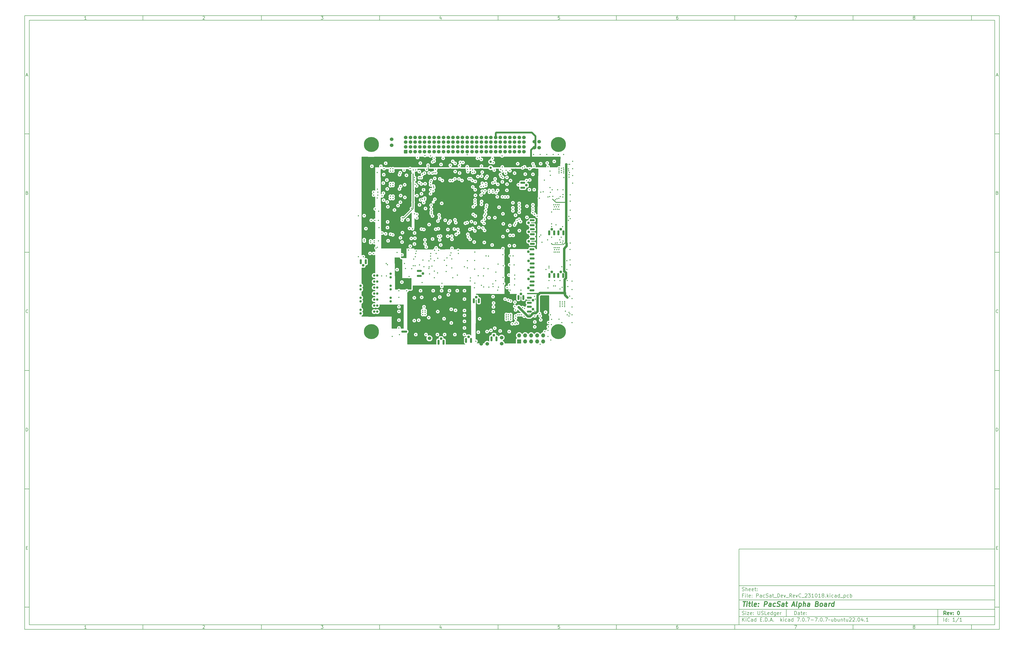
<source format=gbr>
%TF.GenerationSoftware,KiCad,Pcbnew,7.0.7-7.0.7~ubuntu22.04.1*%
%TF.CreationDate,2023-10-26T15:58:48-05:00*%
%TF.ProjectId,PacSat_Dev_RevC_231018,50616353-6174-45f4-9465-765f52657643,0*%
%TF.SameCoordinates,Original*%
%TF.FileFunction,Copper,L5,Inr*%
%TF.FilePolarity,Positive*%
%FSLAX46Y46*%
G04 Gerber Fmt 4.6, Leading zero omitted, Abs format (unit mm)*
G04 Created by KiCad (PCBNEW 7.0.7-7.0.7~ubuntu22.04.1) date 2023-10-26 15:58:48*
%MOMM*%
%LPD*%
G01*
G04 APERTURE LIST*
G04 Aperture macros list*
%AMRoundRect*
0 Rectangle with rounded corners*
0 $1 Rounding radius*
0 $2 $3 $4 $5 $6 $7 $8 $9 X,Y pos of 4 corners*
0 Add a 4 corners polygon primitive as box body*
4,1,4,$2,$3,$4,$5,$6,$7,$8,$9,$2,$3,0*
0 Add four circle primitives for the rounded corners*
1,1,$1+$1,$2,$3*
1,1,$1+$1,$4,$5*
1,1,$1+$1,$6,$7*
1,1,$1+$1,$8,$9*
0 Add four rect primitives between the rounded corners*
20,1,$1+$1,$2,$3,$4,$5,0*
20,1,$1+$1,$4,$5,$6,$7,0*
20,1,$1+$1,$6,$7,$8,$9,0*
20,1,$1+$1,$8,$9,$2,$3,0*%
G04 Aperture macros list end*
%ADD10C,0.100000*%
%ADD11C,0.150000*%
%ADD12C,0.300000*%
%ADD13C,0.400000*%
%TA.AperFunction,ComponentPad*%
%ADD14C,1.524000*%
%TD*%
%TA.AperFunction,ComponentPad*%
%ADD15C,6.350000*%
%TD*%
%TA.AperFunction,ComponentPad*%
%ADD16RoundRect,0.290840X-0.471160X-0.471160X0.471160X-0.471160X0.471160X0.471160X-0.471160X0.471160X0*%
%TD*%
%TA.AperFunction,ComponentPad*%
%ADD17C,1.016000*%
%TD*%
%TA.AperFunction,ComponentPad*%
%ADD18O,2.540000X0.889000*%
%TD*%
%TA.AperFunction,ComponentPad*%
%ADD19C,1.000000*%
%TD*%
%TA.AperFunction,ComponentPad*%
%ADD20R,1.700000X1.700000*%
%TD*%
%TA.AperFunction,ComponentPad*%
%ADD21O,1.700000X1.700000*%
%TD*%
%TA.AperFunction,ComponentPad*%
%ADD22RoundRect,0.254000X0.254000X-0.254000X0.254000X0.254000X-0.254000X0.254000X-0.254000X-0.254000X0*%
%TD*%
%TA.AperFunction,ComponentPad*%
%ADD23RoundRect,0.200000X0.200000X-0.800000X0.200000X0.800000X-0.200000X0.800000X-0.200000X-0.800000X0*%
%TD*%
%TA.AperFunction,ComponentPad*%
%ADD24RoundRect,0.254000X0.254000X0.254000X-0.254000X0.254000X-0.254000X-0.254000X0.254000X-0.254000X0*%
%TD*%
%TA.AperFunction,ComponentPad*%
%ADD25RoundRect,0.200000X0.800000X0.200000X-0.800000X0.200000X-0.800000X-0.200000X0.800000X-0.200000X0*%
%TD*%
%TA.AperFunction,ComponentPad*%
%ADD26RoundRect,0.254000X-0.254000X0.254000X-0.254000X-0.254000X0.254000X-0.254000X0.254000X0.254000X0*%
%TD*%
%TA.AperFunction,ComponentPad*%
%ADD27RoundRect,0.200000X-0.200000X0.800000X-0.200000X-0.800000X0.200000X-0.800000X0.200000X0.800000X0*%
%TD*%
%TA.AperFunction,ComponentPad*%
%ADD28RoundRect,0.254000X-0.254000X-0.254000X0.254000X-0.254000X0.254000X0.254000X-0.254000X0.254000X0*%
%TD*%
%TA.AperFunction,ComponentPad*%
%ADD29RoundRect,0.200000X-0.800000X-0.200000X0.800000X-0.200000X0.800000X0.200000X-0.800000X0.200000X0*%
%TD*%
%TA.AperFunction,ViaPad*%
%ADD30C,0.508000*%
%TD*%
%TA.AperFunction,Conductor*%
%ADD31C,0.304800*%
%TD*%
%TA.AperFunction,Conductor*%
%ADD32C,0.635000*%
%TD*%
%TA.AperFunction,Conductor*%
%ADD33C,0.254000*%
%TD*%
%TA.AperFunction,Conductor*%
%ADD34C,0.152400*%
%TD*%
%TA.AperFunction,Conductor*%
%ADD35C,1.016000*%
%TD*%
%TA.AperFunction,Conductor*%
%ADD36C,0.330200*%
%TD*%
%TA.AperFunction,Conductor*%
%ADD37C,0.381000*%
%TD*%
%TA.AperFunction,Conductor*%
%ADD38C,0.508000*%
%TD*%
%TA.AperFunction,Conductor*%
%ADD39C,0.203200*%
%TD*%
%TA.AperFunction,Conductor*%
%ADD40C,0.762000*%
%TD*%
%TA.AperFunction,Conductor*%
%ADD41C,0.720000*%
%TD*%
G04 APERTURE END LIST*
D10*
D11*
X311800000Y-235400000D02*
X419800000Y-235400000D01*
X419800000Y-267400000D01*
X311800000Y-267400000D01*
X311800000Y-235400000D01*
D10*
D11*
X10000000Y-10000000D02*
X421800000Y-10000000D01*
X421800000Y-269400000D01*
X10000000Y-269400000D01*
X10000000Y-10000000D01*
D10*
D11*
X12000000Y-12000000D02*
X419800000Y-12000000D01*
X419800000Y-267400000D01*
X12000000Y-267400000D01*
X12000000Y-12000000D01*
D10*
D11*
X60000000Y-12000000D02*
X60000000Y-10000000D01*
D10*
D11*
X110000000Y-12000000D02*
X110000000Y-10000000D01*
D10*
D11*
X160000000Y-12000000D02*
X160000000Y-10000000D01*
D10*
D11*
X210000000Y-12000000D02*
X210000000Y-10000000D01*
D10*
D11*
X260000000Y-12000000D02*
X260000000Y-10000000D01*
D10*
D11*
X310000000Y-12000000D02*
X310000000Y-10000000D01*
D10*
D11*
X360000000Y-12000000D02*
X360000000Y-10000000D01*
D10*
D11*
X410000000Y-12000000D02*
X410000000Y-10000000D01*
D10*
D11*
X36089160Y-11593604D02*
X35346303Y-11593604D01*
X35717731Y-11593604D02*
X35717731Y-10293604D01*
X35717731Y-10293604D02*
X35593922Y-10479319D01*
X35593922Y-10479319D02*
X35470112Y-10603128D01*
X35470112Y-10603128D02*
X35346303Y-10665033D01*
D10*
D11*
X85346303Y-10417414D02*
X85408207Y-10355509D01*
X85408207Y-10355509D02*
X85532017Y-10293604D01*
X85532017Y-10293604D02*
X85841541Y-10293604D01*
X85841541Y-10293604D02*
X85965350Y-10355509D01*
X85965350Y-10355509D02*
X86027255Y-10417414D01*
X86027255Y-10417414D02*
X86089160Y-10541223D01*
X86089160Y-10541223D02*
X86089160Y-10665033D01*
X86089160Y-10665033D02*
X86027255Y-10850747D01*
X86027255Y-10850747D02*
X85284398Y-11593604D01*
X85284398Y-11593604D02*
X86089160Y-11593604D01*
D10*
D11*
X135284398Y-10293604D02*
X136089160Y-10293604D01*
X136089160Y-10293604D02*
X135655826Y-10788842D01*
X135655826Y-10788842D02*
X135841541Y-10788842D01*
X135841541Y-10788842D02*
X135965350Y-10850747D01*
X135965350Y-10850747D02*
X136027255Y-10912652D01*
X136027255Y-10912652D02*
X136089160Y-11036461D01*
X136089160Y-11036461D02*
X136089160Y-11345985D01*
X136089160Y-11345985D02*
X136027255Y-11469795D01*
X136027255Y-11469795D02*
X135965350Y-11531700D01*
X135965350Y-11531700D02*
X135841541Y-11593604D01*
X135841541Y-11593604D02*
X135470112Y-11593604D01*
X135470112Y-11593604D02*
X135346303Y-11531700D01*
X135346303Y-11531700D02*
X135284398Y-11469795D01*
D10*
D11*
X185965350Y-10726938D02*
X185965350Y-11593604D01*
X185655826Y-10231700D02*
X185346303Y-11160271D01*
X185346303Y-11160271D02*
X186151064Y-11160271D01*
D10*
D11*
X236027255Y-10293604D02*
X235408207Y-10293604D01*
X235408207Y-10293604D02*
X235346303Y-10912652D01*
X235346303Y-10912652D02*
X235408207Y-10850747D01*
X235408207Y-10850747D02*
X235532017Y-10788842D01*
X235532017Y-10788842D02*
X235841541Y-10788842D01*
X235841541Y-10788842D02*
X235965350Y-10850747D01*
X235965350Y-10850747D02*
X236027255Y-10912652D01*
X236027255Y-10912652D02*
X236089160Y-11036461D01*
X236089160Y-11036461D02*
X236089160Y-11345985D01*
X236089160Y-11345985D02*
X236027255Y-11469795D01*
X236027255Y-11469795D02*
X235965350Y-11531700D01*
X235965350Y-11531700D02*
X235841541Y-11593604D01*
X235841541Y-11593604D02*
X235532017Y-11593604D01*
X235532017Y-11593604D02*
X235408207Y-11531700D01*
X235408207Y-11531700D02*
X235346303Y-11469795D01*
D10*
D11*
X285965350Y-10293604D02*
X285717731Y-10293604D01*
X285717731Y-10293604D02*
X285593922Y-10355509D01*
X285593922Y-10355509D02*
X285532017Y-10417414D01*
X285532017Y-10417414D02*
X285408207Y-10603128D01*
X285408207Y-10603128D02*
X285346303Y-10850747D01*
X285346303Y-10850747D02*
X285346303Y-11345985D01*
X285346303Y-11345985D02*
X285408207Y-11469795D01*
X285408207Y-11469795D02*
X285470112Y-11531700D01*
X285470112Y-11531700D02*
X285593922Y-11593604D01*
X285593922Y-11593604D02*
X285841541Y-11593604D01*
X285841541Y-11593604D02*
X285965350Y-11531700D01*
X285965350Y-11531700D02*
X286027255Y-11469795D01*
X286027255Y-11469795D02*
X286089160Y-11345985D01*
X286089160Y-11345985D02*
X286089160Y-11036461D01*
X286089160Y-11036461D02*
X286027255Y-10912652D01*
X286027255Y-10912652D02*
X285965350Y-10850747D01*
X285965350Y-10850747D02*
X285841541Y-10788842D01*
X285841541Y-10788842D02*
X285593922Y-10788842D01*
X285593922Y-10788842D02*
X285470112Y-10850747D01*
X285470112Y-10850747D02*
X285408207Y-10912652D01*
X285408207Y-10912652D02*
X285346303Y-11036461D01*
D10*
D11*
X335284398Y-10293604D02*
X336151064Y-10293604D01*
X336151064Y-10293604D02*
X335593922Y-11593604D01*
D10*
D11*
X385593922Y-10850747D02*
X385470112Y-10788842D01*
X385470112Y-10788842D02*
X385408207Y-10726938D01*
X385408207Y-10726938D02*
X385346303Y-10603128D01*
X385346303Y-10603128D02*
X385346303Y-10541223D01*
X385346303Y-10541223D02*
X385408207Y-10417414D01*
X385408207Y-10417414D02*
X385470112Y-10355509D01*
X385470112Y-10355509D02*
X385593922Y-10293604D01*
X385593922Y-10293604D02*
X385841541Y-10293604D01*
X385841541Y-10293604D02*
X385965350Y-10355509D01*
X385965350Y-10355509D02*
X386027255Y-10417414D01*
X386027255Y-10417414D02*
X386089160Y-10541223D01*
X386089160Y-10541223D02*
X386089160Y-10603128D01*
X386089160Y-10603128D02*
X386027255Y-10726938D01*
X386027255Y-10726938D02*
X385965350Y-10788842D01*
X385965350Y-10788842D02*
X385841541Y-10850747D01*
X385841541Y-10850747D02*
X385593922Y-10850747D01*
X385593922Y-10850747D02*
X385470112Y-10912652D01*
X385470112Y-10912652D02*
X385408207Y-10974557D01*
X385408207Y-10974557D02*
X385346303Y-11098366D01*
X385346303Y-11098366D02*
X385346303Y-11345985D01*
X385346303Y-11345985D02*
X385408207Y-11469795D01*
X385408207Y-11469795D02*
X385470112Y-11531700D01*
X385470112Y-11531700D02*
X385593922Y-11593604D01*
X385593922Y-11593604D02*
X385841541Y-11593604D01*
X385841541Y-11593604D02*
X385965350Y-11531700D01*
X385965350Y-11531700D02*
X386027255Y-11469795D01*
X386027255Y-11469795D02*
X386089160Y-11345985D01*
X386089160Y-11345985D02*
X386089160Y-11098366D01*
X386089160Y-11098366D02*
X386027255Y-10974557D01*
X386027255Y-10974557D02*
X385965350Y-10912652D01*
X385965350Y-10912652D02*
X385841541Y-10850747D01*
D10*
D11*
X60000000Y-267400000D02*
X60000000Y-269400000D01*
D10*
D11*
X110000000Y-267400000D02*
X110000000Y-269400000D01*
D10*
D11*
X160000000Y-267400000D02*
X160000000Y-269400000D01*
D10*
D11*
X210000000Y-267400000D02*
X210000000Y-269400000D01*
D10*
D11*
X260000000Y-267400000D02*
X260000000Y-269400000D01*
D10*
D11*
X310000000Y-267400000D02*
X310000000Y-269400000D01*
D10*
D11*
X360000000Y-267400000D02*
X360000000Y-269400000D01*
D10*
D11*
X410000000Y-267400000D02*
X410000000Y-269400000D01*
D10*
D11*
X36089160Y-268993604D02*
X35346303Y-268993604D01*
X35717731Y-268993604D02*
X35717731Y-267693604D01*
X35717731Y-267693604D02*
X35593922Y-267879319D01*
X35593922Y-267879319D02*
X35470112Y-268003128D01*
X35470112Y-268003128D02*
X35346303Y-268065033D01*
D10*
D11*
X85346303Y-267817414D02*
X85408207Y-267755509D01*
X85408207Y-267755509D02*
X85532017Y-267693604D01*
X85532017Y-267693604D02*
X85841541Y-267693604D01*
X85841541Y-267693604D02*
X85965350Y-267755509D01*
X85965350Y-267755509D02*
X86027255Y-267817414D01*
X86027255Y-267817414D02*
X86089160Y-267941223D01*
X86089160Y-267941223D02*
X86089160Y-268065033D01*
X86089160Y-268065033D02*
X86027255Y-268250747D01*
X86027255Y-268250747D02*
X85284398Y-268993604D01*
X85284398Y-268993604D02*
X86089160Y-268993604D01*
D10*
D11*
X135284398Y-267693604D02*
X136089160Y-267693604D01*
X136089160Y-267693604D02*
X135655826Y-268188842D01*
X135655826Y-268188842D02*
X135841541Y-268188842D01*
X135841541Y-268188842D02*
X135965350Y-268250747D01*
X135965350Y-268250747D02*
X136027255Y-268312652D01*
X136027255Y-268312652D02*
X136089160Y-268436461D01*
X136089160Y-268436461D02*
X136089160Y-268745985D01*
X136089160Y-268745985D02*
X136027255Y-268869795D01*
X136027255Y-268869795D02*
X135965350Y-268931700D01*
X135965350Y-268931700D02*
X135841541Y-268993604D01*
X135841541Y-268993604D02*
X135470112Y-268993604D01*
X135470112Y-268993604D02*
X135346303Y-268931700D01*
X135346303Y-268931700D02*
X135284398Y-268869795D01*
D10*
D11*
X185965350Y-268126938D02*
X185965350Y-268993604D01*
X185655826Y-267631700D02*
X185346303Y-268560271D01*
X185346303Y-268560271D02*
X186151064Y-268560271D01*
D10*
D11*
X236027255Y-267693604D02*
X235408207Y-267693604D01*
X235408207Y-267693604D02*
X235346303Y-268312652D01*
X235346303Y-268312652D02*
X235408207Y-268250747D01*
X235408207Y-268250747D02*
X235532017Y-268188842D01*
X235532017Y-268188842D02*
X235841541Y-268188842D01*
X235841541Y-268188842D02*
X235965350Y-268250747D01*
X235965350Y-268250747D02*
X236027255Y-268312652D01*
X236027255Y-268312652D02*
X236089160Y-268436461D01*
X236089160Y-268436461D02*
X236089160Y-268745985D01*
X236089160Y-268745985D02*
X236027255Y-268869795D01*
X236027255Y-268869795D02*
X235965350Y-268931700D01*
X235965350Y-268931700D02*
X235841541Y-268993604D01*
X235841541Y-268993604D02*
X235532017Y-268993604D01*
X235532017Y-268993604D02*
X235408207Y-268931700D01*
X235408207Y-268931700D02*
X235346303Y-268869795D01*
D10*
D11*
X285965350Y-267693604D02*
X285717731Y-267693604D01*
X285717731Y-267693604D02*
X285593922Y-267755509D01*
X285593922Y-267755509D02*
X285532017Y-267817414D01*
X285532017Y-267817414D02*
X285408207Y-268003128D01*
X285408207Y-268003128D02*
X285346303Y-268250747D01*
X285346303Y-268250747D02*
X285346303Y-268745985D01*
X285346303Y-268745985D02*
X285408207Y-268869795D01*
X285408207Y-268869795D02*
X285470112Y-268931700D01*
X285470112Y-268931700D02*
X285593922Y-268993604D01*
X285593922Y-268993604D02*
X285841541Y-268993604D01*
X285841541Y-268993604D02*
X285965350Y-268931700D01*
X285965350Y-268931700D02*
X286027255Y-268869795D01*
X286027255Y-268869795D02*
X286089160Y-268745985D01*
X286089160Y-268745985D02*
X286089160Y-268436461D01*
X286089160Y-268436461D02*
X286027255Y-268312652D01*
X286027255Y-268312652D02*
X285965350Y-268250747D01*
X285965350Y-268250747D02*
X285841541Y-268188842D01*
X285841541Y-268188842D02*
X285593922Y-268188842D01*
X285593922Y-268188842D02*
X285470112Y-268250747D01*
X285470112Y-268250747D02*
X285408207Y-268312652D01*
X285408207Y-268312652D02*
X285346303Y-268436461D01*
D10*
D11*
X335284398Y-267693604D02*
X336151064Y-267693604D01*
X336151064Y-267693604D02*
X335593922Y-268993604D01*
D10*
D11*
X385593922Y-268250747D02*
X385470112Y-268188842D01*
X385470112Y-268188842D02*
X385408207Y-268126938D01*
X385408207Y-268126938D02*
X385346303Y-268003128D01*
X385346303Y-268003128D02*
X385346303Y-267941223D01*
X385346303Y-267941223D02*
X385408207Y-267817414D01*
X385408207Y-267817414D02*
X385470112Y-267755509D01*
X385470112Y-267755509D02*
X385593922Y-267693604D01*
X385593922Y-267693604D02*
X385841541Y-267693604D01*
X385841541Y-267693604D02*
X385965350Y-267755509D01*
X385965350Y-267755509D02*
X386027255Y-267817414D01*
X386027255Y-267817414D02*
X386089160Y-267941223D01*
X386089160Y-267941223D02*
X386089160Y-268003128D01*
X386089160Y-268003128D02*
X386027255Y-268126938D01*
X386027255Y-268126938D02*
X385965350Y-268188842D01*
X385965350Y-268188842D02*
X385841541Y-268250747D01*
X385841541Y-268250747D02*
X385593922Y-268250747D01*
X385593922Y-268250747D02*
X385470112Y-268312652D01*
X385470112Y-268312652D02*
X385408207Y-268374557D01*
X385408207Y-268374557D02*
X385346303Y-268498366D01*
X385346303Y-268498366D02*
X385346303Y-268745985D01*
X385346303Y-268745985D02*
X385408207Y-268869795D01*
X385408207Y-268869795D02*
X385470112Y-268931700D01*
X385470112Y-268931700D02*
X385593922Y-268993604D01*
X385593922Y-268993604D02*
X385841541Y-268993604D01*
X385841541Y-268993604D02*
X385965350Y-268931700D01*
X385965350Y-268931700D02*
X386027255Y-268869795D01*
X386027255Y-268869795D02*
X386089160Y-268745985D01*
X386089160Y-268745985D02*
X386089160Y-268498366D01*
X386089160Y-268498366D02*
X386027255Y-268374557D01*
X386027255Y-268374557D02*
X385965350Y-268312652D01*
X385965350Y-268312652D02*
X385841541Y-268250747D01*
D10*
D11*
X10000000Y-60000000D02*
X12000000Y-60000000D01*
D10*
D11*
X10000000Y-110000000D02*
X12000000Y-110000000D01*
D10*
D11*
X10000000Y-160000000D02*
X12000000Y-160000000D01*
D10*
D11*
X10000000Y-210000000D02*
X12000000Y-210000000D01*
D10*
D11*
X10000000Y-260000000D02*
X12000000Y-260000000D01*
D10*
D11*
X10690476Y-35222176D02*
X11309523Y-35222176D01*
X10566666Y-35593604D02*
X10999999Y-34293604D01*
X10999999Y-34293604D02*
X11433333Y-35593604D01*
D10*
D11*
X11092857Y-84912652D02*
X11278571Y-84974557D01*
X11278571Y-84974557D02*
X11340476Y-85036461D01*
X11340476Y-85036461D02*
X11402380Y-85160271D01*
X11402380Y-85160271D02*
X11402380Y-85345985D01*
X11402380Y-85345985D02*
X11340476Y-85469795D01*
X11340476Y-85469795D02*
X11278571Y-85531700D01*
X11278571Y-85531700D02*
X11154761Y-85593604D01*
X11154761Y-85593604D02*
X10659523Y-85593604D01*
X10659523Y-85593604D02*
X10659523Y-84293604D01*
X10659523Y-84293604D02*
X11092857Y-84293604D01*
X11092857Y-84293604D02*
X11216666Y-84355509D01*
X11216666Y-84355509D02*
X11278571Y-84417414D01*
X11278571Y-84417414D02*
X11340476Y-84541223D01*
X11340476Y-84541223D02*
X11340476Y-84665033D01*
X11340476Y-84665033D02*
X11278571Y-84788842D01*
X11278571Y-84788842D02*
X11216666Y-84850747D01*
X11216666Y-84850747D02*
X11092857Y-84912652D01*
X11092857Y-84912652D02*
X10659523Y-84912652D01*
D10*
D11*
X11402380Y-135469795D02*
X11340476Y-135531700D01*
X11340476Y-135531700D02*
X11154761Y-135593604D01*
X11154761Y-135593604D02*
X11030952Y-135593604D01*
X11030952Y-135593604D02*
X10845238Y-135531700D01*
X10845238Y-135531700D02*
X10721428Y-135407890D01*
X10721428Y-135407890D02*
X10659523Y-135284080D01*
X10659523Y-135284080D02*
X10597619Y-135036461D01*
X10597619Y-135036461D02*
X10597619Y-134850747D01*
X10597619Y-134850747D02*
X10659523Y-134603128D01*
X10659523Y-134603128D02*
X10721428Y-134479319D01*
X10721428Y-134479319D02*
X10845238Y-134355509D01*
X10845238Y-134355509D02*
X11030952Y-134293604D01*
X11030952Y-134293604D02*
X11154761Y-134293604D01*
X11154761Y-134293604D02*
X11340476Y-134355509D01*
X11340476Y-134355509D02*
X11402380Y-134417414D01*
D10*
D11*
X10659523Y-185593604D02*
X10659523Y-184293604D01*
X10659523Y-184293604D02*
X10969047Y-184293604D01*
X10969047Y-184293604D02*
X11154761Y-184355509D01*
X11154761Y-184355509D02*
X11278571Y-184479319D01*
X11278571Y-184479319D02*
X11340476Y-184603128D01*
X11340476Y-184603128D02*
X11402380Y-184850747D01*
X11402380Y-184850747D02*
X11402380Y-185036461D01*
X11402380Y-185036461D02*
X11340476Y-185284080D01*
X11340476Y-185284080D02*
X11278571Y-185407890D01*
X11278571Y-185407890D02*
X11154761Y-185531700D01*
X11154761Y-185531700D02*
X10969047Y-185593604D01*
X10969047Y-185593604D02*
X10659523Y-185593604D01*
D10*
D11*
X10721428Y-234912652D02*
X11154762Y-234912652D01*
X11340476Y-235593604D02*
X10721428Y-235593604D01*
X10721428Y-235593604D02*
X10721428Y-234293604D01*
X10721428Y-234293604D02*
X11340476Y-234293604D01*
D10*
D11*
X421800000Y-60000000D02*
X419800000Y-60000000D01*
D10*
D11*
X421800000Y-110000000D02*
X419800000Y-110000000D01*
D10*
D11*
X421800000Y-160000000D02*
X419800000Y-160000000D01*
D10*
D11*
X421800000Y-210000000D02*
X419800000Y-210000000D01*
D10*
D11*
X421800000Y-260000000D02*
X419800000Y-260000000D01*
D10*
D11*
X420490476Y-35222176D02*
X421109523Y-35222176D01*
X420366666Y-35593604D02*
X420799999Y-34293604D01*
X420799999Y-34293604D02*
X421233333Y-35593604D01*
D10*
D11*
X420892857Y-84912652D02*
X421078571Y-84974557D01*
X421078571Y-84974557D02*
X421140476Y-85036461D01*
X421140476Y-85036461D02*
X421202380Y-85160271D01*
X421202380Y-85160271D02*
X421202380Y-85345985D01*
X421202380Y-85345985D02*
X421140476Y-85469795D01*
X421140476Y-85469795D02*
X421078571Y-85531700D01*
X421078571Y-85531700D02*
X420954761Y-85593604D01*
X420954761Y-85593604D02*
X420459523Y-85593604D01*
X420459523Y-85593604D02*
X420459523Y-84293604D01*
X420459523Y-84293604D02*
X420892857Y-84293604D01*
X420892857Y-84293604D02*
X421016666Y-84355509D01*
X421016666Y-84355509D02*
X421078571Y-84417414D01*
X421078571Y-84417414D02*
X421140476Y-84541223D01*
X421140476Y-84541223D02*
X421140476Y-84665033D01*
X421140476Y-84665033D02*
X421078571Y-84788842D01*
X421078571Y-84788842D02*
X421016666Y-84850747D01*
X421016666Y-84850747D02*
X420892857Y-84912652D01*
X420892857Y-84912652D02*
X420459523Y-84912652D01*
D10*
D11*
X421202380Y-135469795D02*
X421140476Y-135531700D01*
X421140476Y-135531700D02*
X420954761Y-135593604D01*
X420954761Y-135593604D02*
X420830952Y-135593604D01*
X420830952Y-135593604D02*
X420645238Y-135531700D01*
X420645238Y-135531700D02*
X420521428Y-135407890D01*
X420521428Y-135407890D02*
X420459523Y-135284080D01*
X420459523Y-135284080D02*
X420397619Y-135036461D01*
X420397619Y-135036461D02*
X420397619Y-134850747D01*
X420397619Y-134850747D02*
X420459523Y-134603128D01*
X420459523Y-134603128D02*
X420521428Y-134479319D01*
X420521428Y-134479319D02*
X420645238Y-134355509D01*
X420645238Y-134355509D02*
X420830952Y-134293604D01*
X420830952Y-134293604D02*
X420954761Y-134293604D01*
X420954761Y-134293604D02*
X421140476Y-134355509D01*
X421140476Y-134355509D02*
X421202380Y-134417414D01*
D10*
D11*
X420459523Y-185593604D02*
X420459523Y-184293604D01*
X420459523Y-184293604D02*
X420769047Y-184293604D01*
X420769047Y-184293604D02*
X420954761Y-184355509D01*
X420954761Y-184355509D02*
X421078571Y-184479319D01*
X421078571Y-184479319D02*
X421140476Y-184603128D01*
X421140476Y-184603128D02*
X421202380Y-184850747D01*
X421202380Y-184850747D02*
X421202380Y-185036461D01*
X421202380Y-185036461D02*
X421140476Y-185284080D01*
X421140476Y-185284080D02*
X421078571Y-185407890D01*
X421078571Y-185407890D02*
X420954761Y-185531700D01*
X420954761Y-185531700D02*
X420769047Y-185593604D01*
X420769047Y-185593604D02*
X420459523Y-185593604D01*
D10*
D11*
X420521428Y-234912652D02*
X420954762Y-234912652D01*
X421140476Y-235593604D02*
X420521428Y-235593604D01*
X420521428Y-235593604D02*
X420521428Y-234293604D01*
X420521428Y-234293604D02*
X421140476Y-234293604D01*
D10*
D11*
X335255826Y-263186128D02*
X335255826Y-261686128D01*
X335255826Y-261686128D02*
X335612969Y-261686128D01*
X335612969Y-261686128D02*
X335827255Y-261757557D01*
X335827255Y-261757557D02*
X335970112Y-261900414D01*
X335970112Y-261900414D02*
X336041541Y-262043271D01*
X336041541Y-262043271D02*
X336112969Y-262328985D01*
X336112969Y-262328985D02*
X336112969Y-262543271D01*
X336112969Y-262543271D02*
X336041541Y-262828985D01*
X336041541Y-262828985D02*
X335970112Y-262971842D01*
X335970112Y-262971842D02*
X335827255Y-263114700D01*
X335827255Y-263114700D02*
X335612969Y-263186128D01*
X335612969Y-263186128D02*
X335255826Y-263186128D01*
X337398684Y-263186128D02*
X337398684Y-262400414D01*
X337398684Y-262400414D02*
X337327255Y-262257557D01*
X337327255Y-262257557D02*
X337184398Y-262186128D01*
X337184398Y-262186128D02*
X336898684Y-262186128D01*
X336898684Y-262186128D02*
X336755826Y-262257557D01*
X337398684Y-263114700D02*
X337255826Y-263186128D01*
X337255826Y-263186128D02*
X336898684Y-263186128D01*
X336898684Y-263186128D02*
X336755826Y-263114700D01*
X336755826Y-263114700D02*
X336684398Y-262971842D01*
X336684398Y-262971842D02*
X336684398Y-262828985D01*
X336684398Y-262828985D02*
X336755826Y-262686128D01*
X336755826Y-262686128D02*
X336898684Y-262614700D01*
X336898684Y-262614700D02*
X337255826Y-262614700D01*
X337255826Y-262614700D02*
X337398684Y-262543271D01*
X337898684Y-262186128D02*
X338470112Y-262186128D01*
X338112969Y-261686128D02*
X338112969Y-262971842D01*
X338112969Y-262971842D02*
X338184398Y-263114700D01*
X338184398Y-263114700D02*
X338327255Y-263186128D01*
X338327255Y-263186128D02*
X338470112Y-263186128D01*
X339541541Y-263114700D02*
X339398684Y-263186128D01*
X339398684Y-263186128D02*
X339112970Y-263186128D01*
X339112970Y-263186128D02*
X338970112Y-263114700D01*
X338970112Y-263114700D02*
X338898684Y-262971842D01*
X338898684Y-262971842D02*
X338898684Y-262400414D01*
X338898684Y-262400414D02*
X338970112Y-262257557D01*
X338970112Y-262257557D02*
X339112970Y-262186128D01*
X339112970Y-262186128D02*
X339398684Y-262186128D01*
X339398684Y-262186128D02*
X339541541Y-262257557D01*
X339541541Y-262257557D02*
X339612970Y-262400414D01*
X339612970Y-262400414D02*
X339612970Y-262543271D01*
X339612970Y-262543271D02*
X338898684Y-262686128D01*
X340255826Y-263043271D02*
X340327255Y-263114700D01*
X340327255Y-263114700D02*
X340255826Y-263186128D01*
X340255826Y-263186128D02*
X340184398Y-263114700D01*
X340184398Y-263114700D02*
X340255826Y-263043271D01*
X340255826Y-263043271D02*
X340255826Y-263186128D01*
X340255826Y-262257557D02*
X340327255Y-262328985D01*
X340327255Y-262328985D02*
X340255826Y-262400414D01*
X340255826Y-262400414D02*
X340184398Y-262328985D01*
X340184398Y-262328985D02*
X340255826Y-262257557D01*
X340255826Y-262257557D02*
X340255826Y-262400414D01*
D10*
D11*
X311800000Y-263900000D02*
X419800000Y-263900000D01*
D10*
D11*
X313255826Y-265986128D02*
X313255826Y-264486128D01*
X314112969Y-265986128D02*
X313470112Y-265128985D01*
X314112969Y-264486128D02*
X313255826Y-265343271D01*
X314755826Y-265986128D02*
X314755826Y-264986128D01*
X314755826Y-264486128D02*
X314684398Y-264557557D01*
X314684398Y-264557557D02*
X314755826Y-264628985D01*
X314755826Y-264628985D02*
X314827255Y-264557557D01*
X314827255Y-264557557D02*
X314755826Y-264486128D01*
X314755826Y-264486128D02*
X314755826Y-264628985D01*
X316327255Y-265843271D02*
X316255827Y-265914700D01*
X316255827Y-265914700D02*
X316041541Y-265986128D01*
X316041541Y-265986128D02*
X315898684Y-265986128D01*
X315898684Y-265986128D02*
X315684398Y-265914700D01*
X315684398Y-265914700D02*
X315541541Y-265771842D01*
X315541541Y-265771842D02*
X315470112Y-265628985D01*
X315470112Y-265628985D02*
X315398684Y-265343271D01*
X315398684Y-265343271D02*
X315398684Y-265128985D01*
X315398684Y-265128985D02*
X315470112Y-264843271D01*
X315470112Y-264843271D02*
X315541541Y-264700414D01*
X315541541Y-264700414D02*
X315684398Y-264557557D01*
X315684398Y-264557557D02*
X315898684Y-264486128D01*
X315898684Y-264486128D02*
X316041541Y-264486128D01*
X316041541Y-264486128D02*
X316255827Y-264557557D01*
X316255827Y-264557557D02*
X316327255Y-264628985D01*
X317612970Y-265986128D02*
X317612970Y-265200414D01*
X317612970Y-265200414D02*
X317541541Y-265057557D01*
X317541541Y-265057557D02*
X317398684Y-264986128D01*
X317398684Y-264986128D02*
X317112970Y-264986128D01*
X317112970Y-264986128D02*
X316970112Y-265057557D01*
X317612970Y-265914700D02*
X317470112Y-265986128D01*
X317470112Y-265986128D02*
X317112970Y-265986128D01*
X317112970Y-265986128D02*
X316970112Y-265914700D01*
X316970112Y-265914700D02*
X316898684Y-265771842D01*
X316898684Y-265771842D02*
X316898684Y-265628985D01*
X316898684Y-265628985D02*
X316970112Y-265486128D01*
X316970112Y-265486128D02*
X317112970Y-265414700D01*
X317112970Y-265414700D02*
X317470112Y-265414700D01*
X317470112Y-265414700D02*
X317612970Y-265343271D01*
X318970113Y-265986128D02*
X318970113Y-264486128D01*
X318970113Y-265914700D02*
X318827255Y-265986128D01*
X318827255Y-265986128D02*
X318541541Y-265986128D01*
X318541541Y-265986128D02*
X318398684Y-265914700D01*
X318398684Y-265914700D02*
X318327255Y-265843271D01*
X318327255Y-265843271D02*
X318255827Y-265700414D01*
X318255827Y-265700414D02*
X318255827Y-265271842D01*
X318255827Y-265271842D02*
X318327255Y-265128985D01*
X318327255Y-265128985D02*
X318398684Y-265057557D01*
X318398684Y-265057557D02*
X318541541Y-264986128D01*
X318541541Y-264986128D02*
X318827255Y-264986128D01*
X318827255Y-264986128D02*
X318970113Y-265057557D01*
X320827255Y-265200414D02*
X321327255Y-265200414D01*
X321541541Y-265986128D02*
X320827255Y-265986128D01*
X320827255Y-265986128D02*
X320827255Y-264486128D01*
X320827255Y-264486128D02*
X321541541Y-264486128D01*
X322184398Y-265843271D02*
X322255827Y-265914700D01*
X322255827Y-265914700D02*
X322184398Y-265986128D01*
X322184398Y-265986128D02*
X322112970Y-265914700D01*
X322112970Y-265914700D02*
X322184398Y-265843271D01*
X322184398Y-265843271D02*
X322184398Y-265986128D01*
X322898684Y-265986128D02*
X322898684Y-264486128D01*
X322898684Y-264486128D02*
X323255827Y-264486128D01*
X323255827Y-264486128D02*
X323470113Y-264557557D01*
X323470113Y-264557557D02*
X323612970Y-264700414D01*
X323612970Y-264700414D02*
X323684399Y-264843271D01*
X323684399Y-264843271D02*
X323755827Y-265128985D01*
X323755827Y-265128985D02*
X323755827Y-265343271D01*
X323755827Y-265343271D02*
X323684399Y-265628985D01*
X323684399Y-265628985D02*
X323612970Y-265771842D01*
X323612970Y-265771842D02*
X323470113Y-265914700D01*
X323470113Y-265914700D02*
X323255827Y-265986128D01*
X323255827Y-265986128D02*
X322898684Y-265986128D01*
X324398684Y-265843271D02*
X324470113Y-265914700D01*
X324470113Y-265914700D02*
X324398684Y-265986128D01*
X324398684Y-265986128D02*
X324327256Y-265914700D01*
X324327256Y-265914700D02*
X324398684Y-265843271D01*
X324398684Y-265843271D02*
X324398684Y-265986128D01*
X325041542Y-265557557D02*
X325755828Y-265557557D01*
X324898685Y-265986128D02*
X325398685Y-264486128D01*
X325398685Y-264486128D02*
X325898685Y-265986128D01*
X326398684Y-265843271D02*
X326470113Y-265914700D01*
X326470113Y-265914700D02*
X326398684Y-265986128D01*
X326398684Y-265986128D02*
X326327256Y-265914700D01*
X326327256Y-265914700D02*
X326398684Y-265843271D01*
X326398684Y-265843271D02*
X326398684Y-265986128D01*
X329398684Y-265986128D02*
X329398684Y-264486128D01*
X329541542Y-265414700D02*
X329970113Y-265986128D01*
X329970113Y-264986128D02*
X329398684Y-265557557D01*
X330612970Y-265986128D02*
X330612970Y-264986128D01*
X330612970Y-264486128D02*
X330541542Y-264557557D01*
X330541542Y-264557557D02*
X330612970Y-264628985D01*
X330612970Y-264628985D02*
X330684399Y-264557557D01*
X330684399Y-264557557D02*
X330612970Y-264486128D01*
X330612970Y-264486128D02*
X330612970Y-264628985D01*
X331970114Y-265914700D02*
X331827256Y-265986128D01*
X331827256Y-265986128D02*
X331541542Y-265986128D01*
X331541542Y-265986128D02*
X331398685Y-265914700D01*
X331398685Y-265914700D02*
X331327256Y-265843271D01*
X331327256Y-265843271D02*
X331255828Y-265700414D01*
X331255828Y-265700414D02*
X331255828Y-265271842D01*
X331255828Y-265271842D02*
X331327256Y-265128985D01*
X331327256Y-265128985D02*
X331398685Y-265057557D01*
X331398685Y-265057557D02*
X331541542Y-264986128D01*
X331541542Y-264986128D02*
X331827256Y-264986128D01*
X331827256Y-264986128D02*
X331970114Y-265057557D01*
X333255828Y-265986128D02*
X333255828Y-265200414D01*
X333255828Y-265200414D02*
X333184399Y-265057557D01*
X333184399Y-265057557D02*
X333041542Y-264986128D01*
X333041542Y-264986128D02*
X332755828Y-264986128D01*
X332755828Y-264986128D02*
X332612970Y-265057557D01*
X333255828Y-265914700D02*
X333112970Y-265986128D01*
X333112970Y-265986128D02*
X332755828Y-265986128D01*
X332755828Y-265986128D02*
X332612970Y-265914700D01*
X332612970Y-265914700D02*
X332541542Y-265771842D01*
X332541542Y-265771842D02*
X332541542Y-265628985D01*
X332541542Y-265628985D02*
X332612970Y-265486128D01*
X332612970Y-265486128D02*
X332755828Y-265414700D01*
X332755828Y-265414700D02*
X333112970Y-265414700D01*
X333112970Y-265414700D02*
X333255828Y-265343271D01*
X334612971Y-265986128D02*
X334612971Y-264486128D01*
X334612971Y-265914700D02*
X334470113Y-265986128D01*
X334470113Y-265986128D02*
X334184399Y-265986128D01*
X334184399Y-265986128D02*
X334041542Y-265914700D01*
X334041542Y-265914700D02*
X333970113Y-265843271D01*
X333970113Y-265843271D02*
X333898685Y-265700414D01*
X333898685Y-265700414D02*
X333898685Y-265271842D01*
X333898685Y-265271842D02*
X333970113Y-265128985D01*
X333970113Y-265128985D02*
X334041542Y-265057557D01*
X334041542Y-265057557D02*
X334184399Y-264986128D01*
X334184399Y-264986128D02*
X334470113Y-264986128D01*
X334470113Y-264986128D02*
X334612971Y-265057557D01*
X336327256Y-264486128D02*
X337327256Y-264486128D01*
X337327256Y-264486128D02*
X336684399Y-265986128D01*
X337898684Y-265843271D02*
X337970113Y-265914700D01*
X337970113Y-265914700D02*
X337898684Y-265986128D01*
X337898684Y-265986128D02*
X337827256Y-265914700D01*
X337827256Y-265914700D02*
X337898684Y-265843271D01*
X337898684Y-265843271D02*
X337898684Y-265986128D01*
X338898685Y-264486128D02*
X339041542Y-264486128D01*
X339041542Y-264486128D02*
X339184399Y-264557557D01*
X339184399Y-264557557D02*
X339255828Y-264628985D01*
X339255828Y-264628985D02*
X339327256Y-264771842D01*
X339327256Y-264771842D02*
X339398685Y-265057557D01*
X339398685Y-265057557D02*
X339398685Y-265414700D01*
X339398685Y-265414700D02*
X339327256Y-265700414D01*
X339327256Y-265700414D02*
X339255828Y-265843271D01*
X339255828Y-265843271D02*
X339184399Y-265914700D01*
X339184399Y-265914700D02*
X339041542Y-265986128D01*
X339041542Y-265986128D02*
X338898685Y-265986128D01*
X338898685Y-265986128D02*
X338755828Y-265914700D01*
X338755828Y-265914700D02*
X338684399Y-265843271D01*
X338684399Y-265843271D02*
X338612970Y-265700414D01*
X338612970Y-265700414D02*
X338541542Y-265414700D01*
X338541542Y-265414700D02*
X338541542Y-265057557D01*
X338541542Y-265057557D02*
X338612970Y-264771842D01*
X338612970Y-264771842D02*
X338684399Y-264628985D01*
X338684399Y-264628985D02*
X338755828Y-264557557D01*
X338755828Y-264557557D02*
X338898685Y-264486128D01*
X340041541Y-265843271D02*
X340112970Y-265914700D01*
X340112970Y-265914700D02*
X340041541Y-265986128D01*
X340041541Y-265986128D02*
X339970113Y-265914700D01*
X339970113Y-265914700D02*
X340041541Y-265843271D01*
X340041541Y-265843271D02*
X340041541Y-265986128D01*
X340612970Y-264486128D02*
X341612970Y-264486128D01*
X341612970Y-264486128D02*
X340970113Y-265986128D01*
X342184398Y-265414700D02*
X343327256Y-265414700D01*
X343898684Y-264486128D02*
X344898684Y-264486128D01*
X344898684Y-264486128D02*
X344255827Y-265986128D01*
X345470112Y-265843271D02*
X345541541Y-265914700D01*
X345541541Y-265914700D02*
X345470112Y-265986128D01*
X345470112Y-265986128D02*
X345398684Y-265914700D01*
X345398684Y-265914700D02*
X345470112Y-265843271D01*
X345470112Y-265843271D02*
X345470112Y-265986128D01*
X346470113Y-264486128D02*
X346612970Y-264486128D01*
X346612970Y-264486128D02*
X346755827Y-264557557D01*
X346755827Y-264557557D02*
X346827256Y-264628985D01*
X346827256Y-264628985D02*
X346898684Y-264771842D01*
X346898684Y-264771842D02*
X346970113Y-265057557D01*
X346970113Y-265057557D02*
X346970113Y-265414700D01*
X346970113Y-265414700D02*
X346898684Y-265700414D01*
X346898684Y-265700414D02*
X346827256Y-265843271D01*
X346827256Y-265843271D02*
X346755827Y-265914700D01*
X346755827Y-265914700D02*
X346612970Y-265986128D01*
X346612970Y-265986128D02*
X346470113Y-265986128D01*
X346470113Y-265986128D02*
X346327256Y-265914700D01*
X346327256Y-265914700D02*
X346255827Y-265843271D01*
X346255827Y-265843271D02*
X346184398Y-265700414D01*
X346184398Y-265700414D02*
X346112970Y-265414700D01*
X346112970Y-265414700D02*
X346112970Y-265057557D01*
X346112970Y-265057557D02*
X346184398Y-264771842D01*
X346184398Y-264771842D02*
X346255827Y-264628985D01*
X346255827Y-264628985D02*
X346327256Y-264557557D01*
X346327256Y-264557557D02*
X346470113Y-264486128D01*
X347612969Y-265843271D02*
X347684398Y-265914700D01*
X347684398Y-265914700D02*
X347612969Y-265986128D01*
X347612969Y-265986128D02*
X347541541Y-265914700D01*
X347541541Y-265914700D02*
X347612969Y-265843271D01*
X347612969Y-265843271D02*
X347612969Y-265986128D01*
X348184398Y-264486128D02*
X349184398Y-264486128D01*
X349184398Y-264486128D02*
X348541541Y-265986128D01*
X349541541Y-265414700D02*
X349612969Y-265343271D01*
X349612969Y-265343271D02*
X349755826Y-265271842D01*
X349755826Y-265271842D02*
X350041541Y-265414700D01*
X350041541Y-265414700D02*
X350184398Y-265343271D01*
X350184398Y-265343271D02*
X350255826Y-265271842D01*
X351470113Y-264986128D02*
X351470113Y-265986128D01*
X350827255Y-264986128D02*
X350827255Y-265771842D01*
X350827255Y-265771842D02*
X350898684Y-265914700D01*
X350898684Y-265914700D02*
X351041541Y-265986128D01*
X351041541Y-265986128D02*
X351255827Y-265986128D01*
X351255827Y-265986128D02*
X351398684Y-265914700D01*
X351398684Y-265914700D02*
X351470113Y-265843271D01*
X352184398Y-265986128D02*
X352184398Y-264486128D01*
X352184398Y-265057557D02*
X352327256Y-264986128D01*
X352327256Y-264986128D02*
X352612970Y-264986128D01*
X352612970Y-264986128D02*
X352755827Y-265057557D01*
X352755827Y-265057557D02*
X352827256Y-265128985D01*
X352827256Y-265128985D02*
X352898684Y-265271842D01*
X352898684Y-265271842D02*
X352898684Y-265700414D01*
X352898684Y-265700414D02*
X352827256Y-265843271D01*
X352827256Y-265843271D02*
X352755827Y-265914700D01*
X352755827Y-265914700D02*
X352612970Y-265986128D01*
X352612970Y-265986128D02*
X352327256Y-265986128D01*
X352327256Y-265986128D02*
X352184398Y-265914700D01*
X354184399Y-264986128D02*
X354184399Y-265986128D01*
X353541541Y-264986128D02*
X353541541Y-265771842D01*
X353541541Y-265771842D02*
X353612970Y-265914700D01*
X353612970Y-265914700D02*
X353755827Y-265986128D01*
X353755827Y-265986128D02*
X353970113Y-265986128D01*
X353970113Y-265986128D02*
X354112970Y-265914700D01*
X354112970Y-265914700D02*
X354184399Y-265843271D01*
X354898684Y-264986128D02*
X354898684Y-265986128D01*
X354898684Y-265128985D02*
X354970113Y-265057557D01*
X354970113Y-265057557D02*
X355112970Y-264986128D01*
X355112970Y-264986128D02*
X355327256Y-264986128D01*
X355327256Y-264986128D02*
X355470113Y-265057557D01*
X355470113Y-265057557D02*
X355541542Y-265200414D01*
X355541542Y-265200414D02*
X355541542Y-265986128D01*
X356041542Y-264986128D02*
X356612970Y-264986128D01*
X356255827Y-264486128D02*
X356255827Y-265771842D01*
X356255827Y-265771842D02*
X356327256Y-265914700D01*
X356327256Y-265914700D02*
X356470113Y-265986128D01*
X356470113Y-265986128D02*
X356612970Y-265986128D01*
X357755828Y-264986128D02*
X357755828Y-265986128D01*
X357112970Y-264986128D02*
X357112970Y-265771842D01*
X357112970Y-265771842D02*
X357184399Y-265914700D01*
X357184399Y-265914700D02*
X357327256Y-265986128D01*
X357327256Y-265986128D02*
X357541542Y-265986128D01*
X357541542Y-265986128D02*
X357684399Y-265914700D01*
X357684399Y-265914700D02*
X357755828Y-265843271D01*
X358398685Y-264628985D02*
X358470113Y-264557557D01*
X358470113Y-264557557D02*
X358612971Y-264486128D01*
X358612971Y-264486128D02*
X358970113Y-264486128D01*
X358970113Y-264486128D02*
X359112971Y-264557557D01*
X359112971Y-264557557D02*
X359184399Y-264628985D01*
X359184399Y-264628985D02*
X359255828Y-264771842D01*
X359255828Y-264771842D02*
X359255828Y-264914700D01*
X359255828Y-264914700D02*
X359184399Y-265128985D01*
X359184399Y-265128985D02*
X358327256Y-265986128D01*
X358327256Y-265986128D02*
X359255828Y-265986128D01*
X359827256Y-264628985D02*
X359898684Y-264557557D01*
X359898684Y-264557557D02*
X360041542Y-264486128D01*
X360041542Y-264486128D02*
X360398684Y-264486128D01*
X360398684Y-264486128D02*
X360541542Y-264557557D01*
X360541542Y-264557557D02*
X360612970Y-264628985D01*
X360612970Y-264628985D02*
X360684399Y-264771842D01*
X360684399Y-264771842D02*
X360684399Y-264914700D01*
X360684399Y-264914700D02*
X360612970Y-265128985D01*
X360612970Y-265128985D02*
X359755827Y-265986128D01*
X359755827Y-265986128D02*
X360684399Y-265986128D01*
X361327255Y-265843271D02*
X361398684Y-265914700D01*
X361398684Y-265914700D02*
X361327255Y-265986128D01*
X361327255Y-265986128D02*
X361255827Y-265914700D01*
X361255827Y-265914700D02*
X361327255Y-265843271D01*
X361327255Y-265843271D02*
X361327255Y-265986128D01*
X362327256Y-264486128D02*
X362470113Y-264486128D01*
X362470113Y-264486128D02*
X362612970Y-264557557D01*
X362612970Y-264557557D02*
X362684399Y-264628985D01*
X362684399Y-264628985D02*
X362755827Y-264771842D01*
X362755827Y-264771842D02*
X362827256Y-265057557D01*
X362827256Y-265057557D02*
X362827256Y-265414700D01*
X362827256Y-265414700D02*
X362755827Y-265700414D01*
X362755827Y-265700414D02*
X362684399Y-265843271D01*
X362684399Y-265843271D02*
X362612970Y-265914700D01*
X362612970Y-265914700D02*
X362470113Y-265986128D01*
X362470113Y-265986128D02*
X362327256Y-265986128D01*
X362327256Y-265986128D02*
X362184399Y-265914700D01*
X362184399Y-265914700D02*
X362112970Y-265843271D01*
X362112970Y-265843271D02*
X362041541Y-265700414D01*
X362041541Y-265700414D02*
X361970113Y-265414700D01*
X361970113Y-265414700D02*
X361970113Y-265057557D01*
X361970113Y-265057557D02*
X362041541Y-264771842D01*
X362041541Y-264771842D02*
X362112970Y-264628985D01*
X362112970Y-264628985D02*
X362184399Y-264557557D01*
X362184399Y-264557557D02*
X362327256Y-264486128D01*
X364112970Y-264986128D02*
X364112970Y-265986128D01*
X363755827Y-264414700D02*
X363398684Y-265486128D01*
X363398684Y-265486128D02*
X364327255Y-265486128D01*
X364898683Y-265843271D02*
X364970112Y-265914700D01*
X364970112Y-265914700D02*
X364898683Y-265986128D01*
X364898683Y-265986128D02*
X364827255Y-265914700D01*
X364827255Y-265914700D02*
X364898683Y-265843271D01*
X364898683Y-265843271D02*
X364898683Y-265986128D01*
X366398684Y-265986128D02*
X365541541Y-265986128D01*
X365970112Y-265986128D02*
X365970112Y-264486128D01*
X365970112Y-264486128D02*
X365827255Y-264700414D01*
X365827255Y-264700414D02*
X365684398Y-264843271D01*
X365684398Y-264843271D02*
X365541541Y-264914700D01*
D10*
D11*
X311800000Y-260900000D02*
X419800000Y-260900000D01*
D10*
D12*
X399211653Y-263178328D02*
X398711653Y-262464042D01*
X398354510Y-263178328D02*
X398354510Y-261678328D01*
X398354510Y-261678328D02*
X398925939Y-261678328D01*
X398925939Y-261678328D02*
X399068796Y-261749757D01*
X399068796Y-261749757D02*
X399140225Y-261821185D01*
X399140225Y-261821185D02*
X399211653Y-261964042D01*
X399211653Y-261964042D02*
X399211653Y-262178328D01*
X399211653Y-262178328D02*
X399140225Y-262321185D01*
X399140225Y-262321185D02*
X399068796Y-262392614D01*
X399068796Y-262392614D02*
X398925939Y-262464042D01*
X398925939Y-262464042D02*
X398354510Y-262464042D01*
X400425939Y-263106900D02*
X400283082Y-263178328D01*
X400283082Y-263178328D02*
X399997368Y-263178328D01*
X399997368Y-263178328D02*
X399854510Y-263106900D01*
X399854510Y-263106900D02*
X399783082Y-262964042D01*
X399783082Y-262964042D02*
X399783082Y-262392614D01*
X399783082Y-262392614D02*
X399854510Y-262249757D01*
X399854510Y-262249757D02*
X399997368Y-262178328D01*
X399997368Y-262178328D02*
X400283082Y-262178328D01*
X400283082Y-262178328D02*
X400425939Y-262249757D01*
X400425939Y-262249757D02*
X400497368Y-262392614D01*
X400497368Y-262392614D02*
X400497368Y-262535471D01*
X400497368Y-262535471D02*
X399783082Y-262678328D01*
X400997367Y-262178328D02*
X401354510Y-263178328D01*
X401354510Y-263178328D02*
X401711653Y-262178328D01*
X402283081Y-263035471D02*
X402354510Y-263106900D01*
X402354510Y-263106900D02*
X402283081Y-263178328D01*
X402283081Y-263178328D02*
X402211653Y-263106900D01*
X402211653Y-263106900D02*
X402283081Y-263035471D01*
X402283081Y-263035471D02*
X402283081Y-263178328D01*
X402283081Y-262249757D02*
X402354510Y-262321185D01*
X402354510Y-262321185D02*
X402283081Y-262392614D01*
X402283081Y-262392614D02*
X402211653Y-262321185D01*
X402211653Y-262321185D02*
X402283081Y-262249757D01*
X402283081Y-262249757D02*
X402283081Y-262392614D01*
X404425939Y-261678328D02*
X404568796Y-261678328D01*
X404568796Y-261678328D02*
X404711653Y-261749757D01*
X404711653Y-261749757D02*
X404783082Y-261821185D01*
X404783082Y-261821185D02*
X404854510Y-261964042D01*
X404854510Y-261964042D02*
X404925939Y-262249757D01*
X404925939Y-262249757D02*
X404925939Y-262606900D01*
X404925939Y-262606900D02*
X404854510Y-262892614D01*
X404854510Y-262892614D02*
X404783082Y-263035471D01*
X404783082Y-263035471D02*
X404711653Y-263106900D01*
X404711653Y-263106900D02*
X404568796Y-263178328D01*
X404568796Y-263178328D02*
X404425939Y-263178328D01*
X404425939Y-263178328D02*
X404283082Y-263106900D01*
X404283082Y-263106900D02*
X404211653Y-263035471D01*
X404211653Y-263035471D02*
X404140224Y-262892614D01*
X404140224Y-262892614D02*
X404068796Y-262606900D01*
X404068796Y-262606900D02*
X404068796Y-262249757D01*
X404068796Y-262249757D02*
X404140224Y-261964042D01*
X404140224Y-261964042D02*
X404211653Y-261821185D01*
X404211653Y-261821185D02*
X404283082Y-261749757D01*
X404283082Y-261749757D02*
X404425939Y-261678328D01*
D10*
D11*
X313184398Y-263114700D02*
X313398684Y-263186128D01*
X313398684Y-263186128D02*
X313755826Y-263186128D01*
X313755826Y-263186128D02*
X313898684Y-263114700D01*
X313898684Y-263114700D02*
X313970112Y-263043271D01*
X313970112Y-263043271D02*
X314041541Y-262900414D01*
X314041541Y-262900414D02*
X314041541Y-262757557D01*
X314041541Y-262757557D02*
X313970112Y-262614700D01*
X313970112Y-262614700D02*
X313898684Y-262543271D01*
X313898684Y-262543271D02*
X313755826Y-262471842D01*
X313755826Y-262471842D02*
X313470112Y-262400414D01*
X313470112Y-262400414D02*
X313327255Y-262328985D01*
X313327255Y-262328985D02*
X313255826Y-262257557D01*
X313255826Y-262257557D02*
X313184398Y-262114700D01*
X313184398Y-262114700D02*
X313184398Y-261971842D01*
X313184398Y-261971842D02*
X313255826Y-261828985D01*
X313255826Y-261828985D02*
X313327255Y-261757557D01*
X313327255Y-261757557D02*
X313470112Y-261686128D01*
X313470112Y-261686128D02*
X313827255Y-261686128D01*
X313827255Y-261686128D02*
X314041541Y-261757557D01*
X314684397Y-263186128D02*
X314684397Y-262186128D01*
X314684397Y-261686128D02*
X314612969Y-261757557D01*
X314612969Y-261757557D02*
X314684397Y-261828985D01*
X314684397Y-261828985D02*
X314755826Y-261757557D01*
X314755826Y-261757557D02*
X314684397Y-261686128D01*
X314684397Y-261686128D02*
X314684397Y-261828985D01*
X315255826Y-262186128D02*
X316041541Y-262186128D01*
X316041541Y-262186128D02*
X315255826Y-263186128D01*
X315255826Y-263186128D02*
X316041541Y-263186128D01*
X317184398Y-263114700D02*
X317041541Y-263186128D01*
X317041541Y-263186128D02*
X316755827Y-263186128D01*
X316755827Y-263186128D02*
X316612969Y-263114700D01*
X316612969Y-263114700D02*
X316541541Y-262971842D01*
X316541541Y-262971842D02*
X316541541Y-262400414D01*
X316541541Y-262400414D02*
X316612969Y-262257557D01*
X316612969Y-262257557D02*
X316755827Y-262186128D01*
X316755827Y-262186128D02*
X317041541Y-262186128D01*
X317041541Y-262186128D02*
X317184398Y-262257557D01*
X317184398Y-262257557D02*
X317255827Y-262400414D01*
X317255827Y-262400414D02*
X317255827Y-262543271D01*
X317255827Y-262543271D02*
X316541541Y-262686128D01*
X317898683Y-263043271D02*
X317970112Y-263114700D01*
X317970112Y-263114700D02*
X317898683Y-263186128D01*
X317898683Y-263186128D02*
X317827255Y-263114700D01*
X317827255Y-263114700D02*
X317898683Y-263043271D01*
X317898683Y-263043271D02*
X317898683Y-263186128D01*
X317898683Y-262257557D02*
X317970112Y-262328985D01*
X317970112Y-262328985D02*
X317898683Y-262400414D01*
X317898683Y-262400414D02*
X317827255Y-262328985D01*
X317827255Y-262328985D02*
X317898683Y-262257557D01*
X317898683Y-262257557D02*
X317898683Y-262400414D01*
X319755826Y-261686128D02*
X319755826Y-262900414D01*
X319755826Y-262900414D02*
X319827255Y-263043271D01*
X319827255Y-263043271D02*
X319898684Y-263114700D01*
X319898684Y-263114700D02*
X320041541Y-263186128D01*
X320041541Y-263186128D02*
X320327255Y-263186128D01*
X320327255Y-263186128D02*
X320470112Y-263114700D01*
X320470112Y-263114700D02*
X320541541Y-263043271D01*
X320541541Y-263043271D02*
X320612969Y-262900414D01*
X320612969Y-262900414D02*
X320612969Y-261686128D01*
X321255827Y-263114700D02*
X321470113Y-263186128D01*
X321470113Y-263186128D02*
X321827255Y-263186128D01*
X321827255Y-263186128D02*
X321970113Y-263114700D01*
X321970113Y-263114700D02*
X322041541Y-263043271D01*
X322041541Y-263043271D02*
X322112970Y-262900414D01*
X322112970Y-262900414D02*
X322112970Y-262757557D01*
X322112970Y-262757557D02*
X322041541Y-262614700D01*
X322041541Y-262614700D02*
X321970113Y-262543271D01*
X321970113Y-262543271D02*
X321827255Y-262471842D01*
X321827255Y-262471842D02*
X321541541Y-262400414D01*
X321541541Y-262400414D02*
X321398684Y-262328985D01*
X321398684Y-262328985D02*
X321327255Y-262257557D01*
X321327255Y-262257557D02*
X321255827Y-262114700D01*
X321255827Y-262114700D02*
X321255827Y-261971842D01*
X321255827Y-261971842D02*
X321327255Y-261828985D01*
X321327255Y-261828985D02*
X321398684Y-261757557D01*
X321398684Y-261757557D02*
X321541541Y-261686128D01*
X321541541Y-261686128D02*
X321898684Y-261686128D01*
X321898684Y-261686128D02*
X322112970Y-261757557D01*
X323470112Y-263186128D02*
X322755826Y-263186128D01*
X322755826Y-263186128D02*
X322755826Y-261686128D01*
X324541541Y-263114700D02*
X324398684Y-263186128D01*
X324398684Y-263186128D02*
X324112970Y-263186128D01*
X324112970Y-263186128D02*
X323970112Y-263114700D01*
X323970112Y-263114700D02*
X323898684Y-262971842D01*
X323898684Y-262971842D02*
X323898684Y-262400414D01*
X323898684Y-262400414D02*
X323970112Y-262257557D01*
X323970112Y-262257557D02*
X324112970Y-262186128D01*
X324112970Y-262186128D02*
X324398684Y-262186128D01*
X324398684Y-262186128D02*
X324541541Y-262257557D01*
X324541541Y-262257557D02*
X324612970Y-262400414D01*
X324612970Y-262400414D02*
X324612970Y-262543271D01*
X324612970Y-262543271D02*
X323898684Y-262686128D01*
X325898684Y-263186128D02*
X325898684Y-261686128D01*
X325898684Y-263114700D02*
X325755826Y-263186128D01*
X325755826Y-263186128D02*
X325470112Y-263186128D01*
X325470112Y-263186128D02*
X325327255Y-263114700D01*
X325327255Y-263114700D02*
X325255826Y-263043271D01*
X325255826Y-263043271D02*
X325184398Y-262900414D01*
X325184398Y-262900414D02*
X325184398Y-262471842D01*
X325184398Y-262471842D02*
X325255826Y-262328985D01*
X325255826Y-262328985D02*
X325327255Y-262257557D01*
X325327255Y-262257557D02*
X325470112Y-262186128D01*
X325470112Y-262186128D02*
X325755826Y-262186128D01*
X325755826Y-262186128D02*
X325898684Y-262257557D01*
X327255827Y-262186128D02*
X327255827Y-263400414D01*
X327255827Y-263400414D02*
X327184398Y-263543271D01*
X327184398Y-263543271D02*
X327112969Y-263614700D01*
X327112969Y-263614700D02*
X326970112Y-263686128D01*
X326970112Y-263686128D02*
X326755827Y-263686128D01*
X326755827Y-263686128D02*
X326612969Y-263614700D01*
X327255827Y-263114700D02*
X327112969Y-263186128D01*
X327112969Y-263186128D02*
X326827255Y-263186128D01*
X326827255Y-263186128D02*
X326684398Y-263114700D01*
X326684398Y-263114700D02*
X326612969Y-263043271D01*
X326612969Y-263043271D02*
X326541541Y-262900414D01*
X326541541Y-262900414D02*
X326541541Y-262471842D01*
X326541541Y-262471842D02*
X326612969Y-262328985D01*
X326612969Y-262328985D02*
X326684398Y-262257557D01*
X326684398Y-262257557D02*
X326827255Y-262186128D01*
X326827255Y-262186128D02*
X327112969Y-262186128D01*
X327112969Y-262186128D02*
X327255827Y-262257557D01*
X328541541Y-263114700D02*
X328398684Y-263186128D01*
X328398684Y-263186128D02*
X328112970Y-263186128D01*
X328112970Y-263186128D02*
X327970112Y-263114700D01*
X327970112Y-263114700D02*
X327898684Y-262971842D01*
X327898684Y-262971842D02*
X327898684Y-262400414D01*
X327898684Y-262400414D02*
X327970112Y-262257557D01*
X327970112Y-262257557D02*
X328112970Y-262186128D01*
X328112970Y-262186128D02*
X328398684Y-262186128D01*
X328398684Y-262186128D02*
X328541541Y-262257557D01*
X328541541Y-262257557D02*
X328612970Y-262400414D01*
X328612970Y-262400414D02*
X328612970Y-262543271D01*
X328612970Y-262543271D02*
X327898684Y-262686128D01*
X329255826Y-263186128D02*
X329255826Y-262186128D01*
X329255826Y-262471842D02*
X329327255Y-262328985D01*
X329327255Y-262328985D02*
X329398684Y-262257557D01*
X329398684Y-262257557D02*
X329541541Y-262186128D01*
X329541541Y-262186128D02*
X329684398Y-262186128D01*
D10*
D11*
X398255826Y-265986128D02*
X398255826Y-264486128D01*
X399612970Y-265986128D02*
X399612970Y-264486128D01*
X399612970Y-265914700D02*
X399470112Y-265986128D01*
X399470112Y-265986128D02*
X399184398Y-265986128D01*
X399184398Y-265986128D02*
X399041541Y-265914700D01*
X399041541Y-265914700D02*
X398970112Y-265843271D01*
X398970112Y-265843271D02*
X398898684Y-265700414D01*
X398898684Y-265700414D02*
X398898684Y-265271842D01*
X398898684Y-265271842D02*
X398970112Y-265128985D01*
X398970112Y-265128985D02*
X399041541Y-265057557D01*
X399041541Y-265057557D02*
X399184398Y-264986128D01*
X399184398Y-264986128D02*
X399470112Y-264986128D01*
X399470112Y-264986128D02*
X399612970Y-265057557D01*
X400327255Y-265843271D02*
X400398684Y-265914700D01*
X400398684Y-265914700D02*
X400327255Y-265986128D01*
X400327255Y-265986128D02*
X400255827Y-265914700D01*
X400255827Y-265914700D02*
X400327255Y-265843271D01*
X400327255Y-265843271D02*
X400327255Y-265986128D01*
X400327255Y-265057557D02*
X400398684Y-265128985D01*
X400398684Y-265128985D02*
X400327255Y-265200414D01*
X400327255Y-265200414D02*
X400255827Y-265128985D01*
X400255827Y-265128985D02*
X400327255Y-265057557D01*
X400327255Y-265057557D02*
X400327255Y-265200414D01*
X402970113Y-265986128D02*
X402112970Y-265986128D01*
X402541541Y-265986128D02*
X402541541Y-264486128D01*
X402541541Y-264486128D02*
X402398684Y-264700414D01*
X402398684Y-264700414D02*
X402255827Y-264843271D01*
X402255827Y-264843271D02*
X402112970Y-264914700D01*
X404684398Y-264414700D02*
X403398684Y-266343271D01*
X405970113Y-265986128D02*
X405112970Y-265986128D01*
X405541541Y-265986128D02*
X405541541Y-264486128D01*
X405541541Y-264486128D02*
X405398684Y-264700414D01*
X405398684Y-264700414D02*
X405255827Y-264843271D01*
X405255827Y-264843271D02*
X405112970Y-264914700D01*
D10*
D11*
X311800000Y-256900000D02*
X419800000Y-256900000D01*
D10*
D13*
X313491728Y-257604438D02*
X314634585Y-257604438D01*
X313813157Y-259604438D02*
X314063157Y-257604438D01*
X315051252Y-259604438D02*
X315217919Y-258271104D01*
X315301252Y-257604438D02*
X315194109Y-257699676D01*
X315194109Y-257699676D02*
X315277443Y-257794914D01*
X315277443Y-257794914D02*
X315384586Y-257699676D01*
X315384586Y-257699676D02*
X315301252Y-257604438D01*
X315301252Y-257604438D02*
X315277443Y-257794914D01*
X315884586Y-258271104D02*
X316646490Y-258271104D01*
X316253633Y-257604438D02*
X316039348Y-259318723D01*
X316039348Y-259318723D02*
X316110776Y-259509200D01*
X316110776Y-259509200D02*
X316289348Y-259604438D01*
X316289348Y-259604438D02*
X316479824Y-259604438D01*
X317432205Y-259604438D02*
X317253633Y-259509200D01*
X317253633Y-259509200D02*
X317182205Y-259318723D01*
X317182205Y-259318723D02*
X317396490Y-257604438D01*
X318967919Y-259509200D02*
X318765538Y-259604438D01*
X318765538Y-259604438D02*
X318384585Y-259604438D01*
X318384585Y-259604438D02*
X318206014Y-259509200D01*
X318206014Y-259509200D02*
X318134585Y-259318723D01*
X318134585Y-259318723D02*
X318229824Y-258556819D01*
X318229824Y-258556819D02*
X318348871Y-258366342D01*
X318348871Y-258366342D02*
X318551252Y-258271104D01*
X318551252Y-258271104D02*
X318932204Y-258271104D01*
X318932204Y-258271104D02*
X319110776Y-258366342D01*
X319110776Y-258366342D02*
X319182204Y-258556819D01*
X319182204Y-258556819D02*
X319158395Y-258747295D01*
X319158395Y-258747295D02*
X318182204Y-258937771D01*
X319932205Y-259413961D02*
X320015538Y-259509200D01*
X320015538Y-259509200D02*
X319908395Y-259604438D01*
X319908395Y-259604438D02*
X319825062Y-259509200D01*
X319825062Y-259509200D02*
X319932205Y-259413961D01*
X319932205Y-259413961D02*
X319908395Y-259604438D01*
X320063157Y-258366342D02*
X320146490Y-258461580D01*
X320146490Y-258461580D02*
X320039348Y-258556819D01*
X320039348Y-258556819D02*
X319956014Y-258461580D01*
X319956014Y-258461580D02*
X320063157Y-258366342D01*
X320063157Y-258366342D02*
X320039348Y-258556819D01*
X322384586Y-259604438D02*
X322634586Y-257604438D01*
X322634586Y-257604438D02*
X323396491Y-257604438D01*
X323396491Y-257604438D02*
X323575062Y-257699676D01*
X323575062Y-257699676D02*
X323658396Y-257794914D01*
X323658396Y-257794914D02*
X323729824Y-257985390D01*
X323729824Y-257985390D02*
X323694110Y-258271104D01*
X323694110Y-258271104D02*
X323575062Y-258461580D01*
X323575062Y-258461580D02*
X323467920Y-258556819D01*
X323467920Y-258556819D02*
X323265539Y-258652057D01*
X323265539Y-258652057D02*
X322503634Y-258652057D01*
X325241729Y-259604438D02*
X325372681Y-258556819D01*
X325372681Y-258556819D02*
X325301253Y-258366342D01*
X325301253Y-258366342D02*
X325122681Y-258271104D01*
X325122681Y-258271104D02*
X324741729Y-258271104D01*
X324741729Y-258271104D02*
X324539348Y-258366342D01*
X325253634Y-259509200D02*
X325051253Y-259604438D01*
X325051253Y-259604438D02*
X324575062Y-259604438D01*
X324575062Y-259604438D02*
X324396491Y-259509200D01*
X324396491Y-259509200D02*
X324325062Y-259318723D01*
X324325062Y-259318723D02*
X324348872Y-259128247D01*
X324348872Y-259128247D02*
X324467920Y-258937771D01*
X324467920Y-258937771D02*
X324670301Y-258842533D01*
X324670301Y-258842533D02*
X325146491Y-258842533D01*
X325146491Y-258842533D02*
X325348872Y-258747295D01*
X327063158Y-259509200D02*
X326860777Y-259604438D01*
X326860777Y-259604438D02*
X326479825Y-259604438D01*
X326479825Y-259604438D02*
X326301253Y-259509200D01*
X326301253Y-259509200D02*
X326217920Y-259413961D01*
X326217920Y-259413961D02*
X326146491Y-259223485D01*
X326146491Y-259223485D02*
X326217920Y-258652057D01*
X326217920Y-258652057D02*
X326336967Y-258461580D01*
X326336967Y-258461580D02*
X326444110Y-258366342D01*
X326444110Y-258366342D02*
X326646491Y-258271104D01*
X326646491Y-258271104D02*
X327027444Y-258271104D01*
X327027444Y-258271104D02*
X327206015Y-258366342D01*
X327825063Y-259509200D02*
X328098872Y-259604438D01*
X328098872Y-259604438D02*
X328575063Y-259604438D01*
X328575063Y-259604438D02*
X328777444Y-259509200D01*
X328777444Y-259509200D02*
X328884587Y-259413961D01*
X328884587Y-259413961D02*
X329003634Y-259223485D01*
X329003634Y-259223485D02*
X329027444Y-259033009D01*
X329027444Y-259033009D02*
X328956015Y-258842533D01*
X328956015Y-258842533D02*
X328872682Y-258747295D01*
X328872682Y-258747295D02*
X328694111Y-258652057D01*
X328694111Y-258652057D02*
X328325063Y-258556819D01*
X328325063Y-258556819D02*
X328146491Y-258461580D01*
X328146491Y-258461580D02*
X328063158Y-258366342D01*
X328063158Y-258366342D02*
X327991730Y-258175866D01*
X327991730Y-258175866D02*
X328015539Y-257985390D01*
X328015539Y-257985390D02*
X328134587Y-257794914D01*
X328134587Y-257794914D02*
X328241730Y-257699676D01*
X328241730Y-257699676D02*
X328444111Y-257604438D01*
X328444111Y-257604438D02*
X328920301Y-257604438D01*
X328920301Y-257604438D02*
X329194111Y-257699676D01*
X330670301Y-259604438D02*
X330801253Y-258556819D01*
X330801253Y-258556819D02*
X330729825Y-258366342D01*
X330729825Y-258366342D02*
X330551253Y-258271104D01*
X330551253Y-258271104D02*
X330170301Y-258271104D01*
X330170301Y-258271104D02*
X329967920Y-258366342D01*
X330682206Y-259509200D02*
X330479825Y-259604438D01*
X330479825Y-259604438D02*
X330003634Y-259604438D01*
X330003634Y-259604438D02*
X329825063Y-259509200D01*
X329825063Y-259509200D02*
X329753634Y-259318723D01*
X329753634Y-259318723D02*
X329777444Y-259128247D01*
X329777444Y-259128247D02*
X329896492Y-258937771D01*
X329896492Y-258937771D02*
X330098873Y-258842533D01*
X330098873Y-258842533D02*
X330575063Y-258842533D01*
X330575063Y-258842533D02*
X330777444Y-258747295D01*
X331503635Y-258271104D02*
X332265539Y-258271104D01*
X331872682Y-257604438D02*
X331658397Y-259318723D01*
X331658397Y-259318723D02*
X331729825Y-259509200D01*
X331729825Y-259509200D02*
X331908397Y-259604438D01*
X331908397Y-259604438D02*
X332098873Y-259604438D01*
X334265540Y-259033009D02*
X335217921Y-259033009D01*
X334003635Y-259604438D02*
X334920302Y-257604438D01*
X334920302Y-257604438D02*
X335336968Y-259604438D01*
X336289350Y-259604438D02*
X336110778Y-259509200D01*
X336110778Y-259509200D02*
X336039350Y-259318723D01*
X336039350Y-259318723D02*
X336253635Y-257604438D01*
X337217921Y-258271104D02*
X336967921Y-260271104D01*
X337206016Y-258366342D02*
X337408397Y-258271104D01*
X337408397Y-258271104D02*
X337789349Y-258271104D01*
X337789349Y-258271104D02*
X337967921Y-258366342D01*
X337967921Y-258366342D02*
X338051254Y-258461580D01*
X338051254Y-258461580D02*
X338122683Y-258652057D01*
X338122683Y-258652057D02*
X338051254Y-259223485D01*
X338051254Y-259223485D02*
X337932207Y-259413961D01*
X337932207Y-259413961D02*
X337825064Y-259509200D01*
X337825064Y-259509200D02*
X337622683Y-259604438D01*
X337622683Y-259604438D02*
X337241730Y-259604438D01*
X337241730Y-259604438D02*
X337063159Y-259509200D01*
X338860778Y-259604438D02*
X339110778Y-257604438D01*
X339717921Y-259604438D02*
X339848873Y-258556819D01*
X339848873Y-258556819D02*
X339777445Y-258366342D01*
X339777445Y-258366342D02*
X339598873Y-258271104D01*
X339598873Y-258271104D02*
X339313159Y-258271104D01*
X339313159Y-258271104D02*
X339110778Y-258366342D01*
X339110778Y-258366342D02*
X339003635Y-258461580D01*
X341527445Y-259604438D02*
X341658397Y-258556819D01*
X341658397Y-258556819D02*
X341586969Y-258366342D01*
X341586969Y-258366342D02*
X341408397Y-258271104D01*
X341408397Y-258271104D02*
X341027445Y-258271104D01*
X341027445Y-258271104D02*
X340825064Y-258366342D01*
X341539350Y-259509200D02*
X341336969Y-259604438D01*
X341336969Y-259604438D02*
X340860778Y-259604438D01*
X340860778Y-259604438D02*
X340682207Y-259509200D01*
X340682207Y-259509200D02*
X340610778Y-259318723D01*
X340610778Y-259318723D02*
X340634588Y-259128247D01*
X340634588Y-259128247D02*
X340753636Y-258937771D01*
X340753636Y-258937771D02*
X340956017Y-258842533D01*
X340956017Y-258842533D02*
X341432207Y-258842533D01*
X341432207Y-258842533D02*
X341634588Y-258747295D01*
X344801255Y-258556819D02*
X345075065Y-258652057D01*
X345075065Y-258652057D02*
X345158398Y-258747295D01*
X345158398Y-258747295D02*
X345229827Y-258937771D01*
X345229827Y-258937771D02*
X345194112Y-259223485D01*
X345194112Y-259223485D02*
X345075065Y-259413961D01*
X345075065Y-259413961D02*
X344967922Y-259509200D01*
X344967922Y-259509200D02*
X344765541Y-259604438D01*
X344765541Y-259604438D02*
X344003636Y-259604438D01*
X344003636Y-259604438D02*
X344253636Y-257604438D01*
X344253636Y-257604438D02*
X344920303Y-257604438D01*
X344920303Y-257604438D02*
X345098874Y-257699676D01*
X345098874Y-257699676D02*
X345182208Y-257794914D01*
X345182208Y-257794914D02*
X345253636Y-257985390D01*
X345253636Y-257985390D02*
X345229827Y-258175866D01*
X345229827Y-258175866D02*
X345110779Y-258366342D01*
X345110779Y-258366342D02*
X345003636Y-258461580D01*
X345003636Y-258461580D02*
X344801255Y-258556819D01*
X344801255Y-258556819D02*
X344134589Y-258556819D01*
X346289351Y-259604438D02*
X346110779Y-259509200D01*
X346110779Y-259509200D02*
X346027446Y-259413961D01*
X346027446Y-259413961D02*
X345956017Y-259223485D01*
X345956017Y-259223485D02*
X346027446Y-258652057D01*
X346027446Y-258652057D02*
X346146493Y-258461580D01*
X346146493Y-258461580D02*
X346253636Y-258366342D01*
X346253636Y-258366342D02*
X346456017Y-258271104D01*
X346456017Y-258271104D02*
X346741731Y-258271104D01*
X346741731Y-258271104D02*
X346920303Y-258366342D01*
X346920303Y-258366342D02*
X347003636Y-258461580D01*
X347003636Y-258461580D02*
X347075065Y-258652057D01*
X347075065Y-258652057D02*
X347003636Y-259223485D01*
X347003636Y-259223485D02*
X346884589Y-259413961D01*
X346884589Y-259413961D02*
X346777446Y-259509200D01*
X346777446Y-259509200D02*
X346575065Y-259604438D01*
X346575065Y-259604438D02*
X346289351Y-259604438D01*
X348670303Y-259604438D02*
X348801255Y-258556819D01*
X348801255Y-258556819D02*
X348729827Y-258366342D01*
X348729827Y-258366342D02*
X348551255Y-258271104D01*
X348551255Y-258271104D02*
X348170303Y-258271104D01*
X348170303Y-258271104D02*
X347967922Y-258366342D01*
X348682208Y-259509200D02*
X348479827Y-259604438D01*
X348479827Y-259604438D02*
X348003636Y-259604438D01*
X348003636Y-259604438D02*
X347825065Y-259509200D01*
X347825065Y-259509200D02*
X347753636Y-259318723D01*
X347753636Y-259318723D02*
X347777446Y-259128247D01*
X347777446Y-259128247D02*
X347896494Y-258937771D01*
X347896494Y-258937771D02*
X348098875Y-258842533D01*
X348098875Y-258842533D02*
X348575065Y-258842533D01*
X348575065Y-258842533D02*
X348777446Y-258747295D01*
X349622684Y-259604438D02*
X349789351Y-258271104D01*
X349741732Y-258652057D02*
X349860779Y-258461580D01*
X349860779Y-258461580D02*
X349967922Y-258366342D01*
X349967922Y-258366342D02*
X350170303Y-258271104D01*
X350170303Y-258271104D02*
X350360779Y-258271104D01*
X351717922Y-259604438D02*
X351967922Y-257604438D01*
X351729827Y-259509200D02*
X351527446Y-259604438D01*
X351527446Y-259604438D02*
X351146494Y-259604438D01*
X351146494Y-259604438D02*
X350967922Y-259509200D01*
X350967922Y-259509200D02*
X350884589Y-259413961D01*
X350884589Y-259413961D02*
X350813160Y-259223485D01*
X350813160Y-259223485D02*
X350884589Y-258652057D01*
X350884589Y-258652057D02*
X351003636Y-258461580D01*
X351003636Y-258461580D02*
X351110779Y-258366342D01*
X351110779Y-258366342D02*
X351313160Y-258271104D01*
X351313160Y-258271104D02*
X351694113Y-258271104D01*
X351694113Y-258271104D02*
X351872684Y-258366342D01*
D10*
D11*
X313755826Y-255000414D02*
X313255826Y-255000414D01*
X313255826Y-255786128D02*
X313255826Y-254286128D01*
X313255826Y-254286128D02*
X313970112Y-254286128D01*
X314541540Y-255786128D02*
X314541540Y-254786128D01*
X314541540Y-254286128D02*
X314470112Y-254357557D01*
X314470112Y-254357557D02*
X314541540Y-254428985D01*
X314541540Y-254428985D02*
X314612969Y-254357557D01*
X314612969Y-254357557D02*
X314541540Y-254286128D01*
X314541540Y-254286128D02*
X314541540Y-254428985D01*
X315470112Y-255786128D02*
X315327255Y-255714700D01*
X315327255Y-255714700D02*
X315255826Y-255571842D01*
X315255826Y-255571842D02*
X315255826Y-254286128D01*
X316612969Y-255714700D02*
X316470112Y-255786128D01*
X316470112Y-255786128D02*
X316184398Y-255786128D01*
X316184398Y-255786128D02*
X316041540Y-255714700D01*
X316041540Y-255714700D02*
X315970112Y-255571842D01*
X315970112Y-255571842D02*
X315970112Y-255000414D01*
X315970112Y-255000414D02*
X316041540Y-254857557D01*
X316041540Y-254857557D02*
X316184398Y-254786128D01*
X316184398Y-254786128D02*
X316470112Y-254786128D01*
X316470112Y-254786128D02*
X316612969Y-254857557D01*
X316612969Y-254857557D02*
X316684398Y-255000414D01*
X316684398Y-255000414D02*
X316684398Y-255143271D01*
X316684398Y-255143271D02*
X315970112Y-255286128D01*
X317327254Y-255643271D02*
X317398683Y-255714700D01*
X317398683Y-255714700D02*
X317327254Y-255786128D01*
X317327254Y-255786128D02*
X317255826Y-255714700D01*
X317255826Y-255714700D02*
X317327254Y-255643271D01*
X317327254Y-255643271D02*
X317327254Y-255786128D01*
X317327254Y-254857557D02*
X317398683Y-254928985D01*
X317398683Y-254928985D02*
X317327254Y-255000414D01*
X317327254Y-255000414D02*
X317255826Y-254928985D01*
X317255826Y-254928985D02*
X317327254Y-254857557D01*
X317327254Y-254857557D02*
X317327254Y-255000414D01*
X319184397Y-255786128D02*
X319184397Y-254286128D01*
X319184397Y-254286128D02*
X319755826Y-254286128D01*
X319755826Y-254286128D02*
X319898683Y-254357557D01*
X319898683Y-254357557D02*
X319970112Y-254428985D01*
X319970112Y-254428985D02*
X320041540Y-254571842D01*
X320041540Y-254571842D02*
X320041540Y-254786128D01*
X320041540Y-254786128D02*
X319970112Y-254928985D01*
X319970112Y-254928985D02*
X319898683Y-255000414D01*
X319898683Y-255000414D02*
X319755826Y-255071842D01*
X319755826Y-255071842D02*
X319184397Y-255071842D01*
X321327255Y-255786128D02*
X321327255Y-255000414D01*
X321327255Y-255000414D02*
X321255826Y-254857557D01*
X321255826Y-254857557D02*
X321112969Y-254786128D01*
X321112969Y-254786128D02*
X320827255Y-254786128D01*
X320827255Y-254786128D02*
X320684397Y-254857557D01*
X321327255Y-255714700D02*
X321184397Y-255786128D01*
X321184397Y-255786128D02*
X320827255Y-255786128D01*
X320827255Y-255786128D02*
X320684397Y-255714700D01*
X320684397Y-255714700D02*
X320612969Y-255571842D01*
X320612969Y-255571842D02*
X320612969Y-255428985D01*
X320612969Y-255428985D02*
X320684397Y-255286128D01*
X320684397Y-255286128D02*
X320827255Y-255214700D01*
X320827255Y-255214700D02*
X321184397Y-255214700D01*
X321184397Y-255214700D02*
X321327255Y-255143271D01*
X322684398Y-255714700D02*
X322541540Y-255786128D01*
X322541540Y-255786128D02*
X322255826Y-255786128D01*
X322255826Y-255786128D02*
X322112969Y-255714700D01*
X322112969Y-255714700D02*
X322041540Y-255643271D01*
X322041540Y-255643271D02*
X321970112Y-255500414D01*
X321970112Y-255500414D02*
X321970112Y-255071842D01*
X321970112Y-255071842D02*
X322041540Y-254928985D01*
X322041540Y-254928985D02*
X322112969Y-254857557D01*
X322112969Y-254857557D02*
X322255826Y-254786128D01*
X322255826Y-254786128D02*
X322541540Y-254786128D01*
X322541540Y-254786128D02*
X322684398Y-254857557D01*
X323255826Y-255714700D02*
X323470112Y-255786128D01*
X323470112Y-255786128D02*
X323827254Y-255786128D01*
X323827254Y-255786128D02*
X323970112Y-255714700D01*
X323970112Y-255714700D02*
X324041540Y-255643271D01*
X324041540Y-255643271D02*
X324112969Y-255500414D01*
X324112969Y-255500414D02*
X324112969Y-255357557D01*
X324112969Y-255357557D02*
X324041540Y-255214700D01*
X324041540Y-255214700D02*
X323970112Y-255143271D01*
X323970112Y-255143271D02*
X323827254Y-255071842D01*
X323827254Y-255071842D02*
X323541540Y-255000414D01*
X323541540Y-255000414D02*
X323398683Y-254928985D01*
X323398683Y-254928985D02*
X323327254Y-254857557D01*
X323327254Y-254857557D02*
X323255826Y-254714700D01*
X323255826Y-254714700D02*
X323255826Y-254571842D01*
X323255826Y-254571842D02*
X323327254Y-254428985D01*
X323327254Y-254428985D02*
X323398683Y-254357557D01*
X323398683Y-254357557D02*
X323541540Y-254286128D01*
X323541540Y-254286128D02*
X323898683Y-254286128D01*
X323898683Y-254286128D02*
X324112969Y-254357557D01*
X325398683Y-255786128D02*
X325398683Y-255000414D01*
X325398683Y-255000414D02*
X325327254Y-254857557D01*
X325327254Y-254857557D02*
X325184397Y-254786128D01*
X325184397Y-254786128D02*
X324898683Y-254786128D01*
X324898683Y-254786128D02*
X324755825Y-254857557D01*
X325398683Y-255714700D02*
X325255825Y-255786128D01*
X325255825Y-255786128D02*
X324898683Y-255786128D01*
X324898683Y-255786128D02*
X324755825Y-255714700D01*
X324755825Y-255714700D02*
X324684397Y-255571842D01*
X324684397Y-255571842D02*
X324684397Y-255428985D01*
X324684397Y-255428985D02*
X324755825Y-255286128D01*
X324755825Y-255286128D02*
X324898683Y-255214700D01*
X324898683Y-255214700D02*
X325255825Y-255214700D01*
X325255825Y-255214700D02*
X325398683Y-255143271D01*
X325898683Y-254786128D02*
X326470111Y-254786128D01*
X326112968Y-254286128D02*
X326112968Y-255571842D01*
X326112968Y-255571842D02*
X326184397Y-255714700D01*
X326184397Y-255714700D02*
X326327254Y-255786128D01*
X326327254Y-255786128D02*
X326470111Y-255786128D01*
X326612969Y-255928985D02*
X327755826Y-255928985D01*
X328112968Y-255786128D02*
X328112968Y-254286128D01*
X328112968Y-254286128D02*
X328470111Y-254286128D01*
X328470111Y-254286128D02*
X328684397Y-254357557D01*
X328684397Y-254357557D02*
X328827254Y-254500414D01*
X328827254Y-254500414D02*
X328898683Y-254643271D01*
X328898683Y-254643271D02*
X328970111Y-254928985D01*
X328970111Y-254928985D02*
X328970111Y-255143271D01*
X328970111Y-255143271D02*
X328898683Y-255428985D01*
X328898683Y-255428985D02*
X328827254Y-255571842D01*
X328827254Y-255571842D02*
X328684397Y-255714700D01*
X328684397Y-255714700D02*
X328470111Y-255786128D01*
X328470111Y-255786128D02*
X328112968Y-255786128D01*
X330184397Y-255714700D02*
X330041540Y-255786128D01*
X330041540Y-255786128D02*
X329755826Y-255786128D01*
X329755826Y-255786128D02*
X329612968Y-255714700D01*
X329612968Y-255714700D02*
X329541540Y-255571842D01*
X329541540Y-255571842D02*
X329541540Y-255000414D01*
X329541540Y-255000414D02*
X329612968Y-254857557D01*
X329612968Y-254857557D02*
X329755826Y-254786128D01*
X329755826Y-254786128D02*
X330041540Y-254786128D01*
X330041540Y-254786128D02*
X330184397Y-254857557D01*
X330184397Y-254857557D02*
X330255826Y-255000414D01*
X330255826Y-255000414D02*
X330255826Y-255143271D01*
X330255826Y-255143271D02*
X329541540Y-255286128D01*
X330755825Y-254786128D02*
X331112968Y-255786128D01*
X331112968Y-255786128D02*
X331470111Y-254786128D01*
X331684397Y-255928985D02*
X332827254Y-255928985D01*
X334041539Y-255786128D02*
X333541539Y-255071842D01*
X333184396Y-255786128D02*
X333184396Y-254286128D01*
X333184396Y-254286128D02*
X333755825Y-254286128D01*
X333755825Y-254286128D02*
X333898682Y-254357557D01*
X333898682Y-254357557D02*
X333970111Y-254428985D01*
X333970111Y-254428985D02*
X334041539Y-254571842D01*
X334041539Y-254571842D02*
X334041539Y-254786128D01*
X334041539Y-254786128D02*
X333970111Y-254928985D01*
X333970111Y-254928985D02*
X333898682Y-255000414D01*
X333898682Y-255000414D02*
X333755825Y-255071842D01*
X333755825Y-255071842D02*
X333184396Y-255071842D01*
X335255825Y-255714700D02*
X335112968Y-255786128D01*
X335112968Y-255786128D02*
X334827254Y-255786128D01*
X334827254Y-255786128D02*
X334684396Y-255714700D01*
X334684396Y-255714700D02*
X334612968Y-255571842D01*
X334612968Y-255571842D02*
X334612968Y-255000414D01*
X334612968Y-255000414D02*
X334684396Y-254857557D01*
X334684396Y-254857557D02*
X334827254Y-254786128D01*
X334827254Y-254786128D02*
X335112968Y-254786128D01*
X335112968Y-254786128D02*
X335255825Y-254857557D01*
X335255825Y-254857557D02*
X335327254Y-255000414D01*
X335327254Y-255000414D02*
X335327254Y-255143271D01*
X335327254Y-255143271D02*
X334612968Y-255286128D01*
X335827253Y-254786128D02*
X336184396Y-255786128D01*
X336184396Y-255786128D02*
X336541539Y-254786128D01*
X337970110Y-255643271D02*
X337898682Y-255714700D01*
X337898682Y-255714700D02*
X337684396Y-255786128D01*
X337684396Y-255786128D02*
X337541539Y-255786128D01*
X337541539Y-255786128D02*
X337327253Y-255714700D01*
X337327253Y-255714700D02*
X337184396Y-255571842D01*
X337184396Y-255571842D02*
X337112967Y-255428985D01*
X337112967Y-255428985D02*
X337041539Y-255143271D01*
X337041539Y-255143271D02*
X337041539Y-254928985D01*
X337041539Y-254928985D02*
X337112967Y-254643271D01*
X337112967Y-254643271D02*
X337184396Y-254500414D01*
X337184396Y-254500414D02*
X337327253Y-254357557D01*
X337327253Y-254357557D02*
X337541539Y-254286128D01*
X337541539Y-254286128D02*
X337684396Y-254286128D01*
X337684396Y-254286128D02*
X337898682Y-254357557D01*
X337898682Y-254357557D02*
X337970110Y-254428985D01*
X338255825Y-255928985D02*
X339398682Y-255928985D01*
X339684396Y-254428985D02*
X339755824Y-254357557D01*
X339755824Y-254357557D02*
X339898682Y-254286128D01*
X339898682Y-254286128D02*
X340255824Y-254286128D01*
X340255824Y-254286128D02*
X340398682Y-254357557D01*
X340398682Y-254357557D02*
X340470110Y-254428985D01*
X340470110Y-254428985D02*
X340541539Y-254571842D01*
X340541539Y-254571842D02*
X340541539Y-254714700D01*
X340541539Y-254714700D02*
X340470110Y-254928985D01*
X340470110Y-254928985D02*
X339612967Y-255786128D01*
X339612967Y-255786128D02*
X340541539Y-255786128D01*
X341041538Y-254286128D02*
X341970110Y-254286128D01*
X341970110Y-254286128D02*
X341470110Y-254857557D01*
X341470110Y-254857557D02*
X341684395Y-254857557D01*
X341684395Y-254857557D02*
X341827253Y-254928985D01*
X341827253Y-254928985D02*
X341898681Y-255000414D01*
X341898681Y-255000414D02*
X341970110Y-255143271D01*
X341970110Y-255143271D02*
X341970110Y-255500414D01*
X341970110Y-255500414D02*
X341898681Y-255643271D01*
X341898681Y-255643271D02*
X341827253Y-255714700D01*
X341827253Y-255714700D02*
X341684395Y-255786128D01*
X341684395Y-255786128D02*
X341255824Y-255786128D01*
X341255824Y-255786128D02*
X341112967Y-255714700D01*
X341112967Y-255714700D02*
X341041538Y-255643271D01*
X343398681Y-255786128D02*
X342541538Y-255786128D01*
X342970109Y-255786128D02*
X342970109Y-254286128D01*
X342970109Y-254286128D02*
X342827252Y-254500414D01*
X342827252Y-254500414D02*
X342684395Y-254643271D01*
X342684395Y-254643271D02*
X342541538Y-254714700D01*
X344327252Y-254286128D02*
X344470109Y-254286128D01*
X344470109Y-254286128D02*
X344612966Y-254357557D01*
X344612966Y-254357557D02*
X344684395Y-254428985D01*
X344684395Y-254428985D02*
X344755823Y-254571842D01*
X344755823Y-254571842D02*
X344827252Y-254857557D01*
X344827252Y-254857557D02*
X344827252Y-255214700D01*
X344827252Y-255214700D02*
X344755823Y-255500414D01*
X344755823Y-255500414D02*
X344684395Y-255643271D01*
X344684395Y-255643271D02*
X344612966Y-255714700D01*
X344612966Y-255714700D02*
X344470109Y-255786128D01*
X344470109Y-255786128D02*
X344327252Y-255786128D01*
X344327252Y-255786128D02*
X344184395Y-255714700D01*
X344184395Y-255714700D02*
X344112966Y-255643271D01*
X344112966Y-255643271D02*
X344041537Y-255500414D01*
X344041537Y-255500414D02*
X343970109Y-255214700D01*
X343970109Y-255214700D02*
X343970109Y-254857557D01*
X343970109Y-254857557D02*
X344041537Y-254571842D01*
X344041537Y-254571842D02*
X344112966Y-254428985D01*
X344112966Y-254428985D02*
X344184395Y-254357557D01*
X344184395Y-254357557D02*
X344327252Y-254286128D01*
X346255823Y-255786128D02*
X345398680Y-255786128D01*
X345827251Y-255786128D02*
X345827251Y-254286128D01*
X345827251Y-254286128D02*
X345684394Y-254500414D01*
X345684394Y-254500414D02*
X345541537Y-254643271D01*
X345541537Y-254643271D02*
X345398680Y-254714700D01*
X347112965Y-254928985D02*
X346970108Y-254857557D01*
X346970108Y-254857557D02*
X346898679Y-254786128D01*
X346898679Y-254786128D02*
X346827251Y-254643271D01*
X346827251Y-254643271D02*
X346827251Y-254571842D01*
X346827251Y-254571842D02*
X346898679Y-254428985D01*
X346898679Y-254428985D02*
X346970108Y-254357557D01*
X346970108Y-254357557D02*
X347112965Y-254286128D01*
X347112965Y-254286128D02*
X347398679Y-254286128D01*
X347398679Y-254286128D02*
X347541537Y-254357557D01*
X347541537Y-254357557D02*
X347612965Y-254428985D01*
X347612965Y-254428985D02*
X347684394Y-254571842D01*
X347684394Y-254571842D02*
X347684394Y-254643271D01*
X347684394Y-254643271D02*
X347612965Y-254786128D01*
X347612965Y-254786128D02*
X347541537Y-254857557D01*
X347541537Y-254857557D02*
X347398679Y-254928985D01*
X347398679Y-254928985D02*
X347112965Y-254928985D01*
X347112965Y-254928985D02*
X346970108Y-255000414D01*
X346970108Y-255000414D02*
X346898679Y-255071842D01*
X346898679Y-255071842D02*
X346827251Y-255214700D01*
X346827251Y-255214700D02*
X346827251Y-255500414D01*
X346827251Y-255500414D02*
X346898679Y-255643271D01*
X346898679Y-255643271D02*
X346970108Y-255714700D01*
X346970108Y-255714700D02*
X347112965Y-255786128D01*
X347112965Y-255786128D02*
X347398679Y-255786128D01*
X347398679Y-255786128D02*
X347541537Y-255714700D01*
X347541537Y-255714700D02*
X347612965Y-255643271D01*
X347612965Y-255643271D02*
X347684394Y-255500414D01*
X347684394Y-255500414D02*
X347684394Y-255214700D01*
X347684394Y-255214700D02*
X347612965Y-255071842D01*
X347612965Y-255071842D02*
X347541537Y-255000414D01*
X347541537Y-255000414D02*
X347398679Y-254928985D01*
X348327250Y-255643271D02*
X348398679Y-255714700D01*
X348398679Y-255714700D02*
X348327250Y-255786128D01*
X348327250Y-255786128D02*
X348255822Y-255714700D01*
X348255822Y-255714700D02*
X348327250Y-255643271D01*
X348327250Y-255643271D02*
X348327250Y-255786128D01*
X349041536Y-255786128D02*
X349041536Y-254286128D01*
X349184394Y-255214700D02*
X349612965Y-255786128D01*
X349612965Y-254786128D02*
X349041536Y-255357557D01*
X350255822Y-255786128D02*
X350255822Y-254786128D01*
X350255822Y-254286128D02*
X350184394Y-254357557D01*
X350184394Y-254357557D02*
X350255822Y-254428985D01*
X350255822Y-254428985D02*
X350327251Y-254357557D01*
X350327251Y-254357557D02*
X350255822Y-254286128D01*
X350255822Y-254286128D02*
X350255822Y-254428985D01*
X351612966Y-255714700D02*
X351470108Y-255786128D01*
X351470108Y-255786128D02*
X351184394Y-255786128D01*
X351184394Y-255786128D02*
X351041537Y-255714700D01*
X351041537Y-255714700D02*
X350970108Y-255643271D01*
X350970108Y-255643271D02*
X350898680Y-255500414D01*
X350898680Y-255500414D02*
X350898680Y-255071842D01*
X350898680Y-255071842D02*
X350970108Y-254928985D01*
X350970108Y-254928985D02*
X351041537Y-254857557D01*
X351041537Y-254857557D02*
X351184394Y-254786128D01*
X351184394Y-254786128D02*
X351470108Y-254786128D01*
X351470108Y-254786128D02*
X351612966Y-254857557D01*
X352898680Y-255786128D02*
X352898680Y-255000414D01*
X352898680Y-255000414D02*
X352827251Y-254857557D01*
X352827251Y-254857557D02*
X352684394Y-254786128D01*
X352684394Y-254786128D02*
X352398680Y-254786128D01*
X352398680Y-254786128D02*
X352255822Y-254857557D01*
X352898680Y-255714700D02*
X352755822Y-255786128D01*
X352755822Y-255786128D02*
X352398680Y-255786128D01*
X352398680Y-255786128D02*
X352255822Y-255714700D01*
X352255822Y-255714700D02*
X352184394Y-255571842D01*
X352184394Y-255571842D02*
X352184394Y-255428985D01*
X352184394Y-255428985D02*
X352255822Y-255286128D01*
X352255822Y-255286128D02*
X352398680Y-255214700D01*
X352398680Y-255214700D02*
X352755822Y-255214700D01*
X352755822Y-255214700D02*
X352898680Y-255143271D01*
X354255823Y-255786128D02*
X354255823Y-254286128D01*
X354255823Y-255714700D02*
X354112965Y-255786128D01*
X354112965Y-255786128D02*
X353827251Y-255786128D01*
X353827251Y-255786128D02*
X353684394Y-255714700D01*
X353684394Y-255714700D02*
X353612965Y-255643271D01*
X353612965Y-255643271D02*
X353541537Y-255500414D01*
X353541537Y-255500414D02*
X353541537Y-255071842D01*
X353541537Y-255071842D02*
X353612965Y-254928985D01*
X353612965Y-254928985D02*
X353684394Y-254857557D01*
X353684394Y-254857557D02*
X353827251Y-254786128D01*
X353827251Y-254786128D02*
X354112965Y-254786128D01*
X354112965Y-254786128D02*
X354255823Y-254857557D01*
X354612966Y-255928985D02*
X355755823Y-255928985D01*
X356112965Y-254786128D02*
X356112965Y-256286128D01*
X356112965Y-254857557D02*
X356255823Y-254786128D01*
X356255823Y-254786128D02*
X356541537Y-254786128D01*
X356541537Y-254786128D02*
X356684394Y-254857557D01*
X356684394Y-254857557D02*
X356755823Y-254928985D01*
X356755823Y-254928985D02*
X356827251Y-255071842D01*
X356827251Y-255071842D02*
X356827251Y-255500414D01*
X356827251Y-255500414D02*
X356755823Y-255643271D01*
X356755823Y-255643271D02*
X356684394Y-255714700D01*
X356684394Y-255714700D02*
X356541537Y-255786128D01*
X356541537Y-255786128D02*
X356255823Y-255786128D01*
X356255823Y-255786128D02*
X356112965Y-255714700D01*
X358112966Y-255714700D02*
X357970108Y-255786128D01*
X357970108Y-255786128D02*
X357684394Y-255786128D01*
X357684394Y-255786128D02*
X357541537Y-255714700D01*
X357541537Y-255714700D02*
X357470108Y-255643271D01*
X357470108Y-255643271D02*
X357398680Y-255500414D01*
X357398680Y-255500414D02*
X357398680Y-255071842D01*
X357398680Y-255071842D02*
X357470108Y-254928985D01*
X357470108Y-254928985D02*
X357541537Y-254857557D01*
X357541537Y-254857557D02*
X357684394Y-254786128D01*
X357684394Y-254786128D02*
X357970108Y-254786128D01*
X357970108Y-254786128D02*
X358112966Y-254857557D01*
X358755822Y-255786128D02*
X358755822Y-254286128D01*
X358755822Y-254857557D02*
X358898680Y-254786128D01*
X358898680Y-254786128D02*
X359184394Y-254786128D01*
X359184394Y-254786128D02*
X359327251Y-254857557D01*
X359327251Y-254857557D02*
X359398680Y-254928985D01*
X359398680Y-254928985D02*
X359470108Y-255071842D01*
X359470108Y-255071842D02*
X359470108Y-255500414D01*
X359470108Y-255500414D02*
X359398680Y-255643271D01*
X359398680Y-255643271D02*
X359327251Y-255714700D01*
X359327251Y-255714700D02*
X359184394Y-255786128D01*
X359184394Y-255786128D02*
X358898680Y-255786128D01*
X358898680Y-255786128D02*
X358755822Y-255714700D01*
D10*
D11*
X311800000Y-250900000D02*
X419800000Y-250900000D01*
D10*
D11*
X313184398Y-253014700D02*
X313398684Y-253086128D01*
X313398684Y-253086128D02*
X313755826Y-253086128D01*
X313755826Y-253086128D02*
X313898684Y-253014700D01*
X313898684Y-253014700D02*
X313970112Y-252943271D01*
X313970112Y-252943271D02*
X314041541Y-252800414D01*
X314041541Y-252800414D02*
X314041541Y-252657557D01*
X314041541Y-252657557D02*
X313970112Y-252514700D01*
X313970112Y-252514700D02*
X313898684Y-252443271D01*
X313898684Y-252443271D02*
X313755826Y-252371842D01*
X313755826Y-252371842D02*
X313470112Y-252300414D01*
X313470112Y-252300414D02*
X313327255Y-252228985D01*
X313327255Y-252228985D02*
X313255826Y-252157557D01*
X313255826Y-252157557D02*
X313184398Y-252014700D01*
X313184398Y-252014700D02*
X313184398Y-251871842D01*
X313184398Y-251871842D02*
X313255826Y-251728985D01*
X313255826Y-251728985D02*
X313327255Y-251657557D01*
X313327255Y-251657557D02*
X313470112Y-251586128D01*
X313470112Y-251586128D02*
X313827255Y-251586128D01*
X313827255Y-251586128D02*
X314041541Y-251657557D01*
X314684397Y-253086128D02*
X314684397Y-251586128D01*
X315327255Y-253086128D02*
X315327255Y-252300414D01*
X315327255Y-252300414D02*
X315255826Y-252157557D01*
X315255826Y-252157557D02*
X315112969Y-252086128D01*
X315112969Y-252086128D02*
X314898683Y-252086128D01*
X314898683Y-252086128D02*
X314755826Y-252157557D01*
X314755826Y-252157557D02*
X314684397Y-252228985D01*
X316612969Y-253014700D02*
X316470112Y-253086128D01*
X316470112Y-253086128D02*
X316184398Y-253086128D01*
X316184398Y-253086128D02*
X316041540Y-253014700D01*
X316041540Y-253014700D02*
X315970112Y-252871842D01*
X315970112Y-252871842D02*
X315970112Y-252300414D01*
X315970112Y-252300414D02*
X316041540Y-252157557D01*
X316041540Y-252157557D02*
X316184398Y-252086128D01*
X316184398Y-252086128D02*
X316470112Y-252086128D01*
X316470112Y-252086128D02*
X316612969Y-252157557D01*
X316612969Y-252157557D02*
X316684398Y-252300414D01*
X316684398Y-252300414D02*
X316684398Y-252443271D01*
X316684398Y-252443271D02*
X315970112Y-252586128D01*
X317898683Y-253014700D02*
X317755826Y-253086128D01*
X317755826Y-253086128D02*
X317470112Y-253086128D01*
X317470112Y-253086128D02*
X317327254Y-253014700D01*
X317327254Y-253014700D02*
X317255826Y-252871842D01*
X317255826Y-252871842D02*
X317255826Y-252300414D01*
X317255826Y-252300414D02*
X317327254Y-252157557D01*
X317327254Y-252157557D02*
X317470112Y-252086128D01*
X317470112Y-252086128D02*
X317755826Y-252086128D01*
X317755826Y-252086128D02*
X317898683Y-252157557D01*
X317898683Y-252157557D02*
X317970112Y-252300414D01*
X317970112Y-252300414D02*
X317970112Y-252443271D01*
X317970112Y-252443271D02*
X317255826Y-252586128D01*
X318398683Y-252086128D02*
X318970111Y-252086128D01*
X318612968Y-251586128D02*
X318612968Y-252871842D01*
X318612968Y-252871842D02*
X318684397Y-253014700D01*
X318684397Y-253014700D02*
X318827254Y-253086128D01*
X318827254Y-253086128D02*
X318970111Y-253086128D01*
X319470111Y-252943271D02*
X319541540Y-253014700D01*
X319541540Y-253014700D02*
X319470111Y-253086128D01*
X319470111Y-253086128D02*
X319398683Y-253014700D01*
X319398683Y-253014700D02*
X319470111Y-252943271D01*
X319470111Y-252943271D02*
X319470111Y-253086128D01*
X319470111Y-252157557D02*
X319541540Y-252228985D01*
X319541540Y-252228985D02*
X319470111Y-252300414D01*
X319470111Y-252300414D02*
X319398683Y-252228985D01*
X319398683Y-252228985D02*
X319470111Y-252157557D01*
X319470111Y-252157557D02*
X319470111Y-252300414D01*
D10*
D12*
D10*
D11*
D10*
D11*
D10*
D11*
D10*
D11*
D10*
D11*
X331800000Y-260900000D02*
X331800000Y-263900000D01*
D10*
D11*
X395800000Y-260900000D02*
X395800000Y-267400000D01*
D14*
%TO.N,GND*%
%TO.C,H20*%
X227413600Y-63300000D03*
%TD*%
%TO.N,GND*%
%TO.C,H15*%
X181025800Y-146380200D03*
%TD*%
D15*
%TO.N,GND*%
%TO.C,H104*%
X235508800Y-143510000D03*
%TD*%
D16*
%TO.N,+3.3V*%
%TO.C,P651*%
X170985600Y-67490600D03*
D14*
%TO.N,unconnected-(P651-Pin_2-Pad2)*%
X170985600Y-65490600D03*
%TO.N,unconnected-(P651-Pin_3-Pad3)*%
X170985600Y-63490600D03*
%TO.N,unconnected-(P651-Pin_4-Pad4)*%
X170985600Y-61490600D03*
%TO.N,unconnected-(P651-Pin_5-Pad5)*%
X172985600Y-67490600D03*
%TO.N,unconnected-(P651-Pin_6-Pad6)*%
X172985600Y-65490600D03*
%TO.N,unconnected-(P651-Pin_7-Pad7)*%
X172985600Y-63490600D03*
%TO.N,unconnected-(P651-Pin_8-Pad8)*%
X172985600Y-61490600D03*
%TO.N,+3.3V*%
X174985600Y-67490600D03*
%TO.N,unconnected-(P651-Pin_10-Pad10)*%
X174985600Y-65490600D03*
%TO.N,unconnected-(P651-Pin_11-Pad11)*%
X174985600Y-63490600D03*
%TO.N,unconnected-(P651-Pin_12-Pad12)*%
X174985600Y-61490600D03*
%TO.N,unconnected-(P651-Pin_13-Pad13)*%
X176985600Y-67490600D03*
%TO.N,GIOB_3*%
X176985600Y-65490600D03*
%TO.N,GIOA_2*%
X176985600Y-63490600D03*
%TO.N,GOIB_1*%
X176985600Y-61490600D03*
%TO.N,GIOA_6*%
X178985600Y-67490600D03*
%TO.N,unconnected-(P651-Pin_18-Pad18)*%
X178985600Y-65490600D03*
%TO.N,FAULT_N*%
X178985600Y-63490600D03*
%TO.N,unconnected-(P651-Pin_20-Pad20)*%
X178985600Y-61490600D03*
%TO.N,unconnected-(P651-Pin_21-Pad21)*%
X180985600Y-67490600D03*
%TO.N,unconnected-(P651-Pin_22-Pad22)*%
X180985600Y-65490600D03*
%TO.N,HW_POWER_OFF_N*%
X180985600Y-63490600D03*
%TO.N,unconnected-(P651-Pin_24-Pad24)*%
X180985600Y-61490600D03*
%TO.N,unconnected-(P651-Pin_25-Pad25)*%
X182985600Y-67490600D03*
%TO.N,unconnected-(P651-Pin_26-Pad26)*%
X182985600Y-65490600D03*
%TO.N,CMD_MODE*%
X182985600Y-63490600D03*
%TO.N,unconnected-(P651-Pin_28-Pad28)*%
X182985600Y-61490600D03*
%TO.N,unconnected-(P651-Pin_29-Pad29)*%
X184985600Y-67490600D03*
%TO.N,unconnected-(P651-Pin_30-Pad30)*%
X184985600Y-65490600D03*
%TO.N,ATTACHED*%
X184985600Y-63490600D03*
%TO.N,UART_TX2*%
X184985600Y-61490600D03*
%TO.N,unconnected-(P651-Pin_33-Pad33)*%
X186985600Y-67490600D03*
%TO.N,unconnected-(P651-Pin_34-Pad34)*%
X186985600Y-65490600D03*
%TO.N,VER_BIT1*%
X186985600Y-63490600D03*
%TO.N,UART_RX2*%
X186985600Y-61490600D03*
%TO.N,unconnected-(P651-Pin_37-Pad37)*%
X188985600Y-67490600D03*
%TO.N,unconnected-(P651-Pin_38-Pad38)*%
X188985600Y-65490600D03*
%TO.N,VER_BIT0*%
X188985600Y-63490600D03*
%TO.N,unconnected-(P651-Pin_40-Pad40)*%
X188985600Y-61490600D03*
%TO.N,unconnected-(P651-Pin_11-Pad41)*%
X190985600Y-67490600D03*
%TO.N,unconnected-(P651-Pin_42-Pad42)*%
X190985600Y-65490600D03*
%TO.N,VER_BIT3*%
X190985600Y-63490600D03*
%TO.N,unconnected-(P651-Pin_44-Pad44)*%
X190985600Y-61490600D03*
%TO.N,PB_ENABLE*%
X192985600Y-67490600D03*
%TO.N,unconnected-(P651-Pin_46-Pad46)*%
X192985600Y-65490600D03*
%TO.N,unconnected-(P651-Pin_47-Pad47)*%
X192985600Y-63490600D03*
%TO.N,unconnected-(P651-Pin_48-Pad48)*%
X192985600Y-61490600D03*
%TO.N,ALERT_SIGNAL*%
X194985600Y-67490600D03*
%TO.N,unconnected-(P651-Pin_50-Pad50)*%
X194985600Y-65490600D03*
%TO.N,unconnected-(P651-Pin_51-Pad51)*%
X194985600Y-63490600D03*
%TO.N,unconnected-(P651-Pin_52-Pad52)*%
X194985600Y-61490600D03*
%TO.N,unconnected-(P651-Pin_53-Pad53)*%
X196985600Y-67490600D03*
%TO.N,unconnected-(P651-Pin_54-Pad54)*%
X196985600Y-65490600D03*
%TO.N,unconnected-(P651-Pin_55-Pad55)*%
X196985600Y-63490600D03*
%TO.N,FCODE_STROBE*%
X196985600Y-61490600D03*
%TO.N,unconnected-(P651-Pin_57-Pad57)*%
X198985600Y-67490600D03*
%TO.N,unconnected-(P651-Pin_58-Pad58)*%
X198985600Y-65490600D03*
%TO.N,unconnected-(P651-Pin_59-Pad59)*%
X198985600Y-63490600D03*
%TO.N,FCODE_D3*%
X198985600Y-61490600D03*
%TO.N,unconnected-(P651-Pin_61-Pad61)*%
X200985600Y-67490600D03*
%TO.N,unconnected-(P651-Pin_62-Pad62)*%
X200985600Y-65490600D03*
%TO.N,unconnected-(P651-Pin_63-Pad63)*%
X200985600Y-63490600D03*
%TO.N,FCODE_D0*%
X200985600Y-61490600D03*
%TO.N,unconnected-(P651-Pin_65-Pad65)*%
X202985600Y-67490600D03*
%TO.N,unconnected-(P651-Pin_66-Pad66)*%
X202985600Y-65490600D03*
%TO.N,unconnected-(P651-Pin_67-Pad67)*%
X202985600Y-63490600D03*
%TO.N,unconnected-(P651-Pin_68-Pad68)*%
X202985600Y-61490600D03*
%TO.N,unconnected-(P651-Pin_69-Pad69)*%
X204985600Y-67490600D03*
%TO.N,unconnected-(P651-Pin_70-Pad70)*%
X204985600Y-65490600D03*
%TO.N,unconnected-(P651-Pin_71-Pad71)*%
X204985600Y-63490600D03*
%TO.N,unconnected-(P651-Pin_72-Pad72)*%
X204985600Y-61490600D03*
%TO.N,unconnected-(P651-Pin_73-Pad73)*%
X206985600Y-67490600D03*
%TO.N,unconnected-(P651-Pin_74-Pad74)*%
X206985600Y-65490600D03*
%TO.N,unconnected-(P651-Pin_75-Pad75)*%
X206985600Y-63490600D03*
%TO.N,unconnected-(P651-Pin_76-Pad76)*%
X206985600Y-61490600D03*
%TO.N,unconnected-(P651-Pin_77-Pad77)*%
X208985600Y-67490600D03*
%TO.N,unconnected-(P651-Pin_78-Pad78)*%
X208985600Y-65490600D03*
%TO.N,VSYS*%
X208985600Y-63490600D03*
X208985600Y-61490600D03*
%TO.N,GND*%
X210985600Y-67490600D03*
X210985600Y-65490600D03*
%TO.N,unconnected-(P651-Pin_83-Pad83)*%
X210985600Y-63490600D03*
%TO.N,GND*%
X210985600Y-61490600D03*
%TO.N,unconnected-(P651-Pin_85-Pad85)*%
X212985600Y-67490600D03*
%TO.N,unconnected-(P651-Pin_86-Pad86)*%
X212985600Y-65490600D03*
%TO.N,unconnected-(P651-Pin_87-Pad87)*%
X212985600Y-63490600D03*
%TO.N,UART_TX1*%
X212985600Y-61490600D03*
%TO.N,unconnected-(P651-Pin_89-Pad89)*%
X214985600Y-67490600D03*
%TO.N,unconnected-(P651-Pin_90-Pad90)*%
X214985600Y-65490600D03*
%TO.N,unconnected-(P651-Pin_91-Pad91)*%
X214985600Y-63490600D03*
%TO.N,UART_RX1*%
X214985600Y-61490600D03*
%TO.N,unconnected-(P651-Pin_93-Pad93)*%
X216985600Y-67490600D03*
%TO.N,unconnected-(P651-Pin_94-Pad94)*%
X216985600Y-65490600D03*
%TO.N,unconnected-(P651-Pin_95-Pad95)*%
X216985600Y-63490600D03*
%TO.N,UART_RTS*%
X216985600Y-61490600D03*
%TO.N,unconnected-(P651-Pin_97-Pad97)*%
X218985600Y-67490600D03*
%TO.N,unconnected-(P651-Pin_98-Pad98)*%
X218985600Y-65490600D03*
%TO.N,unconnected-(P651-Pin_99-Pad99)*%
X218985600Y-63490600D03*
%TO.N,UART_CTS*%
X218985600Y-61490600D03*
%TO.N,unconnected-(P651-Pin_101-Pad101)*%
X220985600Y-67490600D03*
%TO.N,unconnected-(P651-Pin_102-Pad102)*%
X220985600Y-65490600D03*
%TO.N,unconnected-(P651-Pin_103-Pad103)*%
X220985600Y-63490600D03*
%TO.N,USB_Suspend_Low*%
X220985600Y-61490600D03*
%TD*%
%TO.N,GND*%
%TO.C,H13*%
X205435200Y-148717000D03*
%TD*%
D17*
%TO.N,GND*%
%TO.C,U705*%
X151980900Y-135864600D03*
X151980900Y-134340600D03*
X164680900Y-130784600D03*
X164680900Y-129260600D03*
X151980900Y-130784600D03*
X151980900Y-129260600D03*
X164680900Y-125704600D03*
X164680900Y-124180600D03*
X151980900Y-125704600D03*
X151980900Y-124180600D03*
X164680900Y-120624600D03*
X164680900Y-119100600D03*
X158965900Y-135102600D03*
X158965900Y-132562600D03*
X158965900Y-130022600D03*
X158965900Y-127482600D03*
X158965900Y-124942600D03*
X158965900Y-122402600D03*
X158965900Y-119862600D03*
X157695900Y-135102600D03*
X157695900Y-132562600D03*
X157695900Y-130022600D03*
X157695900Y-127482600D03*
X157695900Y-124942600D03*
X157695900Y-122402600D03*
X157695900Y-119862600D03*
%TD*%
D14*
%TO.N,GND*%
%TO.C,H10*%
X211505800Y-148615400D03*
%TD*%
D15*
%TO.N,GND*%
%TO.C,H103*%
X235508800Y-64490600D03*
%TD*%
D14*
%TO.N,GND*%
%TO.C,H11*%
X211505800Y-146075400D03*
%TD*%
%TO.N,VSYS*%
%TO.C,H18*%
X225313600Y-63300000D03*
%TD*%
%TO.N,GND*%
%TO.C,H21*%
X227413600Y-65840000D03*
%TD*%
D15*
%TO.N,GND*%
%TO.C,H102*%
X156514800Y-143510000D03*
%TD*%
D14*
%TO.N,GND*%
%TO.C,H17*%
X165100000Y-64770000D03*
%TD*%
D18*
%TO.N,GND*%
%TO.C,U701*%
X170383200Y-143535400D03*
%TD*%
D19*
%TO.N,Net-(U28-X2)*%
%TO.C,Y26*%
X206883000Y-71755000D03*
%TO.N,Net-(U28-X1)*%
X206883000Y-74295000D03*
%TD*%
D15*
%TO.N,GND*%
%TO.C,H101*%
X156514800Y-64490600D03*
%TD*%
D14*
%TO.N,+5V*%
%TO.C,H14*%
X177596800Y-146380200D03*
%TD*%
%TO.N,VSYS*%
%TO.C,H19*%
X225313600Y-65840000D03*
%TD*%
%TO.N,+3.3V*%
%TO.C,H12*%
X202895200Y-148717000D03*
%TD*%
%TO.N,GND*%
%TO.C,H16*%
X165100000Y-62230000D03*
%TD*%
D20*
%TO.N,AX5043_SEL_TX*%
%TO.C,J801*%
X218948000Y-147701000D03*
D21*
%TO.N,AX5043_IRQ*%
X218948000Y-145161000D03*
%TO.N,AX5043_SEL1*%
X221488000Y-147701000D03*
%TO.N,AX5043_MOSI*%
X221488000Y-145161000D03*
%TO.N,AX5043_SEL2*%
X224028000Y-147701000D03*
%TO.N,AX5043_MISO*%
X224028000Y-145161000D03*
%TO.N,AX5043_SEL3*%
X226568000Y-147701000D03*
%TO.N,AX5043_CLK*%
X226568000Y-145161000D03*
%TO.N,AX5043_SEL4*%
X229108000Y-147701000D03*
%TO.N,GND*%
X229108000Y-145161000D03*
%TD*%
D22*
%TO.N,/RX_1_ax5044/RX1_P*%
%TO.C,P201*%
X232714800Y-118315800D03*
D23*
%TO.N,GND*%
X233769800Y-119840800D03*
X231659800Y-119840800D03*
%TD*%
D24*
%TO.N,/Rx_Power_Divider/Port1_P*%
%TO.C,P602*%
X222909200Y-97561400D03*
D25*
%TO.N,GND*%
X224434200Y-96506400D03*
X224434200Y-98616400D03*
%TD*%
D22*
%TO.N,TX_OUT_DRV*%
%TO.C,P100*%
X197561200Y-145722400D03*
D23*
%TO.N,GND*%
X198616200Y-147247400D03*
X196506200Y-147247400D03*
%TD*%
D24*
%TO.N,/Rx_Power_Divider/Port2_N*%
%TO.C,P606*%
X222858600Y-117525800D03*
D25*
%TO.N,GND*%
X224383600Y-116470800D03*
X224383600Y-118580800D03*
%TD*%
D22*
%TO.N,Net-(P701-In)*%
%TO.C,P701*%
X185940500Y-146469000D03*
D23*
%TO.N,GND*%
X186995500Y-147994000D03*
X184885500Y-147994000D03*
%TD*%
D26*
%TO.N,Net-(P703-In)*%
%TO.C,P703*%
X153060400Y-115545600D03*
D27*
%TO.N,GND*%
X152005400Y-114020600D03*
X154115400Y-114020600D03*
%TD*%
D22*
%TO.N,/RX_2_ax5045/RX2a_P*%
%TO.C,P301*%
X232705400Y-100303600D03*
D23*
%TO.N,GND*%
X233760400Y-101828600D03*
X231650400Y-101828600D03*
%TD*%
D24*
%TO.N,/Rx_Power_Divider/Port2_P*%
%TO.C,P603*%
X223011000Y-101371400D03*
D25*
%TO.N,GND*%
X224536000Y-100316400D03*
X224536000Y-102426400D03*
%TD*%
D22*
%TO.N,Net-(P702-In)*%
%TO.C,P702*%
X200812400Y-129005600D03*
D23*
%TO.N,GND*%
X201867400Y-130530600D03*
X199757400Y-130530600D03*
%TD*%
D24*
%TO.N,/Rx_Power_Divider/Port1_N*%
%TO.C,P605*%
X222909400Y-113665000D03*
D25*
%TO.N,GND*%
X224434400Y-112610000D03*
X224434400Y-114720000D03*
%TD*%
D28*
%TO.N,/RX_4_ax5045/RX4b_N*%
%TO.C,P502*%
X224765600Y-134061200D03*
D29*
%TO.N,GND*%
X223240600Y-135116200D03*
X223240600Y-133006200D03*
%TD*%
D22*
%TO.N,Net-(P101-In)*%
%TO.C,P101*%
X208280000Y-145033000D03*
D23*
%TO.N,GND*%
X209335000Y-146558000D03*
X207225000Y-146558000D03*
%TD*%
D22*
%TO.N,/RX_2_ax5045/RX2A_N*%
%TO.C,P302*%
X236550200Y-100303600D03*
D23*
%TO.N,GND*%
X237605200Y-101828600D03*
X235495200Y-101828600D03*
%TD*%
D22*
%TO.N,/RX_1_ax5044/RX1_N*%
%TO.C,P202*%
X236499400Y-118337600D03*
D23*
%TO.N,GND*%
X237554400Y-119862600D03*
X235444400Y-119862600D03*
%TD*%
D22*
%TO.N,Net-(P610-In)*%
%TO.C,P610*%
X219677358Y-127630417D03*
D23*
%TO.N,GND*%
X220732358Y-129155417D03*
X218622358Y-129155417D03*
%TD*%
D24*
%TO.N,/Rx_Power_Divider/Port4_N*%
%TO.C,P608*%
X222833200Y-125069600D03*
D25*
%TO.N,GND*%
X224358200Y-124014600D03*
X224358200Y-126124600D03*
%TD*%
D28*
%TO.N,Net-(P601-In)*%
%TO.C,P601*%
X178256585Y-118977675D03*
D29*
%TO.N,GND*%
X176731585Y-120032675D03*
X176731585Y-117922675D03*
%TD*%
D24*
%TO.N,/Rx_Power_Divider/Port3_P*%
%TO.C,P604*%
X223011000Y-105368600D03*
D25*
%TO.N,GND*%
X224536000Y-104313600D03*
X224536000Y-106423600D03*
%TD*%
D24*
%TO.N,/Rx_Power_Divider/Port4_P*%
%TO.C,P609*%
X222833200Y-109778800D03*
D25*
%TO.N,GND*%
X224358200Y-108723800D03*
X224358200Y-110833800D03*
%TD*%
D28*
%TO.N,/RX_4_ax5045/RX4b_P*%
%TO.C,P501*%
X224765600Y-130288400D03*
D29*
%TO.N,GND*%
X223240600Y-131343400D03*
X223240600Y-129233400D03*
%TD*%
D24*
%TO.N,/Rx_Power_Divider/Port3_N*%
%TO.C,P607*%
X222858600Y-121285000D03*
D25*
%TO.N,GND*%
X224383600Y-120230000D03*
X224383600Y-122340000D03*
%TD*%
D28*
%TO.N,Net-(P401-In)*%
%TO.C,P401*%
X221993400Y-81686400D03*
D29*
%TO.N,GND*%
X220468400Y-82741400D03*
X220468400Y-80631400D03*
%TD*%
D30*
%TO.N,GND*%
X213487000Y-137668000D03*
X241525703Y-77601781D03*
X199542400Y-94030800D03*
X209829400Y-83845400D03*
X240538000Y-88392000D03*
X234315000Y-91856600D03*
X200228200Y-100990400D03*
X237220000Y-130974000D03*
X214718000Y-143510000D03*
X232308400Y-147116800D03*
X219202000Y-136398000D03*
X162864800Y-120015000D03*
X216992200Y-123799600D03*
X207858754Y-123378324D03*
X237670973Y-75845075D03*
X214376000Y-137287000D03*
X200152000Y-117170200D03*
X239877600Y-94894400D03*
X153465219Y-94564200D03*
X187210500Y-138088000D03*
X213766400Y-83820000D03*
X163370103Y-97188837D03*
X190500000Y-116586000D03*
X233590326Y-91873970D03*
X215013109Y-75563710D03*
X170510200Y-114731800D03*
X207822800Y-84607400D03*
X178206400Y-136372600D03*
X159512000Y-105156000D03*
X215384544Y-136955745D03*
X236220000Y-121920000D03*
X163195000Y-88773000D03*
X225806000Y-129794000D03*
X183286400Y-129768600D03*
X207670400Y-70434200D03*
X168148000Y-129032000D03*
X198374000Y-120827800D03*
X235838978Y-109946800D03*
X216890600Y-107213400D03*
X160528000Y-73660000D03*
X190758000Y-79701200D03*
X223379979Y-74675786D03*
X238109000Y-132244000D03*
X204317600Y-100812600D03*
X176481400Y-138711600D03*
X197002400Y-97510600D03*
X189484000Y-126238000D03*
X225552000Y-139446000D03*
X206222600Y-95401900D03*
X150977600Y-94640400D03*
X187452000Y-144780000D03*
X183134000Y-120751600D03*
X198221600Y-104546400D03*
X164515800Y-87325200D03*
X234315000Y-89951600D03*
X182321200Y-94716600D03*
X214807800Y-107238800D03*
X178308000Y-113284000D03*
X233599430Y-89971264D03*
X241300000Y-139700000D03*
X195834000Y-141986000D03*
X195834000Y-116078000D03*
X167386000Y-117353000D03*
X170586400Y-81508600D03*
X155956000Y-110490000D03*
X241525703Y-74741994D03*
X170637200Y-86842600D03*
X191770000Y-144780000D03*
X177292000Y-126238000D03*
X216296000Y-91220650D03*
X235757230Y-76502136D03*
X223396655Y-79445539D03*
X233708676Y-108062302D03*
X240538000Y-95758000D03*
X179857400Y-75006200D03*
X195834000Y-139192000D03*
X233934000Y-121920000D03*
X189763400Y-79705200D03*
X200152000Y-113487200D03*
X169418000Y-111130000D03*
X199567800Y-90779600D03*
X225399600Y-93929200D03*
X154188619Y-100037500D03*
X239268000Y-121920000D03*
X235204000Y-83566000D03*
X216408000Y-111506000D03*
X175260000Y-144780000D03*
X184556400Y-135102600D03*
X183311800Y-87604100D03*
X219710000Y-125984000D03*
X206324200Y-83870800D03*
X195834000Y-129794000D03*
X207010000Y-143002000D03*
X215390866Y-136310888D03*
X193141600Y-109143800D03*
X237670973Y-75083075D03*
X236066532Y-104764686D03*
X236931200Y-116078000D03*
X231140000Y-73863200D03*
X212090000Y-93776800D03*
X175260000Y-110490000D03*
X185801000Y-106934000D03*
X186512200Y-79705200D03*
X217119200Y-131114800D03*
X170942000Y-116840000D03*
X235533211Y-68700000D03*
X200660000Y-147574000D03*
X191800000Y-96300000D03*
X168148000Y-135028733D03*
X208026000Y-135128000D03*
X179222400Y-134594600D03*
X183083200Y-113588800D03*
X200000000Y-125000000D03*
X175641000Y-82016600D03*
X215392000Y-137668000D03*
X236204000Y-131482000D03*
X175691800Y-95504000D03*
X215138000Y-102870000D03*
X207797400Y-83820000D03*
X235077000Y-89951600D03*
X184912000Y-109143800D03*
X218440000Y-136398000D03*
X241300000Y-122174000D03*
X169570400Y-96494600D03*
X197104000Y-116586000D03*
X240472829Y-106155594D03*
X192036500Y-134532000D03*
X179222400Y-136372600D03*
X176784000Y-78486000D03*
X212140800Y-120650000D03*
X163220400Y-83261200D03*
X186279500Y-123139200D03*
X190258500Y-139866000D03*
X225298000Y-83566000D03*
X182118000Y-115824000D03*
X231394000Y-139700000D03*
X156718000Y-73660000D03*
X179222400Y-135356600D03*
X236204836Y-130816498D03*
X240411775Y-113253671D03*
X195834000Y-134620000D03*
X184429400Y-118745000D03*
X224739200Y-91236800D03*
X205943200Y-111658400D03*
X174680361Y-106510845D03*
X195834000Y-144780000D03*
X185420000Y-128930400D03*
X157734000Y-105156000D03*
X241300000Y-125730000D03*
X195834000Y-136652000D03*
X212233969Y-115713969D03*
X184404000Y-144780000D03*
X238101473Y-133001424D03*
X209905600Y-81305400D03*
X178738400Y-133057600D03*
X188798200Y-103225600D03*
X201600000Y-119900000D03*
X241554000Y-80772000D03*
X233708676Y-109965008D03*
X237220000Y-132752000D03*
X205384400Y-143510000D03*
X178206400Y-135356600D03*
X231241600Y-141528800D03*
X212090000Y-110998000D03*
X190855600Y-120802400D03*
X240538000Y-92202000D03*
X237490000Y-83566000D03*
X236982000Y-139700000D03*
X216296000Y-89117250D03*
X237490000Y-85598000D03*
X174650400Y-129260600D03*
X238109000Y-131482000D03*
X235765973Y-75083075D03*
X236728000Y-103632000D03*
X232646971Y-99195514D03*
X175260000Y-75184000D03*
X235712000Y-108940600D03*
X179578000Y-144780000D03*
X237083600Y-124815600D03*
X214934800Y-115316000D03*
X214376000Y-138176000D03*
X190246000Y-134112000D03*
X180848000Y-116840000D03*
X237273066Y-99174598D03*
X174371000Y-112908000D03*
X207848200Y-80721200D03*
X234823000Y-108940600D03*
X236781973Y-76353075D03*
X185724800Y-103174300D03*
X157988000Y-96520000D03*
X157480000Y-85852000D03*
X168402000Y-144780000D03*
X209700000Y-86600000D03*
X188290200Y-115646200D03*
X241300000Y-136398000D03*
X179171600Y-106476800D03*
X237638694Y-74362730D03*
X225552000Y-134874000D03*
X226517200Y-94792800D03*
X193294000Y-110490000D03*
X164515800Y-75692000D03*
X216408000Y-102870000D03*
X175006000Y-81280000D03*
X171323000Y-77495400D03*
X164592000Y-80949800D03*
X168148000Y-126238000D03*
X156210000Y-105156000D03*
X192786000Y-126238000D03*
X184556400Y-112572800D03*
X190500000Y-112776000D03*
X182880000Y-82702400D03*
X166268400Y-92176600D03*
X189763400Y-96850200D03*
X215397188Y-138466732D03*
X207985897Y-72136500D03*
X190093600Y-110236000D03*
X200177400Y-109956600D03*
X159512000Y-96520000D03*
X231548172Y-121942154D03*
X171450000Y-126238000D03*
X238109059Y-130854431D03*
X176784000Y-80518000D03*
X159258000Y-84582000D03*
X201676000Y-143764000D03*
X213791800Y-81254600D03*
X156464000Y-96520000D03*
X235204000Y-108051600D03*
X235204000Y-109956600D03*
X183184800Y-109182878D03*
X197104000Y-113538000D03*
X205800000Y-117000000D03*
X217017600Y-121285000D03*
X204216000Y-105867200D03*
X237220000Y-131863000D03*
X199186800Y-79705200D03*
X225000000Y-68700000D03*
X176860200Y-89992200D03*
X219964000Y-136398000D03*
X174244000Y-75184000D03*
X153085800Y-111861600D03*
X235788200Y-138277600D03*
X175717200Y-93980000D03*
X217424000Y-134366000D03*
X177546000Y-78486000D03*
X212090000Y-108458000D03*
X157734000Y-105918000D03*
X203352400Y-84226400D03*
X215138000Y-111506000D03*
X197002400Y-73812400D03*
X168148000Y-133070600D03*
X233313113Y-68700000D03*
X200202800Y-123037600D03*
X165608000Y-81813400D03*
X204978000Y-111556800D03*
X178206400Y-134594600D03*
X236204836Y-132971077D03*
X174752000Y-101854000D03*
X195834000Y-126238000D03*
X157480000Y-110490000D03*
X182626000Y-126238000D03*
X170307000Y-75305276D03*
X213494230Y-138473054D03*
X164566600Y-81889600D03*
X160832800Y-119989600D03*
X227838000Y-68700000D03*
X215315800Y-130632200D03*
X212242400Y-98018600D03*
X224739200Y-89916000D03*
X240538000Y-115316000D03*
X214884000Y-123799600D03*
X237715680Y-68700000D03*
X219024200Y-100863400D03*
X182727600Y-82042000D03*
X216763600Y-115341400D03*
X185928000Y-72898000D03*
X235077000Y-91856600D03*
X182575200Y-84023200D03*
X231546400Y-116586000D03*
X159258000Y-85852000D03*
X236204000Y-132244000D03*
X208076800Y-133096000D03*
X161725800Y-77212000D03*
X232664000Y-138404600D03*
X235747940Y-91883073D03*
X235747940Y-89953056D03*
X241300000Y-133096000D03*
X236781973Y-74575075D03*
X210908000Y-143256000D03*
X190423800Y-103200200D03*
X235857186Y-108034991D03*
X150977600Y-111861600D03*
X164592000Y-102362000D03*
X214325200Y-130276600D03*
X241488074Y-71618805D03*
X206375000Y-84632800D03*
X233172000Y-86360000D03*
X165658800Y-86334600D03*
X157480000Y-84582000D03*
X172466000Y-120269000D03*
X214604600Y-119684800D03*
X190550800Y-108305600D03*
X208622000Y-142113000D03*
X213400000Y-75361300D03*
X223266000Y-83566000D03*
X233476800Y-124256800D03*
X174752000Y-93726000D03*
X239027100Y-113613800D03*
X180912900Y-116205000D03*
X236781973Y-75464075D03*
X163576000Y-105156000D03*
X180746400Y-137642600D03*
X240506777Y-85735595D03*
X234442000Y-109956600D03*
X234442000Y-108051600D03*
X175743100Y-86106000D03*
X224637600Y-93268800D03*
X192862200Y-119659400D03*
X212344000Y-123291600D03*
X194767200Y-79705200D03*
X217017600Y-119710200D03*
X164541200Y-74752200D03*
X165658800Y-80924400D03*
X183261000Y-78816200D03*
X186259856Y-124489311D03*
X215138000Y-125984000D03*
X174869500Y-104079000D03*
X164515800Y-86334600D03*
X167386000Y-110114000D03*
X178968400Y-76581000D03*
X230632000Y-68700000D03*
X202249500Y-138110500D03*
X240411775Y-108810566D03*
X199339200Y-82398100D03*
X239725200Y-96520000D03*
X199974200Y-105689400D03*
X230784400Y-72288400D03*
X181102000Y-119126000D03*
X165608000Y-74726800D03*
X180900000Y-98300000D03*
X241300000Y-129540000D03*
X213500552Y-136987355D03*
X165633400Y-87350600D03*
X212090000Y-103378000D03*
X234264200Y-124282200D03*
X237669040Y-76517309D03*
X225552000Y-136906000D03*
X177751400Y-129059600D03*
X208127600Y-131470400D03*
X239027100Y-117322600D03*
X174650400Y-138912600D03*
X168148000Y-138684000D03*
X218186000Y-139954000D03*
X209832705Y-126000521D03*
X232918000Y-83566000D03*
X203000000Y-124000000D03*
X235779990Y-74347557D03*
X235585000Y-90840600D03*
X233934000Y-108940600D03*
X165557200Y-75692000D03*
X235765973Y-75845075D03*
X233807000Y-90840600D03*
X232664000Y-103632000D03*
X214096600Y-100888800D03*
X190550800Y-104546400D03*
X224790000Y-92202000D03*
X230251000Y-117271800D03*
X186182000Y-126238000D03*
X169621200Y-101701600D03*
X214376000Y-136398000D03*
X234696000Y-90840600D03*
X197256400Y-102412800D03*
X168148000Y-141986000D03*
X203073000Y-77851000D03*
X156210000Y-105918000D03*
X213500552Y-136298244D03*
X216296000Y-92465750D03*
X239471200Y-124485400D03*
%TO.N,+3.3V*%
X166268400Y-77952600D03*
X224586800Y-94335600D03*
X209092800Y-118440200D03*
X202641200Y-84532900D03*
X173431200Y-76606400D03*
X187401200Y-79654400D03*
X169418000Y-111892000D03*
X180797200Y-78587600D03*
X206197200Y-97688400D03*
X195122800Y-76454000D03*
X180441600Y-73202800D03*
X182244500Y-75310500D03*
X207406000Y-97880250D03*
X198069200Y-97612200D03*
X170611800Y-80009500D03*
X213741000Y-147675600D03*
X213969600Y-113258600D03*
X163042100Y-87477600D03*
X222859600Y-139496800D03*
X164744400Y-77952600D03*
X177952400Y-96418400D03*
X170942000Y-76606400D03*
X165506400Y-77190600D03*
X224383600Y-139496800D03*
X178816000Y-77724000D03*
X163982400Y-77952600D03*
X191769500Y-75005700D03*
X166954200Y-80238600D03*
X178535500Y-96417300D03*
X161645600Y-82092800D03*
X164744400Y-77190600D03*
X166624000Y-85242400D03*
X213690200Y-145211800D03*
X178536600Y-82854800D03*
X171069000Y-78460600D03*
X166268400Y-77190600D03*
X203352400Y-91000000D03*
X175691800Y-92456000D03*
X172237400Y-80924400D03*
X202692000Y-83515200D03*
X211836000Y-91897200D03*
X163982400Y-77190600D03*
X170586400Y-85140800D03*
X175514000Y-84582000D03*
X231241600Y-138480800D03*
X217474800Y-74879200D03*
X165506400Y-77952600D03*
X203606400Y-85547200D03*
X176266500Y-98618000D03*
X217932000Y-141173200D03*
X169291000Y-104653000D03*
X167259500Y-93670000D03*
X167005000Y-76555600D03*
X202184000Y-78740000D03*
X163042600Y-76301600D03*
X167030400Y-99288600D03*
X177518019Y-87100117D03*
%TO.N,+1V2*%
X174142400Y-76987400D03*
X200406000Y-80086200D03*
X185420000Y-78994000D03*
X186200000Y-89327800D03*
X174193200Y-83845400D03*
X181483000Y-85318600D03*
X178586300Y-89027000D03*
X169570400Y-95478600D03*
X174142400Y-88874600D03*
X200355200Y-83591400D03*
X196199700Y-97719301D03*
X189179200Y-97663000D03*
X191770000Y-78994000D03*
X200406000Y-94665800D03*
X200406000Y-89890600D03*
X181584600Y-83591400D03*
%TO.N,Net-(C96-Pad1)*%
X185369200Y-104800400D03*
%TO.N,-2V BIAS*%
X175516384Y-109549700D03*
%TO.N,+5V*%
X165328600Y-145604200D03*
X172770800Y-127965200D03*
X176428400Y-140436600D03*
X172186600Y-146405600D03*
X185318400Y-139928600D03*
X185318400Y-137896600D03*
%TO.N,REG_3V3*%
X204000000Y-116800000D03*
X172923200Y-107442000D03*
X158496000Y-108204000D03*
X163322000Y-99568000D03*
X178679500Y-100396000D03*
X203816948Y-120009431D03*
X159766000Y-99568000D03*
X203611957Y-99764554D03*
X172618400Y-99923600D03*
%TO.N,REG_1V2*%
X171958000Y-96266000D03*
X176821048Y-115351793D03*
%TO.N,AX5043_3V3*%
X169465000Y-105693200D03*
X232664000Y-106400600D03*
X239293400Y-129167156D03*
X221056200Y-137007600D03*
X240207800Y-72847200D03*
X169367200Y-122605800D03*
X232613200Y-93014800D03*
X206146400Y-124764800D03*
X233172000Y-87630000D03*
X222500000Y-127500000D03*
X218694000Y-133172200D03*
%TO.N,SSPA_VCC*%
X167335200Y-112928400D03*
X168808400Y-113131600D03*
%TO.N,UART_RX1*%
X215290400Y-79730600D03*
X181762400Y-79730600D03*
%TO.N,UART_TX1*%
X211734400Y-69316600D03*
X181508624Y-80496127D03*
X181508400Y-69316600D03*
%TO.N,ATTACHED*%
X197002400Y-68808600D03*
X198770342Y-97041200D03*
X197764400Y-78968600D03*
%TO.N,FCODE_D0*%
X181533800Y-81559400D03*
X204851000Y-81838800D03*
%TO.N,FCODE_D3*%
X202844400Y-82270600D03*
X203352400Y-76174600D03*
X200050400Y-76174600D03*
%TO.N,FCODE_STROBE*%
X199311559Y-76296261D03*
%TO.N,CMD_MODE*%
X181762400Y-90144600D03*
X200304400Y-88874600D03*
%TO.N,VSYS*%
X156409293Y-78741942D03*
X156409293Y-79685485D03*
X219456000Y-71577200D03*
X154188619Y-103162500D03*
%TO.N,PB_ENABLE*%
X199261486Y-99966431D03*
%TO.N,UART_TX2*%
X202844400Y-85826600D03*
X186842400Y-70332600D03*
X201320400Y-70332100D03*
%TO.N,UART_RX2*%
X200443522Y-85992527D03*
%TO.N,Net-(T601-AA)*%
X207899000Y-124460000D03*
X207899000Y-128778000D03*
%TO.N,Net-(U2-N2HET1_11)*%
X197258000Y-75970900D03*
%TO.N,Clock0*%
X211861400Y-86593900D03*
X212979000Y-129794000D03*
%TO.N,Clock1*%
X231817183Y-86453721D03*
X208788000Y-78994000D03*
X209193900Y-84903275D03*
X231508346Y-115913627D03*
%TO.N,Clock2*%
X232612700Y-98019100D03*
X208678231Y-80374765D03*
X211836000Y-80264000D03*
X208686400Y-95401900D03*
%TO.N,Clock3*%
X233760473Y-71627575D03*
X231976044Y-75709209D03*
X211015500Y-77164700D03*
%TO.N,Net-(C602-Pad1)*%
X181610000Y-110490000D03*
X187325500Y-113372000D03*
X183896000Y-110490000D03*
%TO.N,Clock4*%
X236151000Y-125526300D03*
X231140000Y-86614000D03*
X214122000Y-86614000D03*
X231089200Y-125069600D03*
%TO.N,AX5043_SEL_TX*%
X216001600Y-140258800D03*
X203000000Y-89800000D03*
%TO.N,AX5043_SEL1*%
X197500000Y-103600000D03*
X227838000Y-148844000D03*
X228549700Y-105765600D03*
X237185200Y-106121200D03*
X194100000Y-72000000D03*
X190900000Y-71602100D03*
%TO.N,AX5043_MOSI*%
X217373200Y-137922000D03*
X239839078Y-75526651D03*
X234894500Y-87414100D03*
X227533200Y-135890000D03*
X179070000Y-87122000D03*
X240325117Y-135972235D03*
X227533200Y-103428800D03*
X223164400Y-136169400D03*
X235000800Y-106038700D03*
X227485370Y-87119640D03*
%TO.N,AX5043_SEL2*%
X183680506Y-76436570D03*
X183000000Y-71500000D03*
X204500000Y-84000000D03*
X203009103Y-73608534D03*
X229057200Y-84450375D03*
X231114100Y-145542000D03*
X237337600Y-86614000D03*
%TO.N,AX5043_MISO*%
X177647600Y-85293200D03*
X177622200Y-81153000D03*
X228041200Y-102717600D03*
X228041200Y-138582400D03*
X235696000Y-87223600D03*
X217604220Y-139526311D03*
X204876400Y-78714600D03*
X227838000Y-136906000D03*
X240030000Y-136906000D03*
X228016191Y-72598848D03*
X204876400Y-81000600D03*
X228041200Y-84582000D03*
X224790000Y-72644000D03*
X240157000Y-76327000D03*
X224764600Y-77089000D03*
X237439200Y-105283000D03*
X240030000Y-135382000D03*
X225501200Y-141528800D03*
%TO.N,AX5043_SEL3*%
X229565118Y-79513803D03*
X229722958Y-143536752D03*
X182896341Y-76403678D03*
X222068278Y-79676000D03*
X240030000Y-78232000D03*
X221500000Y-77000000D03*
%TO.N,AX5043_CLK*%
X231140000Y-143002000D03*
X232105200Y-136398500D03*
X230959791Y-104800312D03*
X232105200Y-84709000D03*
X232511600Y-140614400D03*
X240030000Y-77216000D03*
X178562000Y-83566000D03*
X217220800Y-140182600D03*
X232156000Y-77470000D03*
X178935410Y-87768032D03*
X239266979Y-136396979D03*
X231965203Y-82637898D03*
X236270800Y-86512400D03*
X236329236Y-105777486D03*
%TO.N,FAULT_N*%
X181800000Y-91730000D03*
X204749400Y-92379800D03*
%TO.N,Net-(J2-P10)*%
X205200000Y-90100000D03*
X204724000Y-93853000D03*
X218948000Y-89331800D03*
%TO.N,Net-(U2-nTRST)*%
X203339400Y-97015000D03*
%TO.N,VER_BIT3*%
X188823600Y-100396500D03*
%TO.N,VER_BIT1*%
X181800000Y-93700000D03*
%TO.N,VER_BIT0*%
X181800000Y-93000000D03*
%TO.N,I2C_SDA*%
X198526400Y-78968600D03*
X221208600Y-73914000D03*
X198221600Y-74910900D03*
X221183200Y-133731000D03*
X174752000Y-78460600D03*
X211816784Y-73925890D03*
%TO.N,I2C_SCL*%
X174752000Y-79476600D03*
X220370400Y-133375400D03*
X172872400Y-74650600D03*
X220370400Y-74396100D03*
X199263000Y-75220658D03*
X211082000Y-75023600D03*
%TO.N,AX5043_SEL4*%
X238506000Y-134874000D03*
X230073200Y-135331200D03*
X182366371Y-71858773D03*
X182257297Y-76568281D03*
X189000000Y-128000000D03*
X189849498Y-73280561D03*
%TO.N,Net-(T601-SC)*%
X207518000Y-106934000D03*
%TO.N,USB_Suspend_Low*%
X218592400Y-81508600D03*
X203824053Y-82154047D03*
%TO.N,UART_CTS*%
X191541400Y-100228400D03*
X218338400Y-72618600D03*
X191871600Y-72466200D03*
%TO.N,UART_RTS*%
X215036400Y-98679500D03*
X192176400Y-97510600D03*
%TO.N,AX5043_IRQ_RX1*%
X197104000Y-75026467D03*
X234492800Y-98450400D03*
X234264200Y-106146600D03*
X216966800Y-98501200D03*
X217000000Y-76589900D03*
%TO.N,AX5043_IRQ_RX3*%
X193500000Y-79000000D03*
X237773015Y-78455555D03*
X239746020Y-74798933D03*
%TO.N,PWR_SW_AX5043*%
X184912000Y-103276400D03*
X183845200Y-108127800D03*
X172186600Y-109067600D03*
%TO.N,PWR_FLAG_AX5043*%
X173380400Y-104190800D03*
X173431200Y-91516200D03*
X179349400Y-91516200D03*
%TO.N,PWR_SW_SSPA*%
X173863000Y-100126800D03*
X184785000Y-100076000D03*
X173558200Y-116992400D03*
%TO.N,PWR_FLAG_SSPA*%
X175031400Y-111861600D03*
X177647600Y-100228400D03*
X183667400Y-100253800D03*
%TO.N,Clock5*%
X213258400Y-76682600D03*
X191922900Y-75921100D03*
%TO.N,Net-(J2-P6)*%
X219049600Y-91846400D03*
X219506800Y-97053400D03*
X200380600Y-97688400D03*
%TO.N,Net-(J2-P4)*%
X204278656Y-96021691D03*
X218948000Y-93141800D03*
X218922600Y-96037400D03*
%TO.N,Net-(J2-P2)*%
X201930000Y-99542600D03*
X217398600Y-97739200D03*
X217398600Y-94386400D03*
%TO.N,Net-(J2-P8)*%
X218084400Y-96545900D03*
X218973400Y-90576400D03*
X204089000Y-97790000D03*
%TO.N,Net-(J2-P7)*%
X222224600Y-95250000D03*
X204343000Y-94564200D03*
X222224600Y-90525600D03*
%TO.N,MRAM_NCS2*%
X179197000Y-81051400D03*
X163042100Y-79502000D03*
%TO.N,MRAM_NCS1*%
X161620200Y-85039200D03*
X177292000Y-87884000D03*
X161645600Y-88011000D03*
%TO.N,MRAM_MOSI*%
X168402000Y-77266800D03*
X168757600Y-88874600D03*
X168806819Y-103882890D03*
X168351200Y-83286600D03*
X192328800Y-102463600D03*
X178079400Y-77114400D03*
%TO.N,MRAM_MISO*%
X161010600Y-101879400D03*
X193040000Y-100330000D03*
X161544000Y-80772000D03*
X161010600Y-86182200D03*
X161874200Y-74676000D03*
%TO.N,MRAM_CLK*%
X193294000Y-101727000D03*
X168884600Y-86080600D03*
X176758600Y-75946000D03*
X165531800Y-102666800D03*
X168884600Y-82143600D03*
X168706800Y-76428600D03*
X167767000Y-90297000D03*
%TO.N,MRAM_NCS0*%
X162560000Y-72390000D03*
X162560000Y-102235000D03*
X198120000Y-100330000D03*
%TO.N,FEED_WATCHDOG*%
X198221600Y-122123200D03*
X200304400Y-87858600D03*
X178054000Y-87630000D03*
X179120800Y-104775000D03*
X177927000Y-122809000D03*
%TO.N,HW_POWER_OFF_N*%
X193776600Y-76530200D03*
X159080200Y-107873800D03*
X179120800Y-69138800D03*
X179679600Y-107823000D03*
X180924200Y-76479400D03*
X178714400Y-116154200D03*
%TO.N,Net-(U2-AD1IN_6)*%
X187700000Y-96500000D03*
%TO.N,AX5043_IRQ_RX2*%
X203047600Y-88519000D03*
X234196000Y-87858600D03*
%TO.N,AX5043_IRQ_TX*%
X205384400Y-77952600D03*
X211353400Y-77952600D03*
X217474800Y-136906000D03*
X203377800Y-80848200D03*
%TO.N,Net-(U2-AD1IN_13)*%
X185300000Y-95500000D03*
%TO.N,Net-(U2-AD1IN_12)*%
X184600000Y-96800000D03*
%TO.N,REG_5.0V*%
X159600000Y-92662900D03*
X163271200Y-115265200D03*
X158100000Y-91700000D03*
X185100000Y-94200000D03*
X162800000Y-114800000D03*
X189788800Y-111252000D03*
X153465219Y-104700000D03*
X174955200Y-115722400D03*
X153500000Y-105300000D03*
X174193200Y-115722400D03*
X181457600Y-111607600D03*
%TO.N,Net-(U86-OUT)*%
X163474400Y-90779600D03*
%TO.N,REG_5V_EN*%
X159029400Y-83312000D03*
X183639386Y-75005700D03*
X158975879Y-76289509D03*
%TO.N,Net-(U156-VDD_IO)*%
X210210400Y-124739400D03*
X213817200Y-124917200D03*
X217082000Y-132851942D03*
%TO.N,Net-(Q602-D-Pad5)*%
X188468500Y-112420400D03*
X188087000Y-118110000D03*
%TO.N,Net-(U88-D1)*%
X180848000Y-113665000D03*
X183134000Y-117983000D03*
%TO.N,Net-(U652-1G)*%
X212953600Y-86639900D03*
X211988400Y-78384400D03*
X213766400Y-78384400D03*
%TO.N,Net-(U88-INP)*%
X181610000Y-112776000D03*
X182372000Y-104394000D03*
%TO.N,AX5043_IRQ_RX4*%
X240284000Y-128524000D03*
X225196400Y-73634600D03*
X225425000Y-128651000D03*
X193700400Y-73380600D03*
%TO.N,GIOB_3*%
X201498200Y-78028800D03*
X176022000Y-70002400D03*
X202107800Y-70027800D03*
%TO.N,GIOA_2*%
X177190400Y-72364600D03*
X195224400Y-72110600D03*
%TO.N,GOIB_1*%
X202946000Y-70789800D03*
X183032400Y-70332600D03*
X203962000Y-84836000D03*
%TO.N,Net-(U86-FB)*%
X159004000Y-87045800D03*
%TO.N,Alarm XMIT Shutdown*%
X210000000Y-115000000D03*
X210439000Y-91000000D03*
X208400000Y-75300000D03*
X205000000Y-91000000D03*
%TO.N,Net-(U89-CT)*%
X209036500Y-122036500D03*
X203921362Y-124679078D03*
%TO.N,Net-(U28-INTB_N)*%
X211849718Y-75666100D03*
%TD*%
D31*
%TO.N,+3.3V*%
X167259500Y-93670000D02*
X167259500Y-99059500D01*
D32*
X202895200Y-148717000D02*
X202895200Y-147497800D01*
D33*
X180441600Y-74930000D02*
X180898800Y-75387200D01*
X180441600Y-73202800D02*
X180441600Y-74930000D01*
D34*
X202895200Y-147497800D02*
X202869800Y-147472400D01*
D31*
X167259500Y-99059500D02*
X167030400Y-99288600D01*
%TO.N,+1V2*%
X170259063Y-95478600D02*
X169570400Y-95478600D01*
X174142400Y-91595263D02*
X170259063Y-95478600D01*
X174142400Y-76936600D02*
X174142400Y-88874600D01*
X174142400Y-88874600D02*
X174142400Y-91595263D01*
D35*
%TO.N,AX5043_3V3*%
X238277400Y-128151156D02*
X238277400Y-127177800D01*
X223543157Y-137083800D02*
X222605600Y-137083800D01*
X238785400Y-106121200D02*
X238937800Y-106273600D01*
X238937800Y-106273600D02*
X238937800Y-107391200D01*
D36*
X233172000Y-87642824D02*
X234454576Y-88925400D01*
D37*
X227144200Y-127500000D02*
X227279200Y-127635000D01*
D35*
X238785400Y-72847200D02*
X238785400Y-88925400D01*
X238113200Y-121520589D02*
X238113200Y-127508000D01*
X227279200Y-127635000D02*
X226720400Y-128193800D01*
X237972600Y-118144411D02*
X238157011Y-118144411D01*
X227736400Y-127177800D02*
X227279200Y-127635000D01*
X224838557Y-135788400D02*
X223543157Y-137083800D01*
X238277400Y-127177800D02*
X227736400Y-127177800D01*
X226720400Y-128193800D02*
X226720400Y-134998757D01*
X239293400Y-129167156D02*
X238277400Y-128151156D01*
X238785400Y-88925400D02*
X238785400Y-106121200D01*
X238683800Y-118671200D02*
X238683800Y-120949989D01*
D33*
X238107258Y-106121200D02*
X238785400Y-106121200D01*
X232943400Y-106680000D02*
X237548458Y-106680000D01*
X237548458Y-106680000D02*
X238107258Y-106121200D01*
D35*
X238937800Y-107391200D02*
X238277400Y-108051600D01*
X238683800Y-120949989D02*
X238113200Y-121520589D01*
X226720400Y-134998757D02*
X225930757Y-135788400D01*
X222605600Y-137083800D02*
X218719400Y-133197600D01*
X238113200Y-108381800D02*
X237972600Y-108522400D01*
D38*
X222500000Y-127500000D02*
X227144200Y-127500000D01*
D33*
X232664000Y-106400600D02*
X232943400Y-106680000D01*
D35*
X238157011Y-118144411D02*
X238683800Y-118671200D01*
X225930757Y-135788400D02*
X224838557Y-135788400D01*
D36*
X234454576Y-88925400D02*
X238785400Y-88925400D01*
X233172000Y-87630000D02*
X233172000Y-87642824D01*
D35*
X237972600Y-108522400D02*
X237972600Y-118144411D01*
D39*
X240207800Y-72847200D02*
X238785400Y-72847200D01*
D34*
%TO.N,VSYS*%
X225700000Y-63300000D02*
X225740000Y-63340000D01*
D40*
X223926400Y-71348600D02*
X223926400Y-66713600D01*
X225740000Y-63340000D02*
X225740000Y-60918200D01*
D41*
X223926400Y-66713600D02*
X224800000Y-65840000D01*
D40*
X208985600Y-59619400D02*
X208985600Y-61490600D01*
X224232400Y-59410600D02*
X209194400Y-59410600D01*
X225040000Y-66113600D02*
X225313600Y-65840000D01*
X225740000Y-65840000D02*
X225740000Y-63340000D01*
D41*
X224800000Y-65840000D02*
X225313600Y-65840000D01*
D37*
X225313600Y-63300000D02*
X225700000Y-63300000D01*
D40*
X225740000Y-60918200D02*
X224232400Y-59410600D01*
X209194400Y-59410600D02*
X208985600Y-59619400D01*
%TD*%
%TA.AperFunction,Conductor*%
%TO.N,+3.3V*%
G36*
X225598075Y-74532099D02*
G01*
X225612646Y-74542962D01*
X225646500Y-74572297D01*
X225646501Y-74572297D01*
X225646502Y-74572298D01*
X225669042Y-74582592D01*
X225779448Y-74633014D01*
X225822220Y-74645573D01*
X225846482Y-74652698D01*
X225846487Y-74652699D01*
X225846491Y-74652700D01*
X225991161Y-74673500D01*
X225991164Y-74673500D01*
X226913029Y-74673500D01*
X226980068Y-74693185D01*
X227025823Y-74745989D01*
X227037012Y-74799529D01*
X226842610Y-86675678D01*
X226823622Y-86739619D01*
X226794034Y-86786708D01*
X226794032Y-86786713D01*
X226737282Y-86948896D01*
X226737281Y-86948901D01*
X226718045Y-87119636D01*
X226718045Y-87119643D01*
X226737281Y-87290378D01*
X226737283Y-87290388D01*
X226794033Y-87452569D01*
X226794035Y-87452572D01*
X226809391Y-87477011D01*
X226828391Y-87544248D01*
X226828380Y-87545012D01*
X226724157Y-93912067D01*
X226703378Y-93978776D01*
X226649832Y-94023660D01*
X226586292Y-94033259D01*
X226541699Y-94028235D01*
X226517200Y-94025475D01*
X226517198Y-94025475D01*
X226517197Y-94025475D01*
X226517196Y-94025475D01*
X226346461Y-94044711D01*
X226346455Y-94044712D01*
X226346454Y-94044713D01*
X226335002Y-94048720D01*
X226331876Y-94049814D01*
X226262097Y-94053374D01*
X226201471Y-94018643D01*
X226169246Y-93956649D01*
X226166925Y-93932771D01*
X226166925Y-93929196D01*
X226147688Y-93758461D01*
X226147686Y-93758451D01*
X226090936Y-93596270D01*
X226090934Y-93596267D01*
X226065164Y-93555254D01*
X225999519Y-93450781D01*
X225878019Y-93329281D01*
X225851389Y-93312548D01*
X225732532Y-93237865D01*
X225732529Y-93237863D01*
X225570348Y-93181113D01*
X225570338Y-93181111D01*
X225485788Y-93171585D01*
X225421374Y-93144518D01*
X225382631Y-93089320D01*
X225328936Y-92935870D01*
X225328933Y-92935865D01*
X225306506Y-92900173D01*
X225287505Y-92832937D01*
X225307872Y-92766101D01*
X225323809Y-92746528D01*
X225389919Y-92680419D01*
X225481336Y-92534930D01*
X225538087Y-92372746D01*
X225539941Y-92356291D01*
X225557325Y-92202003D01*
X225557325Y-92201996D01*
X225538088Y-92031261D01*
X225538086Y-92031251D01*
X225481336Y-91869070D01*
X225481334Y-91869067D01*
X225417405Y-91767325D01*
X225403343Y-91744946D01*
X225384344Y-91677711D01*
X225403345Y-91613003D01*
X225430536Y-91569730D01*
X225487287Y-91407546D01*
X225488468Y-91397067D01*
X225506525Y-91236803D01*
X225506525Y-91236796D01*
X225487288Y-91066061D01*
X225487286Y-91066051D01*
X225430536Y-90903870D01*
X225430534Y-90903867D01*
X225383656Y-90829261D01*
X225339119Y-90758381D01*
X225244818Y-90664080D01*
X225211334Y-90602758D01*
X225216318Y-90533066D01*
X225244819Y-90488719D01*
X225286871Y-90446667D01*
X225339119Y-90394419D01*
X225430536Y-90248930D01*
X225487287Y-90086746D01*
X225488510Y-90075888D01*
X225506525Y-89916003D01*
X225506525Y-89915996D01*
X225487288Y-89745261D01*
X225487286Y-89745251D01*
X225430536Y-89583070D01*
X225430534Y-89583067D01*
X225414574Y-89557667D01*
X225339119Y-89437581D01*
X225217619Y-89316081D01*
X225101670Y-89243225D01*
X225072132Y-89224665D01*
X225072129Y-89224663D01*
X224909948Y-89167913D01*
X224909938Y-89167911D01*
X224739204Y-89148675D01*
X224739196Y-89148675D01*
X224568461Y-89167911D01*
X224568451Y-89167913D01*
X224406270Y-89224663D01*
X224406267Y-89224665D01*
X224260780Y-89316081D01*
X224139281Y-89437580D01*
X224047865Y-89583067D01*
X224047863Y-89583070D01*
X223991113Y-89745251D01*
X223991111Y-89745261D01*
X223971875Y-89915996D01*
X223971875Y-89916003D01*
X223991111Y-90086738D01*
X223991113Y-90086748D01*
X224047863Y-90248929D01*
X224047865Y-90248932D01*
X224114425Y-90354861D01*
X224139281Y-90394419D01*
X224233583Y-90488721D01*
X224267066Y-90550040D01*
X224262082Y-90619732D01*
X224233582Y-90664080D01*
X224139280Y-90758382D01*
X224047865Y-90903867D01*
X224047863Y-90903870D01*
X223991113Y-91066051D01*
X223991111Y-91066061D01*
X223971875Y-91236796D01*
X223971875Y-91236803D01*
X223991111Y-91407538D01*
X223991113Y-91407548D01*
X224047863Y-91569729D01*
X224047866Y-91569735D01*
X224114425Y-91675661D01*
X224122904Y-91689156D01*
X224125854Y-91693850D01*
X224144855Y-91761087D01*
X224125855Y-91825795D01*
X224098665Y-91869067D01*
X224098663Y-91869070D01*
X224041913Y-92031251D01*
X224041911Y-92031261D01*
X224022675Y-92201996D01*
X224022675Y-92202003D01*
X224041911Y-92372738D01*
X224041913Y-92372748D01*
X224098663Y-92534929D01*
X224098667Y-92534937D01*
X224121093Y-92570628D01*
X224140093Y-92637865D01*
X224119725Y-92704700D01*
X224103781Y-92724279D01*
X224037682Y-92790379D01*
X224037681Y-92790380D01*
X223946265Y-92935867D01*
X223946263Y-92935870D01*
X223889513Y-93098051D01*
X223889511Y-93098061D01*
X223870275Y-93268796D01*
X223870275Y-93268803D01*
X223889511Y-93439538D01*
X223889513Y-93439548D01*
X223946263Y-93601729D01*
X223946265Y-93601732D01*
X224024348Y-93726000D01*
X224037681Y-93747219D01*
X224159181Y-93868719D01*
X224304670Y-93960136D01*
X224466854Y-94016887D01*
X224466860Y-94016887D01*
X224466862Y-94016888D01*
X224551410Y-94026414D01*
X224615825Y-94053480D01*
X224654569Y-94108679D01*
X224708263Y-94262129D01*
X224708265Y-94262132D01*
X224790785Y-94393461D01*
X224799681Y-94407619D01*
X224921181Y-94529119D01*
X225066670Y-94620536D01*
X225228854Y-94677287D01*
X225228858Y-94677287D01*
X225228861Y-94677288D01*
X225399596Y-94696525D01*
X225399600Y-94696525D01*
X225399604Y-94696525D01*
X225570338Y-94677288D01*
X225570339Y-94677287D01*
X225570346Y-94677287D01*
X225584921Y-94672186D01*
X225654697Y-94668624D01*
X225715325Y-94703352D01*
X225747553Y-94765345D01*
X225749875Y-94789228D01*
X225749875Y-94792803D01*
X225769111Y-94963538D01*
X225769113Y-94963548D01*
X225825863Y-95125729D01*
X225825865Y-95125732D01*
X225892106Y-95231154D01*
X225917281Y-95271219D01*
X226038781Y-95392719D01*
X226111487Y-95438403D01*
X226184267Y-95484134D01*
X226184270Y-95484136D01*
X226322985Y-95532675D01*
X226346454Y-95540887D01*
X226346458Y-95540887D01*
X226346461Y-95540888D01*
X226517196Y-95560125D01*
X226517200Y-95560125D01*
X226517203Y-95560125D01*
X226557336Y-95555603D01*
X226626158Y-95567657D01*
X226677538Y-95615006D01*
X226695203Y-95680852D01*
X226484992Y-108522892D01*
X226464213Y-108589601D01*
X226410667Y-108634485D01*
X226361495Y-108644862D01*
X225991185Y-108646313D01*
X225924069Y-108626891D01*
X225878107Y-108574267D01*
X225866699Y-108522314D01*
X225866699Y-108466527D01*
X225860214Y-108395155D01*
X225860211Y-108395144D01*
X225809028Y-108230890D01*
X225809027Y-108230889D01*
X225809027Y-108230887D01*
X225720016Y-108083645D01*
X225720014Y-108083643D01*
X225720013Y-108083641D01*
X225598358Y-107961986D01*
X225597534Y-107961488D01*
X225451113Y-107872973D01*
X225286849Y-107821787D01*
X225286847Y-107821786D01*
X225286845Y-107821786D01*
X225236867Y-107817244D01*
X225215465Y-107815300D01*
X225215462Y-107815300D01*
X223500927Y-107815300D01*
X223429555Y-107821785D01*
X223429544Y-107821788D01*
X223265290Y-107872971D01*
X223118041Y-107961986D01*
X222996386Y-108083641D01*
X222907373Y-108230886D01*
X222856186Y-108395154D01*
X222849700Y-108466537D01*
X222849700Y-108535105D01*
X222830015Y-108602144D01*
X222777211Y-108647899D01*
X222726186Y-108659104D01*
X215000000Y-108689373D01*
X214999999Y-107979379D01*
X215140730Y-107930136D01*
X215286219Y-107838719D01*
X215407719Y-107717219D01*
X215499136Y-107571730D01*
X215555887Y-107409546D01*
X215555888Y-107409538D01*
X215575125Y-107238803D01*
X215575125Y-107238796D01*
X215572264Y-107213403D01*
X216123275Y-107213403D01*
X216142511Y-107384138D01*
X216142513Y-107384148D01*
X216199263Y-107546329D01*
X216199265Y-107546332D01*
X216248907Y-107625336D01*
X216290681Y-107691819D01*
X216412181Y-107813319D01*
X216557670Y-107904736D01*
X216719854Y-107961487D01*
X216719858Y-107961487D01*
X216719861Y-107961488D01*
X216890596Y-107980725D01*
X216890600Y-107980725D01*
X216890604Y-107980725D01*
X217061338Y-107961488D01*
X217061339Y-107961487D01*
X217061346Y-107961487D01*
X217223530Y-107904736D01*
X217369019Y-107813319D01*
X217490519Y-107691819D01*
X217581936Y-107546330D01*
X217638687Y-107384146D01*
X217638688Y-107384138D01*
X217657925Y-107213403D01*
X217657925Y-107213396D01*
X217638688Y-107042661D01*
X217638686Y-107042651D01*
X217581936Y-106880470D01*
X217581934Y-106880467D01*
X217558878Y-106843774D01*
X217490519Y-106734981D01*
X217369019Y-106613481D01*
X217281572Y-106558534D01*
X217223532Y-106522065D01*
X217223529Y-106522063D01*
X217061348Y-106465313D01*
X217061338Y-106465311D01*
X216890604Y-106446075D01*
X216890596Y-106446075D01*
X216719861Y-106465311D01*
X216719851Y-106465313D01*
X216557670Y-106522063D01*
X216557667Y-106522065D01*
X216412180Y-106613481D01*
X216290681Y-106734980D01*
X216199265Y-106880467D01*
X216199263Y-106880470D01*
X216142513Y-107042651D01*
X216142511Y-107042661D01*
X216123275Y-107213396D01*
X216123275Y-107213403D01*
X215572264Y-107213403D01*
X215555888Y-107068061D01*
X215555886Y-107068051D01*
X215499136Y-106905870D01*
X215499134Y-106905867D01*
X215460118Y-106843774D01*
X215407719Y-106760381D01*
X215286219Y-106638881D01*
X215286219Y-106638880D01*
X215140732Y-106547465D01*
X215140729Y-106547463D01*
X214978548Y-106490713D01*
X214978538Y-106490711D01*
X214807804Y-106471475D01*
X214807796Y-106471475D01*
X214637061Y-106490711D01*
X214637051Y-106490713D01*
X214474870Y-106547463D01*
X214474867Y-106547465D01*
X214329380Y-106638881D01*
X214207881Y-106760380D01*
X214116465Y-106905867D01*
X214116463Y-106905870D01*
X214059713Y-107068051D01*
X214059711Y-107068061D01*
X214040475Y-107238796D01*
X214040475Y-107238803D01*
X214059711Y-107409538D01*
X214059713Y-107409548D01*
X214116463Y-107571729D01*
X214116465Y-107571732D01*
X214150146Y-107625334D01*
X214207881Y-107717219D01*
X214329381Y-107838719D01*
X214459406Y-107920419D01*
X214466060Y-107924600D01*
X212714000Y-107924600D01*
X212714000Y-108017905D01*
X212689919Y-107979581D01*
X212568419Y-107858081D01*
X212519242Y-107827181D01*
X212422932Y-107766665D01*
X212422929Y-107766663D01*
X212260748Y-107709913D01*
X212260738Y-107709911D01*
X212090004Y-107690675D01*
X212089996Y-107690675D01*
X211919261Y-107709911D01*
X211919251Y-107709913D01*
X211757070Y-107766663D01*
X211757067Y-107766665D01*
X211611580Y-107858081D01*
X211490081Y-107979580D01*
X211398665Y-108125067D01*
X211398663Y-108125070D01*
X211341913Y-108287251D01*
X211341911Y-108287261D01*
X211322675Y-108457996D01*
X211322675Y-108458003D01*
X211334880Y-108566331D01*
X211322825Y-108635153D01*
X211275476Y-108686532D01*
X211212146Y-108704213D01*
X193877609Y-108772125D01*
X193810493Y-108752703D01*
X193772129Y-108714097D01*
X193765918Y-108704213D01*
X193741519Y-108665381D01*
X193620019Y-108543881D01*
X193536229Y-108491232D01*
X193474532Y-108452465D01*
X193474529Y-108452463D01*
X193312348Y-108395713D01*
X193312338Y-108395711D01*
X193141604Y-108376475D01*
X193141596Y-108376475D01*
X192970861Y-108395711D01*
X192970851Y-108395713D01*
X192808670Y-108452463D01*
X192808667Y-108452465D01*
X192663180Y-108543881D01*
X192541677Y-108665384D01*
X192507437Y-108719877D01*
X192455102Y-108766168D01*
X192402930Y-108777903D01*
X191367194Y-108781960D01*
X191300078Y-108762538D01*
X191254116Y-108709914D01*
X191243902Y-108640795D01*
X191249665Y-108617011D01*
X191298887Y-108476346D01*
X191299992Y-108466536D01*
X191318125Y-108305603D01*
X191318125Y-108305596D01*
X191298888Y-108134861D01*
X191298886Y-108134851D01*
X191242136Y-107972670D01*
X191242134Y-107972667D01*
X191235423Y-107961986D01*
X191150719Y-107827181D01*
X191029219Y-107705681D01*
X191029218Y-107705680D01*
X190883732Y-107614265D01*
X190883729Y-107614263D01*
X190721548Y-107557513D01*
X190721538Y-107557511D01*
X190550804Y-107538275D01*
X190550796Y-107538275D01*
X190380061Y-107557511D01*
X190380051Y-107557513D01*
X190217870Y-107614263D01*
X190217867Y-107614265D01*
X190072380Y-107705681D01*
X189950881Y-107827180D01*
X189859465Y-107972667D01*
X189859463Y-107972670D01*
X189802713Y-108134851D01*
X189802711Y-108134861D01*
X189783475Y-108305596D01*
X189783475Y-108305603D01*
X189802711Y-108476338D01*
X189802712Y-108476342D01*
X189802712Y-108476344D01*
X189802713Y-108476346D01*
X189835864Y-108571086D01*
X189854167Y-108623392D01*
X189857728Y-108693170D01*
X189822999Y-108753798D01*
X189761006Y-108786025D01*
X189737611Y-108788345D01*
X185668218Y-108804287D01*
X185601102Y-108784865D01*
X185562740Y-108746262D01*
X185511919Y-108665381D01*
X185390419Y-108543881D01*
X185306629Y-108491232D01*
X185244932Y-108452465D01*
X185244929Y-108452463D01*
X185082748Y-108395713D01*
X185082738Y-108395711D01*
X184912004Y-108376475D01*
X184911996Y-108376475D01*
X184734808Y-108396438D01*
X184665986Y-108384383D01*
X184614607Y-108337034D01*
X184596983Y-108269423D01*
X184597705Y-108259334D01*
X184612525Y-108127802D01*
X184612525Y-108127796D01*
X184593288Y-107957061D01*
X184593286Y-107957051D01*
X184536536Y-107794870D01*
X184536534Y-107794867D01*
X184524007Y-107774930D01*
X184445119Y-107649381D01*
X184323619Y-107527881D01*
X184263443Y-107490070D01*
X184178132Y-107436465D01*
X184178129Y-107436463D01*
X184015948Y-107379713D01*
X184015938Y-107379711D01*
X183845204Y-107360475D01*
X183845196Y-107360475D01*
X183674461Y-107379711D01*
X183674451Y-107379713D01*
X183512270Y-107436463D01*
X183512267Y-107436465D01*
X183366780Y-107527881D01*
X183245281Y-107649380D01*
X183153865Y-107794867D01*
X183153863Y-107794870D01*
X183097113Y-107957051D01*
X183097111Y-107957061D01*
X183077875Y-108127796D01*
X183077875Y-108127803D01*
X183097659Y-108303398D01*
X183085604Y-108372220D01*
X183038255Y-108423599D01*
X183015394Y-108434322D01*
X182851870Y-108491541D01*
X182851867Y-108491543D01*
X182706380Y-108582959D01*
X182584877Y-108704462D01*
X182550681Y-108758885D01*
X182498346Y-108805176D01*
X182446174Y-108816911D01*
X179784552Y-108827338D01*
X179717436Y-108807916D01*
X179682577Y-108768005D01*
X179666186Y-108795314D01*
X179603548Y-108826270D01*
X179582639Y-108828129D01*
X175826522Y-108842844D01*
X175785082Y-108835887D01*
X175687127Y-108801612D01*
X175516388Y-108782375D01*
X175516380Y-108782375D01*
X175345639Y-108801612D01*
X175345638Y-108801612D01*
X175240671Y-108838341D01*
X175200204Y-108845298D01*
X174741806Y-108847094D01*
X174674690Y-108827672D01*
X174628728Y-108775048D01*
X174617325Y-108721988D01*
X174617396Y-108714097D01*
X174619909Y-108432600D01*
X176174400Y-108432600D01*
X176174400Y-104775003D01*
X178353475Y-104775003D01*
X178372711Y-104945738D01*
X178372713Y-104945748D01*
X178429463Y-105107929D01*
X178429465Y-105107932D01*
X178511025Y-105237734D01*
X178520881Y-105253419D01*
X178642381Y-105374919D01*
X178668133Y-105391100D01*
X178787866Y-105466334D01*
X178787867Y-105466334D01*
X178787870Y-105466336D01*
X178934794Y-105517747D01*
X178991568Y-105558467D01*
X179017315Y-105623420D01*
X179003859Y-105691981D01*
X178955472Y-105742384D01*
X178934793Y-105751828D01*
X178838668Y-105785464D01*
X178838667Y-105785465D01*
X178693180Y-105876881D01*
X178571681Y-105998380D01*
X178480265Y-106143867D01*
X178480263Y-106143870D01*
X178423513Y-106306051D01*
X178423511Y-106306061D01*
X178404275Y-106476796D01*
X178404275Y-106476803D01*
X178423511Y-106647538D01*
X178423513Y-106647548D01*
X178480263Y-106809729D01*
X178480265Y-106809732D01*
X178540671Y-106905867D01*
X178571681Y-106955219D01*
X178693181Y-107076719D01*
X178838670Y-107168136D01*
X178968026Y-107213400D01*
X178980361Y-107217716D01*
X179037137Y-107258437D01*
X179062884Y-107323390D01*
X179049428Y-107391952D01*
X179044400Y-107400729D01*
X178988265Y-107490067D01*
X178988263Y-107490070D01*
X178931513Y-107652251D01*
X178931511Y-107652261D01*
X178912275Y-107822996D01*
X178912275Y-107823003D01*
X178931511Y-107993738D01*
X178931513Y-107993748D01*
X178988263Y-108155929D01*
X178988265Y-108155932D01*
X179070785Y-108287261D01*
X179079681Y-108301419D01*
X179201181Y-108422919D01*
X179346670Y-108514336D01*
X179508854Y-108571087D01*
X179508858Y-108571087D01*
X179508861Y-108571088D01*
X179596036Y-108580910D01*
X179660450Y-108607976D01*
X179682253Y-108639723D01*
X179690036Y-108622504D01*
X179748665Y-108584500D01*
X179770184Y-108580119D01*
X179850337Y-108571088D01*
X179850336Y-108571088D01*
X179850346Y-108571087D01*
X180012530Y-108514336D01*
X180158019Y-108422919D01*
X180279519Y-108301419D01*
X180370936Y-108155930D01*
X180427687Y-107993746D01*
X180430062Y-107972667D01*
X180446925Y-107823003D01*
X180446925Y-107822996D01*
X180427688Y-107652261D01*
X180427686Y-107652251D01*
X180370936Y-107490070D01*
X180370934Y-107490067D01*
X180279519Y-107344581D01*
X180158019Y-107223081D01*
X180012530Y-107131664D01*
X180012528Y-107131663D01*
X179870838Y-107082083D01*
X179814062Y-107041361D01*
X179788315Y-106976409D01*
X179796638Y-106934003D01*
X185033675Y-106934003D01*
X185052911Y-107104738D01*
X185052913Y-107104748D01*
X185109663Y-107266929D01*
X185109665Y-107266932D01*
X185145140Y-107323390D01*
X185201081Y-107412419D01*
X185322581Y-107533919D01*
X185468070Y-107625336D01*
X185630254Y-107682087D01*
X185630258Y-107682087D01*
X185630261Y-107682088D01*
X185800996Y-107701325D01*
X185801000Y-107701325D01*
X185801004Y-107701325D01*
X185971738Y-107682088D01*
X185971739Y-107682087D01*
X185971746Y-107682087D01*
X186133930Y-107625336D01*
X186279419Y-107533919D01*
X186400919Y-107412419D01*
X186492336Y-107266930D01*
X186549087Y-107104746D01*
X186549088Y-107104738D01*
X186568325Y-106934003D01*
X206750675Y-106934003D01*
X206769911Y-107104738D01*
X206769913Y-107104748D01*
X206826663Y-107266929D01*
X206826665Y-107266932D01*
X206862140Y-107323390D01*
X206918081Y-107412419D01*
X207039581Y-107533919D01*
X207185070Y-107625336D01*
X207347254Y-107682087D01*
X207347258Y-107682087D01*
X207347261Y-107682088D01*
X207517996Y-107701325D01*
X207518000Y-107701325D01*
X207518004Y-107701325D01*
X207688738Y-107682088D01*
X207688739Y-107682087D01*
X207688746Y-107682087D01*
X207850930Y-107625336D01*
X207996419Y-107533919D01*
X208117919Y-107412419D01*
X208209336Y-107266930D01*
X208266087Y-107104746D01*
X208266088Y-107104738D01*
X208285325Y-106934003D01*
X208285325Y-106933996D01*
X208266088Y-106763261D01*
X208266086Y-106763251D01*
X208209336Y-106601070D01*
X208209334Y-106601067D01*
X208182609Y-106558534D01*
X208117919Y-106455581D01*
X207996419Y-106334081D01*
X207951826Y-106306061D01*
X207850932Y-106242665D01*
X207850929Y-106242663D01*
X207688748Y-106185913D01*
X207688738Y-106185911D01*
X207518004Y-106166675D01*
X207517996Y-106166675D01*
X207347261Y-106185911D01*
X207347251Y-106185913D01*
X207185070Y-106242663D01*
X207185067Y-106242665D01*
X207039580Y-106334081D01*
X206918081Y-106455580D01*
X206826665Y-106601067D01*
X206826663Y-106601070D01*
X206769913Y-106763251D01*
X206769911Y-106763261D01*
X206750675Y-106933996D01*
X206750675Y-106934003D01*
X186568325Y-106934003D01*
X186568325Y-106933996D01*
X186549088Y-106763261D01*
X186549086Y-106763251D01*
X186492336Y-106601070D01*
X186492334Y-106601067D01*
X186465609Y-106558534D01*
X186400919Y-106455581D01*
X186279419Y-106334081D01*
X186234826Y-106306061D01*
X186133932Y-106242665D01*
X186133929Y-106242663D01*
X185971748Y-106185913D01*
X185971738Y-106185911D01*
X185801004Y-106166675D01*
X185800996Y-106166675D01*
X185630261Y-106185911D01*
X185630251Y-106185913D01*
X185468070Y-106242663D01*
X185468067Y-106242665D01*
X185322580Y-106334081D01*
X185201081Y-106455580D01*
X185109665Y-106601067D01*
X185109663Y-106601070D01*
X185052913Y-106763251D01*
X185052911Y-106763261D01*
X185033675Y-106933996D01*
X185033675Y-106934003D01*
X179796638Y-106934003D01*
X179801772Y-106907847D01*
X179806800Y-106899069D01*
X179818487Y-106880470D01*
X179862936Y-106809730D01*
X179919687Y-106647546D01*
X179923525Y-106613481D01*
X179938925Y-106476803D01*
X179938925Y-106476796D01*
X179919688Y-106306061D01*
X179919686Y-106306051D01*
X179862936Y-106143870D01*
X179862934Y-106143867D01*
X179834585Y-106098750D01*
X179771519Y-105998381D01*
X179650019Y-105876881D01*
X179623389Y-105860148D01*
X179504532Y-105785465D01*
X179504529Y-105785463D01*
X179357607Y-105734053D01*
X179300831Y-105693332D01*
X179299274Y-105689403D01*
X199206875Y-105689403D01*
X199226111Y-105860138D01*
X199226113Y-105860148D01*
X199282863Y-106022329D01*
X199282865Y-106022332D01*
X199328495Y-106094951D01*
X199374281Y-106167819D01*
X199495781Y-106289319D01*
X199641270Y-106380736D01*
X199803454Y-106437487D01*
X199803458Y-106437487D01*
X199803461Y-106437488D01*
X199974196Y-106456725D01*
X199974200Y-106456725D01*
X199974204Y-106456725D01*
X200144938Y-106437488D01*
X200144939Y-106437487D01*
X200144946Y-106437487D01*
X200307130Y-106380736D01*
X200452619Y-106289319D01*
X200574119Y-106167819D01*
X200665536Y-106022330D01*
X200719818Y-105867203D01*
X203448675Y-105867203D01*
X203467911Y-106037938D01*
X203467913Y-106037948D01*
X203524663Y-106200129D01*
X203524665Y-106200132D01*
X203608831Y-106334081D01*
X203616081Y-106345619D01*
X203737581Y-106467119D01*
X203883070Y-106558536D01*
X204045254Y-106615287D01*
X204045258Y-106615287D01*
X204045261Y-106615288D01*
X204215996Y-106634525D01*
X204216000Y-106634525D01*
X204216004Y-106634525D01*
X204386738Y-106615288D01*
X204386739Y-106615287D01*
X204386746Y-106615287D01*
X204548930Y-106558536D01*
X204694419Y-106467119D01*
X204815919Y-106345619D01*
X204907336Y-106200130D01*
X204964087Y-106037946D01*
X204965846Y-106022332D01*
X204983325Y-105867203D01*
X204983325Y-105867196D01*
X204964088Y-105696461D01*
X204964086Y-105696451D01*
X204907336Y-105534270D01*
X204907334Y-105534267D01*
X204897522Y-105518651D01*
X204815919Y-105388781D01*
X204694419Y-105267281D01*
X204640347Y-105233305D01*
X204548932Y-105175865D01*
X204548929Y-105175863D01*
X204386748Y-105119113D01*
X204386738Y-105119111D01*
X204216004Y-105099875D01*
X204215996Y-105099875D01*
X204045261Y-105119111D01*
X204045251Y-105119113D01*
X203883070Y-105175863D01*
X203883067Y-105175865D01*
X203737580Y-105267281D01*
X203616081Y-105388780D01*
X203524665Y-105534267D01*
X203524663Y-105534270D01*
X203467913Y-105696451D01*
X203467911Y-105696461D01*
X203448675Y-105867196D01*
X203448675Y-105867203D01*
X200719818Y-105867203D01*
X200722287Y-105860146D01*
X200722288Y-105860138D01*
X200741525Y-105689403D01*
X200741525Y-105689396D01*
X200722288Y-105518661D01*
X200722286Y-105518651D01*
X200665536Y-105356470D01*
X200665534Y-105356467D01*
X200616896Y-105279060D01*
X200574119Y-105210981D01*
X200452619Y-105089481D01*
X200411718Y-105063781D01*
X200307132Y-104998065D01*
X200307129Y-104998063D01*
X200144948Y-104941313D01*
X200144938Y-104941311D01*
X199974204Y-104922075D01*
X199974196Y-104922075D01*
X199803461Y-104941311D01*
X199803451Y-104941313D01*
X199641270Y-104998063D01*
X199641267Y-104998065D01*
X199495780Y-105089481D01*
X199374281Y-105210980D01*
X199282865Y-105356467D01*
X199282863Y-105356470D01*
X199226113Y-105518651D01*
X199226111Y-105518661D01*
X199206875Y-105689396D01*
X199206875Y-105689403D01*
X179299274Y-105689403D01*
X179275084Y-105628379D01*
X179288540Y-105559817D01*
X179336928Y-105509415D01*
X179357607Y-105499971D01*
X179453730Y-105466336D01*
X179599219Y-105374919D01*
X179720719Y-105253419D01*
X179812136Y-105107930D01*
X179868887Y-104945746D01*
X179868888Y-104945738D01*
X179888125Y-104775003D01*
X179888125Y-104774996D01*
X179868888Y-104604261D01*
X179868886Y-104604251D01*
X179812136Y-104442070D01*
X179812134Y-104442067D01*
X179781933Y-104394003D01*
X181604675Y-104394003D01*
X181623911Y-104564738D01*
X181623913Y-104564748D01*
X181680663Y-104726929D01*
X181680665Y-104726932D01*
X181707938Y-104770336D01*
X181772081Y-104872419D01*
X181893581Y-104993919D01*
X182039067Y-105085334D01*
X182039070Y-105085336D01*
X182135598Y-105119113D01*
X182201254Y-105142087D01*
X182201258Y-105142087D01*
X182201261Y-105142088D01*
X182371996Y-105161325D01*
X182372000Y-105161325D01*
X182372004Y-105161325D01*
X182542738Y-105142088D01*
X182542739Y-105142087D01*
X182542746Y-105142087D01*
X182704930Y-105085336D01*
X182850419Y-104993919D01*
X182971919Y-104872419D01*
X183063336Y-104726930D01*
X183120087Y-104564746D01*
X183122154Y-104546400D01*
X183139325Y-104394003D01*
X183139325Y-104393996D01*
X183120088Y-104223261D01*
X183120086Y-104223251D01*
X183063336Y-104061070D01*
X183063334Y-104061067D01*
X183059954Y-104055687D01*
X182971919Y-103915581D01*
X182850419Y-103794081D01*
X182774010Y-103746070D01*
X182704932Y-103702665D01*
X182704929Y-103702663D01*
X182542748Y-103645913D01*
X182542738Y-103645911D01*
X182372004Y-103626675D01*
X182371996Y-103626675D01*
X182201261Y-103645911D01*
X182201251Y-103645913D01*
X182039070Y-103702663D01*
X182039067Y-103702665D01*
X181893580Y-103794081D01*
X181772081Y-103915580D01*
X181680665Y-104061067D01*
X181680663Y-104061070D01*
X181623913Y-104223251D01*
X181623911Y-104223261D01*
X181604675Y-104393996D01*
X181604675Y-104394003D01*
X179781933Y-104394003D01*
X179720719Y-104296581D01*
X179599219Y-104175081D01*
X179453730Y-104083664D01*
X179453731Y-104083664D01*
X179453729Y-104083663D01*
X179291548Y-104026913D01*
X179291538Y-104026911D01*
X179120804Y-104007675D01*
X179120796Y-104007675D01*
X178950061Y-104026911D01*
X178950051Y-104026913D01*
X178787870Y-104083663D01*
X178787867Y-104083665D01*
X178642380Y-104175081D01*
X178520881Y-104296580D01*
X178429465Y-104442067D01*
X178429463Y-104442070D01*
X178372713Y-104604251D01*
X178372711Y-104604261D01*
X178353475Y-104774996D01*
X178353475Y-104775003D01*
X176174400Y-104775003D01*
X176174400Y-103276403D01*
X184144675Y-103276403D01*
X184163911Y-103447138D01*
X184163913Y-103447148D01*
X184220663Y-103609329D01*
X184220665Y-103609332D01*
X184247927Y-103652719D01*
X184312081Y-103754819D01*
X184433581Y-103876319D01*
X184537515Y-103941625D01*
X184579067Y-103967734D01*
X184579070Y-103967736D01*
X184715716Y-104015551D01*
X184741254Y-104024487D01*
X184741258Y-104024487D01*
X184741261Y-104024488D01*
X184777941Y-104028621D01*
X184842355Y-104055687D01*
X184881910Y-104113282D01*
X184884049Y-104183118D01*
X184851740Y-104239522D01*
X184769280Y-104321982D01*
X184677865Y-104467467D01*
X184677863Y-104467470D01*
X184621113Y-104629651D01*
X184621111Y-104629661D01*
X184601875Y-104800396D01*
X184601875Y-104800403D01*
X184621111Y-104971138D01*
X184621113Y-104971148D01*
X184677863Y-105133329D01*
X184677865Y-105133332D01*
X184743467Y-105237736D01*
X184769281Y-105278819D01*
X184890781Y-105400319D01*
X185036270Y-105491736D01*
X185198454Y-105548487D01*
X185198458Y-105548487D01*
X185198461Y-105548488D01*
X185369196Y-105567725D01*
X185369200Y-105567725D01*
X185369204Y-105567725D01*
X185539938Y-105548488D01*
X185539939Y-105548487D01*
X185539946Y-105548487D01*
X185702130Y-105491736D01*
X185847619Y-105400319D01*
X185969119Y-105278819D01*
X186060536Y-105133330D01*
X186117287Y-104971146D01*
X186117288Y-104971138D01*
X186136525Y-104800403D01*
X186136525Y-104800396D01*
X186117288Y-104629661D01*
X186117286Y-104629651D01*
X186060536Y-104467470D01*
X186060534Y-104467467D01*
X186029977Y-104418836D01*
X185969119Y-104321981D01*
X185847619Y-104200481D01*
X185779672Y-104157787D01*
X185733382Y-104105453D01*
X185722734Y-104036400D01*
X185751109Y-103972551D01*
X185809498Y-103934179D01*
X185831762Y-103929574D01*
X185895538Y-103922388D01*
X185895539Y-103922387D01*
X185895546Y-103922387D01*
X186057730Y-103865636D01*
X186203219Y-103774219D01*
X186324719Y-103652719D01*
X186416136Y-103507230D01*
X186472887Y-103345046D01*
X186474479Y-103330913D01*
X186486345Y-103225603D01*
X188030875Y-103225603D01*
X188050111Y-103396338D01*
X188050113Y-103396348D01*
X188106863Y-103558529D01*
X188106865Y-103558532D01*
X188179070Y-103673445D01*
X188198281Y-103704019D01*
X188319781Y-103825519D01*
X188449510Y-103907033D01*
X188465267Y-103916934D01*
X188465270Y-103916936D01*
X188624207Y-103972551D01*
X188627454Y-103973687D01*
X188627458Y-103973687D01*
X188627461Y-103973688D01*
X188798196Y-103992925D01*
X188798200Y-103992925D01*
X188798204Y-103992925D01*
X188968938Y-103973688D01*
X188968939Y-103973687D01*
X188968946Y-103973687D01*
X189131130Y-103916936D01*
X189276619Y-103825519D01*
X189398119Y-103704019D01*
X189489536Y-103558530D01*
X189498403Y-103533187D01*
X189539120Y-103476416D01*
X189604072Y-103450666D01*
X189672634Y-103464120D01*
X189723038Y-103512506D01*
X189732357Y-103532907D01*
X189732465Y-103533132D01*
X189823881Y-103678619D01*
X189945382Y-103800120D01*
X189981601Y-103822878D01*
X190027891Y-103875212D01*
X190038539Y-103944266D01*
X190010164Y-104008114D01*
X190003310Y-104015551D01*
X189950881Y-104067980D01*
X189859465Y-104213467D01*
X189859463Y-104213470D01*
X189802713Y-104375651D01*
X189802711Y-104375661D01*
X189783475Y-104546396D01*
X189783475Y-104546403D01*
X189802711Y-104717138D01*
X189802713Y-104717148D01*
X189859463Y-104879329D01*
X189859465Y-104879332D01*
X189901191Y-104945738D01*
X189950881Y-105024819D01*
X190072381Y-105146319D01*
X190217870Y-105237736D01*
X190380054Y-105294487D01*
X190380058Y-105294487D01*
X190380061Y-105294488D01*
X190550796Y-105313725D01*
X190550800Y-105313725D01*
X190550804Y-105313725D01*
X190721538Y-105294488D01*
X190721539Y-105294487D01*
X190721546Y-105294487D01*
X190883730Y-105237736D01*
X191029219Y-105146319D01*
X191150719Y-105024819D01*
X191242136Y-104879330D01*
X191298887Y-104717146D01*
X191316059Y-104564738D01*
X191318125Y-104546403D01*
X191318125Y-104546396D01*
X191298888Y-104375661D01*
X191298886Y-104375651D01*
X191242136Y-104213470D01*
X191242134Y-104213467D01*
X191227891Y-104190800D01*
X191150719Y-104067981D01*
X191029219Y-103946481D01*
X191009641Y-103934179D01*
X190992998Y-103923721D01*
X190946707Y-103871386D01*
X190936060Y-103802332D01*
X190964436Y-103738484D01*
X190971279Y-103731058D01*
X191023719Y-103678619D01*
X191115136Y-103533130D01*
X191171887Y-103370946D01*
X191171888Y-103370938D01*
X191191125Y-103200203D01*
X191191125Y-103200196D01*
X191171888Y-103029461D01*
X191171886Y-103029451D01*
X191115136Y-102867270D01*
X191115134Y-102867267D01*
X191098860Y-102841367D01*
X191023719Y-102721781D01*
X190902219Y-102600281D01*
X190875589Y-102583548D01*
X190756732Y-102508865D01*
X190756729Y-102508863D01*
X190594548Y-102452113D01*
X190594538Y-102452111D01*
X190423804Y-102432875D01*
X190423796Y-102432875D01*
X190253061Y-102452111D01*
X190253051Y-102452113D01*
X190090870Y-102508863D01*
X190090867Y-102508865D01*
X189945380Y-102600281D01*
X189823881Y-102721780D01*
X189732465Y-102867267D01*
X189732463Y-102867271D01*
X189723597Y-102892610D01*
X189682875Y-102949386D01*
X189617923Y-102975133D01*
X189549361Y-102961677D01*
X189498958Y-102913289D01*
X189489642Y-102892892D01*
X189489537Y-102892674D01*
X189489536Y-102892670D01*
X189398119Y-102747181D01*
X189276619Y-102625681D01*
X189276618Y-102625680D01*
X189131132Y-102534265D01*
X189131129Y-102534263D01*
X188968948Y-102477513D01*
X188968938Y-102477511D01*
X188798204Y-102458275D01*
X188798196Y-102458275D01*
X188627461Y-102477511D01*
X188627451Y-102477513D01*
X188465270Y-102534263D01*
X188465267Y-102534265D01*
X188319780Y-102625681D01*
X188198281Y-102747180D01*
X188106865Y-102892667D01*
X188106863Y-102892670D01*
X188050113Y-103054851D01*
X188050111Y-103054861D01*
X188030875Y-103225596D01*
X188030875Y-103225603D01*
X186486345Y-103225603D01*
X186492125Y-103174303D01*
X186492125Y-103174296D01*
X186472888Y-103003561D01*
X186472886Y-103003551D01*
X186416136Y-102841370D01*
X186416134Y-102841367D01*
X186324719Y-102695881D01*
X186203219Y-102574381D01*
X186133752Y-102530732D01*
X186057732Y-102482965D01*
X186057729Y-102482963D01*
X185895548Y-102426213D01*
X185895538Y-102426211D01*
X185724804Y-102406975D01*
X185724796Y-102406975D01*
X185554061Y-102426211D01*
X185554051Y-102426213D01*
X185391870Y-102482963D01*
X185391862Y-102482967D01*
X185285503Y-102549797D01*
X185218267Y-102568797D01*
X185178578Y-102561845D01*
X185082743Y-102528312D01*
X184912004Y-102509075D01*
X184911996Y-102509075D01*
X184741261Y-102528311D01*
X184741251Y-102528313D01*
X184579070Y-102585063D01*
X184579067Y-102585065D01*
X184433580Y-102676481D01*
X184312081Y-102797980D01*
X184220665Y-102943467D01*
X184220663Y-102943470D01*
X184163913Y-103105651D01*
X184163911Y-103105661D01*
X184144675Y-103276396D01*
X184144675Y-103276403D01*
X176174400Y-103276403D01*
X176174400Y-100228403D01*
X176880275Y-100228403D01*
X176899511Y-100399138D01*
X176899513Y-100399148D01*
X176956263Y-100561329D01*
X176956265Y-100561332D01*
X177038785Y-100692661D01*
X177047681Y-100706819D01*
X177169181Y-100828319D01*
X177279500Y-100897637D01*
X177314667Y-100919734D01*
X177314670Y-100919736D01*
X177419900Y-100956558D01*
X177476854Y-100976487D01*
X177476858Y-100976487D01*
X177476861Y-100976488D01*
X177647596Y-100995725D01*
X177647600Y-100995725D01*
X177647604Y-100995725D01*
X177818338Y-100976488D01*
X177818339Y-100976487D01*
X177818346Y-100976487D01*
X177980530Y-100919736D01*
X177985456Y-100916640D01*
X178052686Y-100897637D01*
X178119523Y-100917999D01*
X178139112Y-100933949D01*
X178201081Y-100995919D01*
X178346570Y-101087336D01*
X178508754Y-101144087D01*
X178508758Y-101144087D01*
X178508761Y-101144088D01*
X178679496Y-101163325D01*
X178679500Y-101163325D01*
X178679504Y-101163325D01*
X178850238Y-101144088D01*
X178850239Y-101144087D01*
X178850246Y-101144087D01*
X179012430Y-101087336D01*
X179157919Y-100995919D01*
X179279419Y-100874419D01*
X179370836Y-100728930D01*
X179427587Y-100566746D01*
X179428197Y-100561329D01*
X179446825Y-100396003D01*
X179446825Y-100395996D01*
X179430804Y-100253803D01*
X182900075Y-100253803D01*
X182919311Y-100424538D01*
X182919313Y-100424548D01*
X182976063Y-100586729D01*
X182976065Y-100586732D01*
X183058585Y-100718061D01*
X183067481Y-100732219D01*
X183188981Y-100853719D01*
X183316668Y-100933950D01*
X183334467Y-100945134D01*
X183334470Y-100945136D01*
X183481024Y-100996418D01*
X183496654Y-101001887D01*
X183496658Y-101001887D01*
X183496661Y-101001888D01*
X183667396Y-101021125D01*
X183667400Y-101021125D01*
X183667404Y-101021125D01*
X183838138Y-101001888D01*
X183838139Y-101001887D01*
X183838146Y-101001887D01*
X184000330Y-100945136D01*
X184145819Y-100853719D01*
X184247123Y-100752414D01*
X184308442Y-100718932D01*
X184378134Y-100723916D01*
X184400773Y-100735104D01*
X184452067Y-100767334D01*
X184452070Y-100767336D01*
X184572032Y-100809313D01*
X184614254Y-100824087D01*
X184614258Y-100824087D01*
X184614261Y-100824088D01*
X184784996Y-100843325D01*
X184785000Y-100843325D01*
X184785004Y-100843325D01*
X184955738Y-100824088D01*
X184955739Y-100824087D01*
X184955746Y-100824087D01*
X185117930Y-100767336D01*
X185263419Y-100675919D01*
X185384919Y-100554419D01*
X185476336Y-100408930D01*
X185480684Y-100396503D01*
X188056275Y-100396503D01*
X188075511Y-100567238D01*
X188075513Y-100567248D01*
X188132263Y-100729429D01*
X188132265Y-100729432D01*
X188172184Y-100792962D01*
X188223681Y-100874919D01*
X188345181Y-100996419D01*
X188490670Y-101087836D01*
X188652854Y-101144587D01*
X188652858Y-101144587D01*
X188652861Y-101144588D01*
X188823596Y-101163825D01*
X188823600Y-101163825D01*
X188823604Y-101163825D01*
X188994338Y-101144588D01*
X188994339Y-101144587D01*
X188994346Y-101144587D01*
X189156530Y-101087836D01*
X189302019Y-100996419D01*
X189423519Y-100874919D01*
X189514936Y-100729430D01*
X189571687Y-100567246D01*
X189573132Y-100554419D01*
X189590925Y-100396503D01*
X189590925Y-100396496D01*
X189571986Y-100228403D01*
X190774075Y-100228403D01*
X190793311Y-100399138D01*
X190793313Y-100399148D01*
X190850063Y-100561329D01*
X190850065Y-100561332D01*
X190932585Y-100692661D01*
X190941481Y-100706819D01*
X191062981Y-100828319D01*
X191173300Y-100897637D01*
X191208467Y-100919734D01*
X191208470Y-100919736D01*
X191313700Y-100956558D01*
X191370654Y-100976487D01*
X191370658Y-100976487D01*
X191370661Y-100976488D01*
X191541396Y-100995725D01*
X191541400Y-100995725D01*
X191541404Y-100995725D01*
X191712138Y-100976488D01*
X191712139Y-100976487D01*
X191712146Y-100976487D01*
X191874330Y-100919736D01*
X192019819Y-100828319D01*
X192141319Y-100706819D01*
X192153785Y-100686978D01*
X192206116Y-100640688D01*
X192275169Y-100630037D01*
X192339018Y-100658410D01*
X192363772Y-100686976D01*
X192440079Y-100808417D01*
X192440080Y-100808419D01*
X192440081Y-100808419D01*
X192561581Y-100929919D01*
X192706991Y-101021286D01*
X192753282Y-101073621D01*
X192763930Y-101142674D01*
X192735555Y-101206523D01*
X192728701Y-101213960D01*
X192694081Y-101248580D01*
X192602665Y-101394067D01*
X192602663Y-101394070D01*
X192545913Y-101556251D01*
X192545911Y-101556260D01*
X192541495Y-101595456D01*
X192514428Y-101659870D01*
X192456832Y-101699424D01*
X192404393Y-101704791D01*
X192328805Y-101696275D01*
X192328796Y-101696275D01*
X192158061Y-101715511D01*
X192158051Y-101715513D01*
X191995870Y-101772263D01*
X191995867Y-101772265D01*
X191850380Y-101863681D01*
X191728881Y-101985180D01*
X191637465Y-102130667D01*
X191637463Y-102130670D01*
X191580713Y-102292851D01*
X191580711Y-102292861D01*
X191561475Y-102463596D01*
X191561475Y-102463603D01*
X191580711Y-102634338D01*
X191580713Y-102634348D01*
X191637463Y-102796529D01*
X191637465Y-102796532D01*
X191683626Y-102869996D01*
X191728881Y-102942019D01*
X191850381Y-103063519D01*
X191995870Y-103154936D01*
X192158054Y-103211687D01*
X192158058Y-103211687D01*
X192158061Y-103211688D01*
X192328796Y-103230925D01*
X192328800Y-103230925D01*
X192328804Y-103230925D01*
X192499538Y-103211688D01*
X192499539Y-103211687D01*
X192499546Y-103211687D01*
X192661730Y-103154936D01*
X192807219Y-103063519D01*
X192928719Y-102942019D01*
X193020136Y-102796530D01*
X193059627Y-102683672D01*
X193076885Y-102634353D01*
X193076888Y-102634340D01*
X193081304Y-102595146D01*
X193108370Y-102530732D01*
X193165964Y-102491176D01*
X193218408Y-102485808D01*
X193293997Y-102494325D01*
X193294000Y-102494325D01*
X193294004Y-102494325D01*
X193464738Y-102475088D01*
X193464739Y-102475087D01*
X193464746Y-102475087D01*
X193626930Y-102418336D01*
X193635736Y-102412803D01*
X196489075Y-102412803D01*
X196508311Y-102583538D01*
X196508313Y-102583548D01*
X196565063Y-102745729D01*
X196565065Y-102745732D01*
X196604986Y-102809266D01*
X196656481Y-102891219D01*
X196777981Y-103012719D01*
X196804610Y-103029451D01*
X196809566Y-103032565D01*
X196855857Y-103084900D01*
X196866505Y-103153954D01*
X196848588Y-103203531D01*
X196808665Y-103267067D01*
X196808663Y-103267070D01*
X196751913Y-103429251D01*
X196751911Y-103429261D01*
X196732675Y-103599996D01*
X196732675Y-103600003D01*
X196751911Y-103770738D01*
X196751913Y-103770748D01*
X196808663Y-103932929D01*
X196808665Y-103932932D01*
X196894374Y-104069336D01*
X196900081Y-104078419D01*
X197021581Y-104199919D01*
X197167070Y-104291336D01*
X197216448Y-104308614D01*
X197329246Y-104348085D01*
X197329251Y-104348086D01*
X197329254Y-104348087D01*
X197351550Y-104350599D01*
X197415962Y-104377663D01*
X197455519Y-104435257D01*
X197460888Y-104487702D01*
X197454275Y-104546396D01*
X197454275Y-104546403D01*
X197473511Y-104717138D01*
X197473513Y-104717148D01*
X197530263Y-104879329D01*
X197530265Y-104879332D01*
X197571991Y-104945738D01*
X197621681Y-105024819D01*
X197743181Y-105146319D01*
X197888670Y-105237736D01*
X198050854Y-105294487D01*
X198050858Y-105294487D01*
X198050861Y-105294488D01*
X198221596Y-105313725D01*
X198221600Y-105313725D01*
X198221604Y-105313725D01*
X198392338Y-105294488D01*
X198392339Y-105294487D01*
X198392346Y-105294487D01*
X198554530Y-105237736D01*
X198700019Y-105146319D01*
X198821519Y-105024819D01*
X198912936Y-104879330D01*
X198969687Y-104717146D01*
X198986859Y-104564738D01*
X198988925Y-104546403D01*
X198988925Y-104546396D01*
X198969688Y-104375661D01*
X198969686Y-104375651D01*
X198912936Y-104213470D01*
X198912934Y-104213467D01*
X198898691Y-104190800D01*
X198821519Y-104067981D01*
X198700019Y-103946481D01*
X198650842Y-103915581D01*
X198554532Y-103855065D01*
X198554529Y-103855063D01*
X198392348Y-103798313D01*
X198392338Y-103798311D01*
X198370048Y-103795800D01*
X198305634Y-103768733D01*
X198266079Y-103711138D01*
X198260712Y-103658697D01*
X198267325Y-103600003D01*
X198267325Y-103599996D01*
X198248088Y-103429261D01*
X198248086Y-103429251D01*
X198230153Y-103378003D01*
X211322675Y-103378003D01*
X211341911Y-103548738D01*
X211341913Y-103548748D01*
X211398663Y-103710929D01*
X211398665Y-103710932D01*
X211438431Y-103774219D01*
X211490081Y-103856419D01*
X211611581Y-103977919D01*
X211736379Y-104056335D01*
X211757067Y-104069334D01*
X211757070Y-104069336D01*
X211784696Y-104079003D01*
X211919254Y-104126087D01*
X211919258Y-104126087D01*
X211919261Y-104126088D01*
X212089996Y-104145325D01*
X212090000Y-104145325D01*
X212090004Y-104145325D01*
X212260738Y-104126088D01*
X212260739Y-104126087D01*
X212260746Y-104126087D01*
X212422930Y-104069336D01*
X212568419Y-103977919D01*
X212689919Y-103856419D01*
X212781336Y-103710930D01*
X212838087Y-103548746D01*
X212839846Y-103533132D01*
X212857325Y-103378003D01*
X212857325Y-103377996D01*
X212838088Y-103207261D01*
X212838086Y-103207251D01*
X212781336Y-103045070D01*
X212781334Y-103045067D01*
X212778614Y-103040738D01*
X212689919Y-102899581D01*
X212660341Y-102870003D01*
X214370675Y-102870003D01*
X214389911Y-103040738D01*
X214389913Y-103040748D01*
X214446663Y-103202929D01*
X214446665Y-103202932D01*
X214460910Y-103225603D01*
X214538081Y-103348419D01*
X214659581Y-103469919D01*
X214805070Y-103561336D01*
X214967254Y-103618087D01*
X214967258Y-103618087D01*
X214967261Y-103618088D01*
X215137996Y-103637325D01*
X215138000Y-103637325D01*
X215138004Y-103637325D01*
X215308738Y-103618088D01*
X215308739Y-103618087D01*
X215308746Y-103618087D01*
X215470930Y-103561336D01*
X215616419Y-103469919D01*
X215685319Y-103401019D01*
X215746642Y-103367534D01*
X215816334Y-103372518D01*
X215860681Y-103401019D01*
X215929581Y-103469919D01*
X216075070Y-103561336D01*
X216237254Y-103618087D01*
X216237258Y-103618087D01*
X216237261Y-103618088D01*
X216407996Y-103637325D01*
X216408000Y-103637325D01*
X216408004Y-103637325D01*
X216578738Y-103618088D01*
X216578739Y-103618087D01*
X216578746Y-103618087D01*
X216740930Y-103561336D01*
X216886419Y-103469919D01*
X217007919Y-103348419D01*
X217099336Y-103202930D01*
X217156087Y-103040746D01*
X217157009Y-103032565D01*
X217175325Y-102870003D01*
X217175325Y-102869996D01*
X217156088Y-102699261D01*
X217156086Y-102699251D01*
X217099336Y-102537070D01*
X217099334Y-102537067D01*
X217097572Y-102534263D01*
X217007919Y-102391581D01*
X216886419Y-102270081D01*
X216841826Y-102242061D01*
X216740932Y-102178665D01*
X216740929Y-102178663D01*
X216578748Y-102121913D01*
X216578738Y-102121911D01*
X216408004Y-102102675D01*
X216407996Y-102102675D01*
X216237261Y-102121911D01*
X216237251Y-102121913D01*
X216075070Y-102178663D01*
X216075067Y-102178665D01*
X215929580Y-102270081D01*
X215860681Y-102338981D01*
X215799358Y-102372466D01*
X215729666Y-102367482D01*
X215685319Y-102338981D01*
X215616419Y-102270081D01*
X215470932Y-102178665D01*
X215470929Y-102178663D01*
X215308748Y-102121913D01*
X215308738Y-102121911D01*
X215138004Y-102102675D01*
X215137996Y-102102675D01*
X214967261Y-102121911D01*
X214967251Y-102121913D01*
X214805070Y-102178663D01*
X214805067Y-102178665D01*
X214659580Y-102270081D01*
X214538081Y-102391580D01*
X214446665Y-102537067D01*
X214446663Y-102537070D01*
X214389913Y-102699251D01*
X214389911Y-102699261D01*
X214370675Y-102869996D01*
X214370675Y-102870003D01*
X212660341Y-102870003D01*
X212568419Y-102778081D01*
X212568418Y-102778080D01*
X212422932Y-102686665D01*
X212422929Y-102686663D01*
X212260748Y-102629913D01*
X212260738Y-102629911D01*
X212090004Y-102610675D01*
X212089996Y-102610675D01*
X211919261Y-102629911D01*
X211919251Y-102629913D01*
X211757070Y-102686663D01*
X211757067Y-102686665D01*
X211611580Y-102778081D01*
X211490081Y-102899580D01*
X211398665Y-103045067D01*
X211398663Y-103045070D01*
X211341913Y-103207251D01*
X211341911Y-103207261D01*
X211322675Y-103377996D01*
X211322675Y-103378003D01*
X198230153Y-103378003D01*
X198191336Y-103267070D01*
X198191334Y-103267067D01*
X198185671Y-103258054D01*
X198099919Y-103121581D01*
X197978419Y-103000081D01*
X197978418Y-103000080D01*
X197946833Y-102980234D01*
X197900542Y-102927900D01*
X197889893Y-102858846D01*
X197907809Y-102809271D01*
X197947736Y-102745730D01*
X198004487Y-102583546D01*
X198008792Y-102545336D01*
X198023725Y-102412803D01*
X198023725Y-102412796D01*
X198004488Y-102242061D01*
X198004486Y-102242051D01*
X197947736Y-102079870D01*
X197947734Y-102079867D01*
X197866306Y-101950275D01*
X197856319Y-101934381D01*
X197734819Y-101812881D01*
X197683511Y-101780642D01*
X197589332Y-101721465D01*
X197589329Y-101721463D01*
X197427148Y-101664713D01*
X197427138Y-101664711D01*
X197256404Y-101645475D01*
X197256396Y-101645475D01*
X197085661Y-101664711D01*
X197085651Y-101664713D01*
X196923470Y-101721463D01*
X196923467Y-101721465D01*
X196777980Y-101812881D01*
X196656481Y-101934380D01*
X196565065Y-102079867D01*
X196565063Y-102079870D01*
X196508313Y-102242051D01*
X196508311Y-102242061D01*
X196489075Y-102412796D01*
X196489075Y-102412803D01*
X193635736Y-102412803D01*
X193772419Y-102326919D01*
X193893919Y-102205419D01*
X193985336Y-102059930D01*
X194042087Y-101897746D01*
X194054650Y-101786245D01*
X194061325Y-101727003D01*
X194061325Y-101726996D01*
X194042088Y-101556261D01*
X194042086Y-101556251D01*
X193985336Y-101394070D01*
X193985334Y-101394067D01*
X193985229Y-101393900D01*
X193893919Y-101248581D01*
X193772419Y-101127081D01*
X193627008Y-101035713D01*
X193580717Y-100983378D01*
X193570069Y-100914324D01*
X193598444Y-100850476D01*
X193605288Y-100843049D01*
X193639919Y-100808419D01*
X193731336Y-100662930D01*
X193788087Y-100500746D01*
X193796672Y-100424548D01*
X193807325Y-100330003D01*
X197352675Y-100330003D01*
X197371911Y-100500738D01*
X197371913Y-100500748D01*
X197428663Y-100662929D01*
X197428665Y-100662932D01*
X197494267Y-100767336D01*
X197520081Y-100808419D01*
X197641581Y-100929919D01*
X197787070Y-101021336D01*
X197949254Y-101078087D01*
X197949258Y-101078087D01*
X197949261Y-101078088D01*
X198119996Y-101097325D01*
X198120000Y-101097325D01*
X198120004Y-101097325D01*
X198290738Y-101078088D01*
X198290739Y-101078087D01*
X198290746Y-101078087D01*
X198452930Y-101021336D01*
X198598419Y-100929919D01*
X198719919Y-100808419D01*
X198782513Y-100708800D01*
X198834845Y-100662511D01*
X198903898Y-100651862D01*
X198928460Y-100657733D01*
X198928554Y-100657766D01*
X198928556Y-100657767D01*
X199090740Y-100714518D01*
X199090745Y-100714518D01*
X199090747Y-100714519D01*
X199261482Y-100733756D01*
X199261486Y-100733756D01*
X199261489Y-100733756D01*
X199314930Y-100727734D01*
X199338213Y-100725111D01*
X199407035Y-100737165D01*
X199458415Y-100784514D01*
X199476039Y-100852124D01*
X199475317Y-100862214D01*
X199460875Y-100990396D01*
X199460875Y-100990403D01*
X199480111Y-101161138D01*
X199480113Y-101161148D01*
X199536863Y-101323329D01*
X199536865Y-101323332D01*
X199581206Y-101393900D01*
X199628281Y-101468819D01*
X199749781Y-101590319D01*
X199886490Y-101676219D01*
X199895267Y-101681734D01*
X199895270Y-101681736D01*
X200008802Y-101721463D01*
X200057454Y-101738487D01*
X200057458Y-101738487D01*
X200057461Y-101738488D01*
X200228196Y-101757725D01*
X200228200Y-101757725D01*
X200228204Y-101757725D01*
X200398938Y-101738488D01*
X200398939Y-101738487D01*
X200398946Y-101738487D01*
X200561130Y-101681736D01*
X200706619Y-101590319D01*
X200828119Y-101468819D01*
X200919536Y-101323330D01*
X200976287Y-101161146D01*
X200978046Y-101145532D01*
X200995525Y-100990403D01*
X200995525Y-100990396D01*
X200976288Y-100819661D01*
X200976286Y-100819651D01*
X200919536Y-100657470D01*
X200919534Y-100657467D01*
X200886704Y-100605219D01*
X200828119Y-100511981D01*
X200706619Y-100390481D01*
X200632160Y-100343695D01*
X200561132Y-100299065D01*
X200561129Y-100299063D01*
X200398948Y-100242313D01*
X200398938Y-100242311D01*
X200228204Y-100223075D01*
X200228195Y-100223075D01*
X200151470Y-100231719D01*
X200082649Y-100219664D01*
X200031270Y-100172314D01*
X200013646Y-100104704D01*
X200014368Y-100094615D01*
X200014399Y-100094346D01*
X200028811Y-99966431D01*
X200025303Y-99935300D01*
X200009574Y-99795692D01*
X200009572Y-99795682D01*
X199952822Y-99633501D01*
X199952820Y-99633498D01*
X199950104Y-99629175D01*
X199895707Y-99542603D01*
X201162675Y-99542603D01*
X201181911Y-99713338D01*
X201181913Y-99713348D01*
X201238663Y-99875529D01*
X201238665Y-99875532D01*
X201267151Y-99920867D01*
X201330081Y-100021019D01*
X201451581Y-100142519D01*
X201592240Y-100230901D01*
X201597067Y-100233934D01*
X201597070Y-100233936D01*
X201661639Y-100256530D01*
X201759254Y-100290687D01*
X201759258Y-100290687D01*
X201759261Y-100290688D01*
X201929996Y-100309925D01*
X201930000Y-100309925D01*
X201930004Y-100309925D01*
X202100738Y-100290688D01*
X202100739Y-100290687D01*
X202100746Y-100290687D01*
X202262930Y-100233936D01*
X202408419Y-100142519D01*
X202529919Y-100021019D01*
X202621336Y-99875530D01*
X202621338Y-99875522D01*
X202624354Y-99869262D01*
X202626286Y-99870192D01*
X202660979Y-99821813D01*
X202725929Y-99796059D01*
X202794492Y-99809508D01*
X202844900Y-99857891D01*
X202860529Y-99905653D01*
X202863868Y-99935291D01*
X202863870Y-99935302D01*
X202920620Y-100097483D01*
X202920622Y-100097486D01*
X203000904Y-100225254D01*
X203012038Y-100242973D01*
X203133538Y-100364473D01*
X203279027Y-100455890D01*
X203328405Y-100473168D01*
X203441203Y-100512639D01*
X203441207Y-100512639D01*
X203441211Y-100512641D01*
X203459057Y-100514651D01*
X203523471Y-100541716D01*
X203563028Y-100599310D01*
X203568396Y-100651755D01*
X203550275Y-100812595D01*
X203550275Y-100812603D01*
X203569511Y-100983338D01*
X203569513Y-100983348D01*
X203626263Y-101145529D01*
X203626265Y-101145532D01*
X203672060Y-101218414D01*
X203717681Y-101291019D01*
X203839181Y-101412519D01*
X203984670Y-101503936D01*
X204146854Y-101560687D01*
X204146858Y-101560687D01*
X204146861Y-101560688D01*
X204317596Y-101579925D01*
X204317600Y-101579925D01*
X204317604Y-101579925D01*
X204488338Y-101560688D01*
X204488339Y-101560687D01*
X204488346Y-101560687D01*
X204650530Y-101503936D01*
X204796019Y-101412519D01*
X204917519Y-101291019D01*
X205008936Y-101145530D01*
X205065687Y-100983346D01*
X205065688Y-100983338D01*
X205076339Y-100888803D01*
X213329275Y-100888803D01*
X213348511Y-101059538D01*
X213348513Y-101059548D01*
X213405263Y-101221729D01*
X213405265Y-101221732D01*
X213443046Y-101281860D01*
X213496681Y-101367219D01*
X213618181Y-101488719D01*
X213732716Y-101560686D01*
X213763667Y-101580134D01*
X213763670Y-101580136D01*
X213853262Y-101611486D01*
X213925854Y-101636887D01*
X213925858Y-101636887D01*
X213925861Y-101636888D01*
X214096596Y-101656125D01*
X214096600Y-101656125D01*
X214096604Y-101656125D01*
X214267338Y-101636888D01*
X214267339Y-101636887D01*
X214267346Y-101636887D01*
X214429530Y-101580136D01*
X214575019Y-101488719D01*
X214696519Y-101367219D01*
X214787936Y-101221730D01*
X214844687Y-101059546D01*
X214848992Y-101021336D01*
X214863925Y-100888803D01*
X214863925Y-100888796D01*
X214861064Y-100863403D01*
X218256875Y-100863403D01*
X218276111Y-101034138D01*
X218276113Y-101034148D01*
X218332863Y-101196329D01*
X218332865Y-101196332D01*
X218369151Y-101254081D01*
X218424281Y-101341819D01*
X218545781Y-101463319D01*
X218691270Y-101554736D01*
X218853454Y-101611487D01*
X218853458Y-101611487D01*
X218853461Y-101611488D01*
X219024196Y-101630725D01*
X219024200Y-101630725D01*
X219024204Y-101630725D01*
X219194938Y-101611488D01*
X219194939Y-101611487D01*
X219194946Y-101611487D01*
X219357130Y-101554736D01*
X219502619Y-101463319D01*
X219624119Y-101341819D01*
X219715536Y-101196330D01*
X219772287Y-101034146D01*
X219778007Y-100983378D01*
X219791525Y-100863403D01*
X219791525Y-100863396D01*
X219772288Y-100692661D01*
X219772286Y-100692651D01*
X219715536Y-100530470D01*
X219715534Y-100530467D01*
X219704333Y-100512641D01*
X219624119Y-100384981D01*
X219502619Y-100263481D01*
X219475989Y-100246748D01*
X219357132Y-100172065D01*
X219357129Y-100172063D01*
X219194948Y-100115313D01*
X219194938Y-100115311D01*
X219024204Y-100096075D01*
X219024196Y-100096075D01*
X218853461Y-100115311D01*
X218853451Y-100115313D01*
X218691270Y-100172063D01*
X218691267Y-100172065D01*
X218545780Y-100263481D01*
X218424281Y-100384980D01*
X218332865Y-100530467D01*
X218332863Y-100530470D01*
X218276113Y-100692651D01*
X218276111Y-100692661D01*
X218256875Y-100863396D01*
X218256875Y-100863403D01*
X214861064Y-100863403D01*
X214844688Y-100718061D01*
X214844686Y-100718051D01*
X214787936Y-100555870D01*
X214787934Y-100555867D01*
X214760772Y-100512639D01*
X214696519Y-100410381D01*
X214575019Y-100288881D01*
X214500907Y-100242313D01*
X214429532Y-100197465D01*
X214429529Y-100197463D01*
X214267348Y-100140713D01*
X214267338Y-100140711D01*
X214096604Y-100121475D01*
X214096596Y-100121475D01*
X213925861Y-100140711D01*
X213925851Y-100140713D01*
X213763670Y-100197463D01*
X213763667Y-100197465D01*
X213618180Y-100288881D01*
X213496681Y-100410380D01*
X213405265Y-100555867D01*
X213405263Y-100555870D01*
X213348513Y-100718051D01*
X213348511Y-100718061D01*
X213329275Y-100888796D01*
X213329275Y-100888803D01*
X205076339Y-100888803D01*
X205084925Y-100812603D01*
X205084925Y-100812596D01*
X205065688Y-100641861D01*
X205065686Y-100641851D01*
X205008936Y-100479670D01*
X205008934Y-100479667D01*
X204972470Y-100421635D01*
X204917519Y-100334181D01*
X204796019Y-100212681D01*
X204771800Y-100197463D01*
X204650532Y-100121265D01*
X204650529Y-100121263D01*
X204488342Y-100064511D01*
X204488343Y-100064511D01*
X204470496Y-100062501D01*
X204406082Y-100035434D01*
X204366527Y-99977839D01*
X204361160Y-99925398D01*
X204379282Y-99764557D01*
X204379282Y-99764550D01*
X204360045Y-99593815D01*
X204360043Y-99593805D01*
X204303293Y-99431624D01*
X204303291Y-99431621D01*
X204284137Y-99401138D01*
X204211876Y-99286135D01*
X204090376Y-99164635D01*
X204002332Y-99109313D01*
X203944889Y-99073219D01*
X203944886Y-99073217D01*
X203782705Y-99016467D01*
X203782695Y-99016465D01*
X203611961Y-98997229D01*
X203611953Y-98997229D01*
X203441218Y-99016465D01*
X203441208Y-99016467D01*
X203279027Y-99073217D01*
X203279024Y-99073219D01*
X203133537Y-99164635D01*
X203012038Y-99286134D01*
X202920622Y-99431621D01*
X202917603Y-99437892D01*
X202915676Y-99436964D01*
X202880943Y-99485366D01*
X202815985Y-99511098D01*
X202747426Y-99497625D01*
X202697035Y-99449226D01*
X202681427Y-99401501D01*
X202678087Y-99371854D01*
X202621336Y-99209670D01*
X202529919Y-99064181D01*
X202408419Y-98942681D01*
X202298581Y-98873665D01*
X202262932Y-98851265D01*
X202262929Y-98851263D01*
X202100748Y-98794513D01*
X202100738Y-98794511D01*
X201930004Y-98775275D01*
X201929996Y-98775275D01*
X201759261Y-98794511D01*
X201759251Y-98794513D01*
X201597070Y-98851263D01*
X201597067Y-98851265D01*
X201451580Y-98942681D01*
X201330081Y-99064180D01*
X201238665Y-99209667D01*
X201238663Y-99209670D01*
X201181913Y-99371851D01*
X201181911Y-99371861D01*
X201162675Y-99542596D01*
X201162675Y-99542603D01*
X199895707Y-99542603D01*
X199861405Y-99488012D01*
X199739905Y-99366512D01*
X199708766Y-99346946D01*
X199594418Y-99275096D01*
X199594415Y-99275094D01*
X199432234Y-99218344D01*
X199432224Y-99218342D01*
X199261490Y-99199106D01*
X199261482Y-99199106D01*
X199090747Y-99218342D01*
X199090737Y-99218344D01*
X198928556Y-99275094D01*
X198928553Y-99275096D01*
X198783066Y-99366512D01*
X198661567Y-99488011D01*
X198661565Y-99488014D01*
X198598972Y-99587629D01*
X198546637Y-99633920D01*
X198477584Y-99644567D01*
X198453024Y-99638697D01*
X198439372Y-99633920D01*
X198423826Y-99628480D01*
X198290748Y-99581913D01*
X198290738Y-99581911D01*
X198120004Y-99562675D01*
X198119996Y-99562675D01*
X197949261Y-99581911D01*
X197949251Y-99581913D01*
X197787070Y-99638663D01*
X197787067Y-99638665D01*
X197641580Y-99730081D01*
X197520081Y-99851580D01*
X197428665Y-99997067D01*
X197428663Y-99997070D01*
X197371913Y-100159251D01*
X197371911Y-100159261D01*
X197352675Y-100329996D01*
X197352675Y-100330003D01*
X193807325Y-100330003D01*
X193807325Y-100329996D01*
X193788088Y-100159261D01*
X193788086Y-100159251D01*
X193731336Y-99997070D01*
X193731334Y-99997067D01*
X193705564Y-99956054D01*
X193639919Y-99851581D01*
X193518419Y-99730081D01*
X193491789Y-99713348D01*
X193372932Y-99638665D01*
X193372929Y-99638663D01*
X193210748Y-99581913D01*
X193210738Y-99581911D01*
X193040004Y-99562675D01*
X193039996Y-99562675D01*
X192869261Y-99581911D01*
X192869251Y-99581913D01*
X192707070Y-99638663D01*
X192707067Y-99638665D01*
X192561580Y-99730081D01*
X192440081Y-99851580D01*
X192440079Y-99851583D01*
X192427613Y-99871423D01*
X192375278Y-99917714D01*
X192306225Y-99928361D01*
X192242376Y-99899985D01*
X192217627Y-99871422D01*
X192141323Y-99749986D01*
X192141318Y-99749980D01*
X192019819Y-99628481D01*
X191874332Y-99537065D01*
X191874329Y-99537063D01*
X191712148Y-99480313D01*
X191712138Y-99480311D01*
X191541404Y-99461075D01*
X191541396Y-99461075D01*
X191370661Y-99480311D01*
X191370651Y-99480313D01*
X191208470Y-99537063D01*
X191208467Y-99537065D01*
X191062980Y-99628481D01*
X190941481Y-99749980D01*
X190850065Y-99895467D01*
X190850063Y-99895470D01*
X190793313Y-100057651D01*
X190793311Y-100057661D01*
X190774075Y-100228396D01*
X190774075Y-100228403D01*
X189571986Y-100228403D01*
X189571688Y-100225761D01*
X189571686Y-100225751D01*
X189514936Y-100063570D01*
X189514934Y-100063567D01*
X189473149Y-99997067D01*
X189423519Y-99918081D01*
X189302019Y-99796581D01*
X189297704Y-99793870D01*
X189156532Y-99705165D01*
X189156529Y-99705163D01*
X188994348Y-99648413D01*
X188994338Y-99648411D01*
X188823604Y-99629175D01*
X188823596Y-99629175D01*
X188652861Y-99648411D01*
X188652851Y-99648413D01*
X188490670Y-99705163D01*
X188490667Y-99705165D01*
X188345180Y-99796581D01*
X188223681Y-99918080D01*
X188132265Y-100063567D01*
X188132263Y-100063570D01*
X188075513Y-100225751D01*
X188075511Y-100225761D01*
X188056275Y-100396496D01*
X188056275Y-100396503D01*
X185480684Y-100396503D01*
X185533087Y-100246746D01*
X185533512Y-100242973D01*
X185552325Y-100076003D01*
X185552325Y-100075996D01*
X185533088Y-99905261D01*
X185533086Y-99905251D01*
X185476336Y-99743070D01*
X185476334Y-99743067D01*
X185453287Y-99706388D01*
X185384919Y-99597581D01*
X185263419Y-99476081D01*
X185220680Y-99449226D01*
X185117932Y-99384665D01*
X185117929Y-99384663D01*
X184955748Y-99327913D01*
X184955738Y-99327911D01*
X184785004Y-99308675D01*
X184784996Y-99308675D01*
X184614261Y-99327911D01*
X184614251Y-99327913D01*
X184452070Y-99384663D01*
X184452067Y-99384665D01*
X184306582Y-99476080D01*
X184205279Y-99577383D01*
X184143956Y-99610867D01*
X184074264Y-99605883D01*
X184051626Y-99594695D01*
X184000332Y-99562465D01*
X184000329Y-99562463D01*
X183838148Y-99505713D01*
X183838138Y-99505711D01*
X183667404Y-99486475D01*
X183667396Y-99486475D01*
X183496661Y-99505711D01*
X183496651Y-99505713D01*
X183334470Y-99562463D01*
X183334467Y-99562465D01*
X183188980Y-99653881D01*
X183067481Y-99775380D01*
X182976065Y-99920867D01*
X182976063Y-99920870D01*
X182919313Y-100083051D01*
X182919311Y-100083061D01*
X182900075Y-100253796D01*
X182900075Y-100253803D01*
X179430804Y-100253803D01*
X179427588Y-100225261D01*
X179427586Y-100225251D01*
X179370836Y-100063070D01*
X179370834Y-100063067D01*
X179353471Y-100035434D01*
X179279419Y-99917581D01*
X179157919Y-99796081D01*
X179089124Y-99752854D01*
X179012432Y-99704665D01*
X179012429Y-99704663D01*
X178850248Y-99647913D01*
X178850238Y-99647911D01*
X178679504Y-99628675D01*
X178679496Y-99628675D01*
X178508761Y-99647911D01*
X178508756Y-99647912D01*
X178346573Y-99704662D01*
X178346564Y-99704666D01*
X178341633Y-99707765D01*
X178274395Y-99726760D01*
X178207561Y-99706388D01*
X178187987Y-99690449D01*
X178173779Y-99676241D01*
X178126019Y-99628481D01*
X178021290Y-99562675D01*
X177980532Y-99537065D01*
X177980529Y-99537063D01*
X177818348Y-99480313D01*
X177818338Y-99480311D01*
X177647604Y-99461075D01*
X177647596Y-99461075D01*
X177476861Y-99480311D01*
X177476851Y-99480313D01*
X177314670Y-99537063D01*
X177314667Y-99537065D01*
X177169180Y-99628481D01*
X177047681Y-99749980D01*
X176956265Y-99895467D01*
X176956263Y-99895470D01*
X176899513Y-100057651D01*
X176899511Y-100057661D01*
X176880275Y-100228396D01*
X176880275Y-100228403D01*
X176174400Y-100228403D01*
X176174400Y-99796600D01*
X174697015Y-99796600D01*
X174710378Y-98300003D01*
X180132675Y-98300003D01*
X180151911Y-98470738D01*
X180151913Y-98470748D01*
X180208663Y-98632929D01*
X180208665Y-98632932D01*
X180257049Y-98709934D01*
X180300081Y-98778419D01*
X180421581Y-98899919D01*
X180548423Y-98979619D01*
X180567067Y-98991334D01*
X180567070Y-98991336D01*
X180627358Y-99012432D01*
X180729254Y-99048087D01*
X180729258Y-99048087D01*
X180729261Y-99048088D01*
X180899996Y-99067325D01*
X180900000Y-99067325D01*
X180900004Y-99067325D01*
X181070738Y-99048088D01*
X181070739Y-99048087D01*
X181070746Y-99048087D01*
X181232930Y-98991336D01*
X181378419Y-98899919D01*
X181499919Y-98778419D01*
X181591336Y-98632930D01*
X181648087Y-98470746D01*
X181648465Y-98467388D01*
X181667325Y-98300003D01*
X181667325Y-98299996D01*
X181648088Y-98129261D01*
X181648086Y-98129251D01*
X181591336Y-97967070D01*
X181591334Y-97967067D01*
X181499919Y-97821581D01*
X181378419Y-97700081D01*
X181359829Y-97688400D01*
X181319410Y-97663003D01*
X188411875Y-97663003D01*
X188431111Y-97833738D01*
X188431113Y-97833748D01*
X188487863Y-97995929D01*
X188487865Y-97995932D01*
X188559865Y-98110518D01*
X188579281Y-98141419D01*
X188700781Y-98262919D01*
X188846270Y-98354336D01*
X189008454Y-98411087D01*
X189008458Y-98411087D01*
X189008461Y-98411088D01*
X189179196Y-98430325D01*
X189179200Y-98430325D01*
X189179204Y-98430325D01*
X189349938Y-98411088D01*
X189349939Y-98411087D01*
X189349946Y-98411087D01*
X189512130Y-98354336D01*
X189657619Y-98262919D01*
X189779119Y-98141419D01*
X189870536Y-97995930D01*
X189927287Y-97833746D01*
X189945900Y-97668545D01*
X189972966Y-97604132D01*
X190028164Y-97565388D01*
X190096330Y-97541536D01*
X190241819Y-97450119D01*
X190363319Y-97328619D01*
X190454736Y-97183130D01*
X190511487Y-97020946D01*
X190512157Y-97014996D01*
X190530725Y-96850203D01*
X190530725Y-96850196D01*
X190511488Y-96679461D01*
X190511486Y-96679451D01*
X190454736Y-96517270D01*
X190454734Y-96517267D01*
X190363319Y-96371781D01*
X190291541Y-96300003D01*
X191032675Y-96300003D01*
X191051911Y-96470738D01*
X191051913Y-96470748D01*
X191108663Y-96632929D01*
X191108665Y-96632932D01*
X191183005Y-96751243D01*
X191200081Y-96778419D01*
X191321581Y-96899919D01*
X191435764Y-96971665D01*
X191458917Y-96986213D01*
X191505208Y-97038548D01*
X191515856Y-97107601D01*
X191497939Y-97157179D01*
X191485065Y-97177667D01*
X191485063Y-97177670D01*
X191428313Y-97339851D01*
X191428311Y-97339861D01*
X191409075Y-97510596D01*
X191409075Y-97510603D01*
X191428311Y-97681338D01*
X191428313Y-97681348D01*
X191485063Y-97843529D01*
X191485065Y-97843532D01*
X191540283Y-97931411D01*
X191576481Y-97989019D01*
X191697981Y-98110519D01*
X191843470Y-98201936D01*
X192005654Y-98258687D01*
X192005658Y-98258687D01*
X192005661Y-98258688D01*
X192176396Y-98277925D01*
X192176400Y-98277925D01*
X192176404Y-98277925D01*
X192347138Y-98258688D01*
X192347139Y-98258687D01*
X192347146Y-98258687D01*
X192509330Y-98201936D01*
X192654819Y-98110519D01*
X192776319Y-97989019D01*
X192867736Y-97843530D01*
X192911205Y-97719304D01*
X195432375Y-97719304D01*
X195451611Y-97890039D01*
X195451613Y-97890049D01*
X195508363Y-98052230D01*
X195508365Y-98052233D01*
X195599780Y-98197719D01*
X195599781Y-98197720D01*
X195721281Y-98319220D01*
X195866770Y-98410637D01*
X196028954Y-98467388D01*
X196028958Y-98467388D01*
X196028961Y-98467389D01*
X196199696Y-98486626D01*
X196199700Y-98486626D01*
X196199704Y-98486626D01*
X196370438Y-98467389D01*
X196370439Y-98467388D01*
X196370446Y-98467388D01*
X196532630Y-98410637D01*
X196678119Y-98319220D01*
X196707665Y-98289673D01*
X196768987Y-98256188D01*
X196824311Y-98259582D01*
X196824870Y-98257138D01*
X196831649Y-98258685D01*
X196831654Y-98258687D01*
X196831659Y-98258687D01*
X196831661Y-98258688D01*
X197002396Y-98277925D01*
X197002400Y-98277925D01*
X197002404Y-98277925D01*
X197173138Y-98258688D01*
X197173139Y-98258687D01*
X197173146Y-98258687D01*
X197335330Y-98201936D01*
X197480819Y-98110519D01*
X197602319Y-97989019D01*
X197693736Y-97843530D01*
X197750487Y-97681346D01*
X197752554Y-97663000D01*
X197769725Y-97510603D01*
X197769725Y-97510596D01*
X197750488Y-97339861D01*
X197750486Y-97339851D01*
X197693736Y-97177670D01*
X197693734Y-97177667D01*
X197607988Y-97041203D01*
X198003017Y-97041203D01*
X198022253Y-97211938D01*
X198022255Y-97211948D01*
X198079005Y-97374129D01*
X198079007Y-97374132D01*
X198153228Y-97492254D01*
X198170423Y-97519619D01*
X198291923Y-97641119D01*
X198437409Y-97732534D01*
X198437412Y-97732536D01*
X198574338Y-97780449D01*
X198599596Y-97789287D01*
X198599600Y-97789287D01*
X198599603Y-97789288D01*
X198770338Y-97808525D01*
X198770342Y-97808525D01*
X198770346Y-97808525D01*
X198941080Y-97789288D01*
X198941081Y-97789287D01*
X198941088Y-97789287D01*
X199103272Y-97732536D01*
X199248761Y-97641119D01*
X199370261Y-97519619D01*
X199400503Y-97471488D01*
X199452837Y-97425199D01*
X199521890Y-97414550D01*
X199585738Y-97442926D01*
X199624111Y-97501315D01*
X199628716Y-97551345D01*
X199613275Y-97688395D01*
X199613275Y-97688403D01*
X199632511Y-97859138D01*
X199632513Y-97859148D01*
X199689263Y-98021329D01*
X199689265Y-98021332D01*
X199757075Y-98129251D01*
X199780681Y-98166819D01*
X199902181Y-98288319D01*
X200047667Y-98379734D01*
X200047670Y-98379736D01*
X200137262Y-98411086D01*
X200209854Y-98436487D01*
X200209858Y-98436487D01*
X200209861Y-98436488D01*
X200380596Y-98455725D01*
X200380600Y-98455725D01*
X200380604Y-98455725D01*
X200551338Y-98436488D01*
X200551339Y-98436487D01*
X200551346Y-98436487D01*
X200713530Y-98379736D01*
X200859019Y-98288319D01*
X200980519Y-98166819D01*
X201071936Y-98021330D01*
X201128687Y-97859146D01*
X201129948Y-97847956D01*
X201147925Y-97688403D01*
X201147925Y-97688396D01*
X201128688Y-97517661D01*
X201128686Y-97517651D01*
X201071936Y-97355470D01*
X201071934Y-97355467D01*
X200980519Y-97209981D01*
X200859019Y-97088481D01*
X200784907Y-97041913D01*
X200742080Y-97015003D01*
X202572075Y-97015003D01*
X202591311Y-97185738D01*
X202591313Y-97185748D01*
X202648063Y-97347929D01*
X202648065Y-97347932D01*
X202692520Y-97418681D01*
X202739481Y-97493419D01*
X202860981Y-97614919D01*
X202977631Y-97688215D01*
X203006467Y-97706334D01*
X203006470Y-97706336D01*
X203120162Y-97746119D01*
X203168654Y-97763087D01*
X203168660Y-97763087D01*
X203168662Y-97763088D01*
X203222304Y-97769132D01*
X203286718Y-97796198D01*
X203326274Y-97853792D01*
X203331642Y-97878469D01*
X203340911Y-97960737D01*
X203340913Y-97960748D01*
X203397663Y-98122929D01*
X203397665Y-98122932D01*
X203447307Y-98201936D01*
X203489081Y-98268419D01*
X203610581Y-98389919D01*
X203756070Y-98481336D01*
X203918254Y-98538087D01*
X203918258Y-98538087D01*
X203918261Y-98538088D01*
X204088996Y-98557325D01*
X204089000Y-98557325D01*
X204089004Y-98557325D01*
X204259738Y-98538088D01*
X204259739Y-98538087D01*
X204259746Y-98538087D01*
X204421930Y-98481336D01*
X204567419Y-98389919D01*
X204688919Y-98268419D01*
X204780336Y-98122930D01*
X204816842Y-98018603D01*
X211475075Y-98018603D01*
X211494311Y-98189338D01*
X211494313Y-98189348D01*
X211551063Y-98351529D01*
X211551065Y-98351532D01*
X211625974Y-98470748D01*
X211642481Y-98497019D01*
X211763981Y-98618519D01*
X211909470Y-98709936D01*
X212071654Y-98766687D01*
X212071658Y-98766687D01*
X212071661Y-98766688D01*
X212242396Y-98785925D01*
X212242400Y-98785925D01*
X212242404Y-98785925D01*
X212413138Y-98766688D01*
X212413139Y-98766687D01*
X212413146Y-98766687D01*
X212575330Y-98709936D01*
X212623764Y-98679503D01*
X214269075Y-98679503D01*
X214288311Y-98850238D01*
X214288313Y-98850248D01*
X214345063Y-99012429D01*
X214345065Y-99012432D01*
X214367468Y-99048086D01*
X214436481Y-99157919D01*
X214557981Y-99279419D01*
X214703467Y-99370834D01*
X214703470Y-99370836D01*
X214791093Y-99401497D01*
X214865654Y-99427587D01*
X214865658Y-99427587D01*
X214865661Y-99427588D01*
X215036396Y-99446825D01*
X215036400Y-99446825D01*
X215036404Y-99446825D01*
X215207138Y-99427588D01*
X215207139Y-99427587D01*
X215207146Y-99427587D01*
X215369330Y-99370836D01*
X215514819Y-99279419D01*
X215636319Y-99157919D01*
X215727736Y-99012430D01*
X215784487Y-98850246D01*
X215786303Y-98834129D01*
X215803725Y-98679503D01*
X215803725Y-98679496D01*
X215784488Y-98508761D01*
X215784486Y-98508751D01*
X215781845Y-98501203D01*
X216199475Y-98501203D01*
X216218711Y-98671938D01*
X216218713Y-98671948D01*
X216275463Y-98834129D01*
X216275465Y-98834132D01*
X216300310Y-98873672D01*
X216366881Y-98979619D01*
X216488381Y-99101119D01*
X216589466Y-99164635D01*
X216633867Y-99192534D01*
X216633870Y-99192536D01*
X216707624Y-99218344D01*
X216796054Y-99249287D01*
X216796058Y-99249287D01*
X216796061Y-99249288D01*
X216966796Y-99268525D01*
X216966800Y-99268525D01*
X216966804Y-99268525D01*
X217137538Y-99249288D01*
X217137539Y-99249287D01*
X217137546Y-99249287D01*
X217299730Y-99192536D01*
X217445219Y-99101119D01*
X217566719Y-98979619D01*
X217658136Y-98834130D01*
X217714887Y-98671946D01*
X217726685Y-98567231D01*
X217734125Y-98501202D01*
X217734125Y-98497437D01*
X217734813Y-98495092D01*
X217734905Y-98494280D01*
X217735047Y-98494296D01*
X217753810Y-98430398D01*
X217792150Y-98392445D01*
X217877019Y-98339119D01*
X217998519Y-98217619D01*
X218089936Y-98072130D01*
X218146687Y-97909946D01*
X218151616Y-97866203D01*
X221892700Y-97866203D01*
X221892701Y-97866219D01*
X221903369Y-97970642D01*
X221920166Y-98021332D01*
X221959436Y-98139840D01*
X222053011Y-98291549D01*
X222179051Y-98417589D01*
X222330760Y-98511164D01*
X222499959Y-98567231D01*
X222604389Y-98577900D01*
X222801700Y-98577899D01*
X222868739Y-98597583D01*
X222914494Y-98650387D01*
X222925700Y-98701898D01*
X222925700Y-98873672D01*
X222932185Y-98945045D01*
X222932188Y-98945055D01*
X222983371Y-99109309D01*
X222983372Y-99109311D01*
X222983373Y-99109313D01*
X223067991Y-99249288D01*
X223072386Y-99256558D01*
X223194040Y-99378212D01*
X223194044Y-99378215D01*
X223194045Y-99378216D01*
X223204713Y-99384665D01*
X223231962Y-99401138D01*
X223279149Y-99452666D01*
X223290987Y-99521525D01*
X223263718Y-99585854D01*
X223255493Y-99594935D01*
X223174185Y-99676243D01*
X223085173Y-99823486D01*
X223033986Y-99987754D01*
X223027499Y-100059138D01*
X223027499Y-100230901D01*
X223007814Y-100297940D01*
X222955010Y-100343695D01*
X222903500Y-100354900D01*
X222706197Y-100354900D01*
X222706180Y-100354901D01*
X222601757Y-100365569D01*
X222432562Y-100421635D01*
X222432557Y-100421637D01*
X222280849Y-100515212D01*
X222154812Y-100641249D01*
X222061237Y-100792957D01*
X222061235Y-100792962D01*
X222005169Y-100962157D01*
X222005168Y-100962164D01*
X221994500Y-101066581D01*
X221994500Y-101676203D01*
X221994501Y-101676219D01*
X222005169Y-101780642D01*
X222061235Y-101949837D01*
X222061237Y-101949842D01*
X222096677Y-102007300D01*
X222154811Y-102101549D01*
X222280851Y-102227589D01*
X222432560Y-102321164D01*
X222601759Y-102377231D01*
X222706189Y-102387900D01*
X222903500Y-102387899D01*
X222970539Y-102407583D01*
X223016294Y-102460387D01*
X223027500Y-102511898D01*
X223027500Y-102683672D01*
X223033985Y-102755045D01*
X223033988Y-102755055D01*
X223085171Y-102919309D01*
X223085172Y-102919311D01*
X223085173Y-102919313D01*
X223167115Y-103054861D01*
X223174186Y-103066558D01*
X223295841Y-103188213D01*
X223295843Y-103188214D01*
X223295845Y-103188216D01*
X223421014Y-103263883D01*
X223468202Y-103315411D01*
X223480040Y-103384270D01*
X223452771Y-103448599D01*
X223421015Y-103476115D01*
X223382393Y-103499464D01*
X223295841Y-103551786D01*
X223174186Y-103673441D01*
X223085173Y-103820686D01*
X223033986Y-103984954D01*
X223027499Y-104056338D01*
X223027499Y-104228101D01*
X223007814Y-104295140D01*
X222955010Y-104340895D01*
X222903500Y-104352100D01*
X222706197Y-104352100D01*
X222706180Y-104352101D01*
X222601757Y-104362769D01*
X222432562Y-104418835D01*
X222432557Y-104418837D01*
X222280849Y-104512412D01*
X222154812Y-104638449D01*
X222061237Y-104790157D01*
X222061235Y-104790162D01*
X222005169Y-104959357D01*
X222005168Y-104959364D01*
X221994500Y-105063781D01*
X221994500Y-105673403D01*
X221994501Y-105673419D01*
X222005169Y-105777842D01*
X222049269Y-105910926D01*
X222061236Y-105947040D01*
X222154811Y-106098749D01*
X222280851Y-106224789D01*
X222432560Y-106318364D01*
X222601759Y-106374431D01*
X222706189Y-106385100D01*
X222903500Y-106385099D01*
X222970539Y-106404783D01*
X223016294Y-106457587D01*
X223027500Y-106509098D01*
X223027500Y-106680872D01*
X223033985Y-106752245D01*
X223033988Y-106752255D01*
X223085171Y-106916509D01*
X223085172Y-106916511D01*
X223085173Y-106916513D01*
X223169955Y-107056759D01*
X223174186Y-107063758D01*
X223295841Y-107185413D01*
X223295843Y-107185414D01*
X223295845Y-107185416D01*
X223443087Y-107274427D01*
X223607351Y-107325613D01*
X223678735Y-107332100D01*
X225393264Y-107332099D01*
X225393271Y-107332099D01*
X225464644Y-107325614D01*
X225464647Y-107325613D01*
X225464649Y-107325613D01*
X225628913Y-107274427D01*
X225776155Y-107185416D01*
X225897816Y-107063755D01*
X225986827Y-106916513D01*
X226038013Y-106752249D01*
X226044500Y-106680865D01*
X226044499Y-106166336D01*
X226044499Y-106166327D01*
X226038014Y-106094954D01*
X226038011Y-106094944D01*
X225986828Y-105930690D01*
X225986827Y-105930689D01*
X225986827Y-105930687D01*
X225897816Y-105783445D01*
X225897814Y-105783443D01*
X225897813Y-105783441D01*
X225776158Y-105661786D01*
X225628913Y-105572773D01*
X225583003Y-105558467D01*
X225464649Y-105521587D01*
X225464647Y-105521586D01*
X225464645Y-105521586D01*
X225414667Y-105517044D01*
X225393265Y-105515100D01*
X225393262Y-105515100D01*
X224151499Y-105515100D01*
X224084460Y-105495415D01*
X224038705Y-105442611D01*
X224027499Y-105391100D01*
X224027499Y-105346099D01*
X224047184Y-105279060D01*
X224099988Y-105233305D01*
X224151499Y-105222099D01*
X225393271Y-105222099D01*
X225464644Y-105215614D01*
X225464647Y-105215613D01*
X225464649Y-105215613D01*
X225628913Y-105164427D01*
X225776155Y-105075416D01*
X225897816Y-104953755D01*
X225986827Y-104806513D01*
X226038013Y-104642249D01*
X226044500Y-104570865D01*
X226044499Y-104056336D01*
X226044499Y-104056335D01*
X226044499Y-104056327D01*
X226038014Y-103984954D01*
X226038011Y-103984944D01*
X225986828Y-103820690D01*
X225986827Y-103820689D01*
X225986827Y-103820687D01*
X225897816Y-103673445D01*
X225897814Y-103673443D01*
X225897813Y-103673441D01*
X225776158Y-103551786D01*
X225776155Y-103551784D01*
X225650982Y-103476114D01*
X225603798Y-103424589D01*
X225591959Y-103355730D01*
X225619228Y-103291401D01*
X225650981Y-103263886D01*
X225776155Y-103188216D01*
X225897816Y-103066555D01*
X225986827Y-102919313D01*
X226038013Y-102755049D01*
X226044500Y-102683665D01*
X226044499Y-102169136D01*
X226044499Y-102169135D01*
X226044499Y-102169127D01*
X226038014Y-102097754D01*
X226038011Y-102097744D01*
X225986828Y-101933490D01*
X225986827Y-101933489D01*
X225986827Y-101933487D01*
X225897816Y-101786245D01*
X225897814Y-101786243D01*
X225897813Y-101786241D01*
X225776158Y-101664586D01*
X225730338Y-101636887D01*
X225628913Y-101575573D01*
X225464649Y-101524387D01*
X225464647Y-101524386D01*
X225464645Y-101524386D01*
X225414667Y-101519844D01*
X225393265Y-101517900D01*
X225393262Y-101517900D01*
X224151499Y-101517900D01*
X224084460Y-101498215D01*
X224038705Y-101445411D01*
X224027499Y-101393900D01*
X224027499Y-101348899D01*
X224047184Y-101281860D01*
X224099988Y-101236105D01*
X224151499Y-101224899D01*
X225393271Y-101224899D01*
X225464644Y-101218414D01*
X225464647Y-101218413D01*
X225464649Y-101218413D01*
X225628913Y-101167227D01*
X225776155Y-101078216D01*
X225897816Y-100956555D01*
X225986827Y-100809313D01*
X226038013Y-100645049D01*
X226044500Y-100573665D01*
X226044499Y-100059136D01*
X226044499Y-100059135D01*
X226044499Y-100059127D01*
X226038014Y-99987754D01*
X226038011Y-99987744D01*
X225986828Y-99823490D01*
X225986827Y-99823489D01*
X225986827Y-99823487D01*
X225897816Y-99676245D01*
X225897814Y-99676243D01*
X225897813Y-99676241D01*
X225776160Y-99554588D01*
X225776157Y-99554586D01*
X225776155Y-99554584D01*
X225738234Y-99531660D01*
X225691049Y-99480134D01*
X225679211Y-99411274D01*
X225706480Y-99346946D01*
X225714697Y-99337873D01*
X225796016Y-99256555D01*
X225885027Y-99109313D01*
X225936213Y-98945049D01*
X225942700Y-98873665D01*
X225942699Y-98359136D01*
X225942699Y-98359127D01*
X225936214Y-98287754D01*
X225936211Y-98287744D01*
X225885028Y-98123490D01*
X225885027Y-98123489D01*
X225885027Y-98123487D01*
X225796016Y-97976245D01*
X225796014Y-97976243D01*
X225796013Y-97976241D01*
X225674358Y-97854586D01*
X225639871Y-97833738D01*
X225527113Y-97765573D01*
X225362849Y-97714387D01*
X225362847Y-97714386D01*
X225362845Y-97714386D01*
X225312867Y-97709844D01*
X225291465Y-97707900D01*
X225291462Y-97707900D01*
X224049699Y-97707900D01*
X223982660Y-97688215D01*
X223936905Y-97635411D01*
X223925699Y-97583900D01*
X223925699Y-97538899D01*
X223945384Y-97471860D01*
X223998188Y-97426105D01*
X224049699Y-97414899D01*
X225291471Y-97414899D01*
X225362844Y-97408414D01*
X225362847Y-97408413D01*
X225362849Y-97408413D01*
X225527113Y-97357227D01*
X225674355Y-97268216D01*
X225796016Y-97146555D01*
X225885027Y-96999313D01*
X225936213Y-96835049D01*
X225942700Y-96763665D01*
X225942699Y-96249136D01*
X225942699Y-96249135D01*
X225942699Y-96249127D01*
X225936214Y-96177754D01*
X225936211Y-96177744D01*
X225885028Y-96013490D01*
X225885027Y-96013489D01*
X225885027Y-96013487D01*
X225796016Y-95866245D01*
X225796014Y-95866243D01*
X225796013Y-95866241D01*
X225674358Y-95744586D01*
X225582012Y-95688761D01*
X225527113Y-95655573D01*
X225362849Y-95604387D01*
X225362847Y-95604386D01*
X225362845Y-95604386D01*
X225312867Y-95599844D01*
X225291465Y-95597900D01*
X225291462Y-95597900D01*
X223576927Y-95597900D01*
X223505555Y-95604385D01*
X223505544Y-95604388D01*
X223341290Y-95655571D01*
X223194041Y-95744586D01*
X223072386Y-95866241D01*
X222983373Y-96013486D01*
X222932186Y-96177754D01*
X222925700Y-96249137D01*
X222925700Y-96420900D01*
X222906015Y-96487939D01*
X222853211Y-96533694D01*
X222801701Y-96544900D01*
X222604397Y-96544900D01*
X222604380Y-96544901D01*
X222499957Y-96555569D01*
X222330762Y-96611635D01*
X222330757Y-96611637D01*
X222179049Y-96705212D01*
X222053012Y-96831249D01*
X221959437Y-96982957D01*
X221959435Y-96982962D01*
X221903369Y-97152157D01*
X221903368Y-97152164D01*
X221892700Y-97256581D01*
X221892700Y-97866203D01*
X218151616Y-97866203D01*
X218165925Y-97739203D01*
X218165925Y-97739196D01*
X218146688Y-97568461D01*
X218146688Y-97568460D01*
X218146687Y-97568458D01*
X218146687Y-97568454D01*
X218109757Y-97462917D01*
X218106197Y-97393141D01*
X218140926Y-97332513D01*
X218202919Y-97300286D01*
X218212897Y-97298747D01*
X218255146Y-97293987D01*
X218417330Y-97237236D01*
X218562819Y-97145819D01*
X218562819Y-97145818D01*
X218568715Y-97142114D01*
X218570084Y-97144293D01*
X218623782Y-97122354D01*
X218692481Y-97135090D01*
X218743389Y-97182946D01*
X218757332Y-97218100D01*
X218758711Y-97224143D01*
X218815463Y-97386329D01*
X218815465Y-97386332D01*
X218897985Y-97517661D01*
X218906881Y-97531819D01*
X219028381Y-97653319D01*
X219173870Y-97744736D01*
X219336054Y-97801487D01*
X219336058Y-97801487D01*
X219336061Y-97801488D01*
X219506796Y-97820725D01*
X219506800Y-97820725D01*
X219506804Y-97820725D01*
X219677538Y-97801488D01*
X219677539Y-97801487D01*
X219677546Y-97801487D01*
X219839730Y-97744736D01*
X219985219Y-97653319D01*
X220106719Y-97531819D01*
X220198136Y-97386330D01*
X220254887Y-97224146D01*
X220256262Y-97211946D01*
X220274125Y-97053403D01*
X220274125Y-97053396D01*
X220254888Y-96882661D01*
X220254886Y-96882651D01*
X220198136Y-96720470D01*
X220198134Y-96720467D01*
X220187157Y-96702997D01*
X220106719Y-96574981D01*
X219985219Y-96453481D01*
X219924106Y-96415081D01*
X219839732Y-96362065D01*
X219839728Y-96362063D01*
X219753751Y-96331978D01*
X219696975Y-96291256D01*
X219671228Y-96226303D01*
X219671486Y-96201053D01*
X219672131Y-96195334D01*
X219686536Y-96067480D01*
X219689925Y-96037402D01*
X219689925Y-96037396D01*
X219670688Y-95866661D01*
X219670686Y-95866651D01*
X219613936Y-95704470D01*
X219613934Y-95704467D01*
X219583212Y-95655573D01*
X219522519Y-95558981D01*
X219401019Y-95437481D01*
X219401018Y-95437480D01*
X219255532Y-95346065D01*
X219255529Y-95346063D01*
X219093348Y-95289313D01*
X219093338Y-95289311D01*
X218922604Y-95270075D01*
X218922596Y-95270075D01*
X218751861Y-95289311D01*
X218751851Y-95289313D01*
X218589670Y-95346063D01*
X218589667Y-95346065D01*
X218444180Y-95437481D01*
X218322681Y-95558980D01*
X218231265Y-95704467D01*
X218228246Y-95710738D01*
X218225509Y-95709420D01*
X218192513Y-95755256D01*
X218127515Y-95780889D01*
X218102487Y-95780612D01*
X218084401Y-95778575D01*
X218084396Y-95778575D01*
X217913661Y-95797811D01*
X217913651Y-95797813D01*
X217751470Y-95854563D01*
X217751467Y-95854565D01*
X217605980Y-95945981D01*
X217484481Y-96067480D01*
X217393065Y-96212967D01*
X217393063Y-96212970D01*
X217336313Y-96375151D01*
X217336311Y-96375161D01*
X217317075Y-96545896D01*
X217317075Y-96545903D01*
X21
... [439462 chars truncated]
</source>
